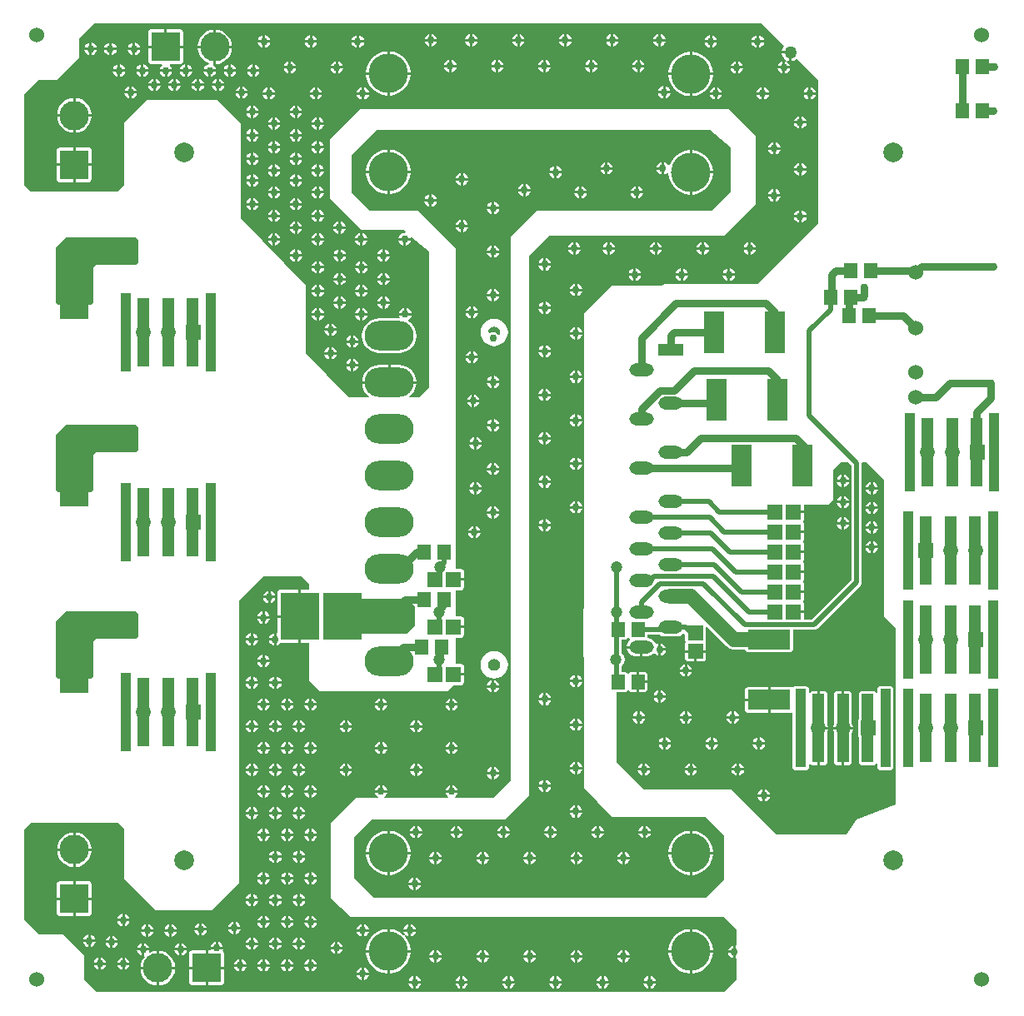
<source format=gbr>
G04 Layer_Physical_Order=2*
G04 Layer_Color=16711680*
%FSLAX25Y25*%
%MOIN*%
%TF.FileFunction,Copper,L2,Bot,Signal*%
%TF.Part,Single*%
G01*
G75*
%TA.AperFunction,SMDPad,CuDef*%
%ADD10R,0.05905X0.06299*%
%ADD11R,0.08071X0.17126*%
%ADD14R,0.06299X0.05905*%
%ADD16R,0.05512X0.05905*%
%ADD17R,0.15748X0.19095*%
%TA.AperFunction,Conductor*%
%ADD23C,0.02000*%
%ADD24C,0.03000*%
%ADD25C,0.06000*%
%TA.AperFunction,ViaPad*%
%ADD28C,0.07874*%
%TA.AperFunction,WasherPad*%
%ADD29C,0.06000*%
%TA.AperFunction,ComponentPad*%
%ADD30R,0.11811X0.11811*%
%ADD31C,0.11811*%
%ADD32R,0.11811X0.11811*%
%ADD33C,0.15748*%
%ADD34C,0.04724*%
%ADD35C,0.05905*%
%ADD36R,0.05905X0.05905*%
%ADD37R,0.09842X0.05118*%
%ADD38O,0.09842X0.05118*%
%ADD39O,0.19685X0.11811*%
%ADD40C,0.06000*%
%TA.AperFunction,ViaPad*%
%ADD41C,0.03000*%
%ADD42C,0.02362*%
%ADD43C,0.05000*%
%TA.AperFunction,SMDPad,CuDef*%
%ADD44R,0.17126X0.08071*%
%ADD45R,0.04882X0.27559*%
%ADD46R,0.04331X0.31496*%
%TA.AperFunction,ConnectorPad*%
%ADD47R,0.04882X0.27559*%
%ADD48R,0.04331X0.31496*%
G36*
X7600Y110157D02*
X8600Y109158D01*
Y100157D01*
X7600Y99157D01*
X-8400Y99158D01*
X-9400Y98158D01*
X-9400Y84157D01*
X-10400Y83157D01*
X-23400Y83157D01*
X-24400Y84157D01*
X-24400Y106158D01*
X-20400Y110158D01*
X7600Y110157D01*
D02*
G37*
G36*
Y185079D02*
X8600Y184079D01*
Y175079D01*
X7600Y174079D01*
X-8400Y174079D01*
X-9400Y173079D01*
X-9400Y159079D01*
X-10400Y158079D01*
X-23400Y158079D01*
X-24400Y159079D01*
X-24400Y181079D01*
X-20400Y185079D01*
X7600Y185079D01*
D02*
G37*
G36*
X307100Y162896D02*
X307100Y108000D01*
X311600Y103500D01*
X311600Y32813D01*
X296100Y27000D01*
X292100Y21000D01*
X264100D01*
X246100Y39000D01*
X211100Y39000D01*
X200100Y50000D01*
Y77965D01*
X203419D01*
X204184Y78282D01*
X204329Y78632D01*
X204871D01*
X205016Y78282D01*
X205781Y77965D01*
X208037D01*
Y82000D01*
Y86035D01*
X205781D01*
X205016Y85718D01*
X204871Y85368D01*
X204329D01*
X204184Y85718D01*
X203419Y86035D01*
X202005D01*
Y88439D01*
X202178Y88554D01*
X202921Y89666D01*
X203182Y90978D01*
X202921Y92290D01*
X202178Y93402D01*
X202005Y93517D01*
Y98965D01*
X203419D01*
X204184Y99282D01*
X204329Y99632D01*
X204871D01*
X205016Y99282D01*
X205210Y99202D01*
X205259Y98704D01*
X204972Y98512D01*
X204185Y97335D01*
X204009Y96447D01*
X209900D01*
Y95947D01*
X210400D01*
Y92318D01*
X212262D01*
X213651Y92594D01*
X214791Y93356D01*
X214944Y93416D01*
X215352D01*
X215498Y93198D01*
X216325Y92645D01*
X216800Y92550D01*
Y95000D01*
Y97449D01*
X216325Y97355D01*
X216035Y97161D01*
X215615Y97335D01*
X214828Y98512D01*
X213651Y99299D01*
X212686Y99491D01*
X212375Y100047D01*
Y100961D01*
X217211D01*
X217948Y100468D01*
X219337Y100192D01*
X224061D01*
X225450Y100468D01*
X226627Y101255D01*
X227169Y101203D01*
X227368Y101021D01*
Y98787D01*
X227685Y98022D01*
X227685Y97978D01*
X227368Y97213D01*
Y94760D01*
X235832D01*
Y97213D01*
X235515Y97978D01*
X235515Y98022D01*
X235832Y98787D01*
Y103847D01*
X236294Y104038D01*
X244110Y96223D01*
X244110Y96223D01*
X245433Y95338D01*
X246994Y95028D01*
X251472D01*
X251772Y94305D01*
X252537Y93989D01*
X269663D01*
X270428Y94305D01*
X270745Y95071D01*
Y102811D01*
X278950D01*
X279731Y102966D01*
X280392Y103409D01*
X297542Y120558D01*
X297984Y121220D01*
X298139Y122000D01*
X298139Y122000D01*
Y169500D01*
X298117Y169614D01*
X298434Y170000D01*
X299996D01*
X307100Y162896D01*
D02*
G37*
G36*
X7600Y260000D02*
X8600Y259000D01*
Y250000D01*
X7600Y249000D01*
X-8400Y249000D01*
X-9400Y248000D01*
X-9400Y234000D01*
X-10400Y233000D01*
X-23400Y233000D01*
X-24400Y234000D01*
X-24400Y256000D01*
X-20400Y260000D01*
X7600Y260000D01*
D02*
G37*
G36*
X294061Y168655D02*
Y122845D01*
X278106Y106890D01*
X274875D01*
Y109500D01*
X270840D01*
Y110500D01*
X274875D01*
Y113150D01*
X274558Y113915D01*
X274558Y114085D01*
X274875Y114850D01*
Y117500D01*
X270840D01*
Y118500D01*
X274875D01*
Y121150D01*
X274558Y121915D01*
X274558Y122085D01*
X274875Y122850D01*
Y125500D01*
X270840D01*
Y126500D01*
X274875D01*
Y129150D01*
X274558Y129915D01*
X274558Y130085D01*
X274875Y130850D01*
Y133500D01*
X270840D01*
Y134500D01*
X274875D01*
Y137150D01*
X274558Y137915D01*
X274558Y138085D01*
X274875Y138850D01*
Y141500D01*
X270840D01*
Y142500D01*
X274875D01*
Y145150D01*
X274558Y145915D01*
X274558Y146085D01*
X274875Y146850D01*
Y149500D01*
X270840D01*
Y150500D01*
X274875D01*
Y153000D01*
X284600D01*
X286600Y155000D01*
X286600Y167000D01*
X289600Y170000D01*
X292716D01*
X294061Y168655D01*
D02*
G37*
G36*
X267061Y336539D02*
X266287Y335381D01*
X266115Y334516D01*
X269584D01*
Y334016D01*
X270084D01*
Y330547D01*
X270950Y330719D01*
X272108Y331492D01*
X280600Y323000D01*
X280600Y265500D01*
X256546Y241446D01*
X219630D01*
X219431Y241364D01*
X219216Y241364D01*
X218347Y241004D01*
X218195Y240852D01*
X217996Y240769D01*
X217726Y240500D01*
X198100Y240500D01*
X187100Y229500D01*
Y111757D01*
X187096Y111753D01*
X186736Y110884D01*
Y110669D01*
X186654Y110470D01*
Y110000D01*
Y93500D01*
Y93030D01*
X186736Y92831D01*
Y92616D01*
X187096Y91747D01*
X187100Y91743D01*
Y39751D01*
X198100Y28000D01*
X235600Y28000D01*
X243100Y20500D01*
X243100Y3000D01*
X236150Y-4500D01*
X103100Y-4500D01*
X95100Y3500D01*
X95100Y19816D01*
X102284Y27000D01*
X155200Y27000D01*
X164900Y36700D01*
Y82300D01*
Y252300D01*
X173100Y260500D01*
X243100Y260500D01*
X255600Y273000D01*
X255600Y300500D01*
X244900Y311200D01*
X216300Y311200D01*
X97422Y311200D01*
X85400Y299178D01*
Y275601D01*
X98165Y263000D01*
X114700Y263000D01*
X115690Y262161D01*
X115465Y261696D01*
X115200Y261749D01*
X114225Y261555D01*
X113398Y261002D01*
X112845Y260175D01*
X112750Y259700D01*
X117649D01*
X117615Y259874D01*
X118071Y260143D01*
X124900Y254356D01*
X124900Y199800D01*
X120999Y195899D01*
X117273D01*
X117103Y196399D01*
X117920Y197025D01*
X119026Y198468D01*
X119722Y200148D01*
X119894Y201450D01*
X109057D01*
X98221D01*
X98393Y200148D01*
X99089Y198468D01*
X100195Y197025D01*
X101012Y196399D01*
X100842Y195899D01*
X92743D01*
X75665Y213500D01*
Y240500D01*
X49600Y267500D01*
Y305500D01*
X40100Y315000D01*
X12147Y315000D01*
X3100Y305953D01*
Y280953D01*
X600Y278453D01*
X-34400Y278453D01*
X-36900Y280953D01*
Y317453D01*
X-31355Y322998D01*
X-23855Y322998D01*
X-14900Y331953D01*
X-14900Y339453D01*
X-8853Y345500D01*
X258100D01*
X267061Y336539D01*
D02*
G37*
G36*
X116281Y115200D02*
X119481Y112000D01*
X119481Y104800D01*
X115881Y101200D01*
X87881Y101200D01*
Y115200D01*
X116281Y115200D01*
D02*
G37*
G36*
X245600Y295860D02*
Y278000D01*
X238100Y270500D01*
X168100Y270500D01*
X157700Y260100D01*
X157700Y87600D01*
Y70582D01*
X157654Y70470D01*
Y70000D01*
Y53500D01*
Y53030D01*
X157700Y52918D01*
Y42600D01*
X150600Y35500D01*
X135359D01*
X135207Y36000D01*
X135802Y36398D01*
X136355Y37225D01*
X136450Y37700D01*
X131551D01*
X131645Y37225D01*
X132198Y36398D01*
X132793Y36000D01*
X132641Y35500D01*
X107159D01*
X107007Y36000D01*
X107602Y36398D01*
X108155Y37225D01*
X108249Y37700D01*
X103350D01*
X103445Y37225D01*
X103998Y36398D01*
X104593Y36000D01*
X104441Y35500D01*
X95600D01*
X85600Y25500D01*
Y-4727D01*
X93600Y-12000D01*
X243100Y-12000D01*
X248100Y-17000D01*
Y-23140D01*
X247600Y-23550D01*
Y-26000D01*
Y-28449D01*
D01*
X248100Y-28860D01*
Y-37000D01*
X243100Y-42000D01*
X65600D01*
X-7947Y-42000D01*
X-12900Y-37047D01*
X-12900Y-27547D01*
X-21400Y-19047D01*
X-30900Y-19047D01*
X-36900Y-13047D01*
X-36900Y23000D01*
X-34400Y25500D01*
X600D01*
X3100Y23000D01*
Y3000D01*
X15600Y-9500D01*
X38100Y-9500D01*
X48900Y1300D01*
X48900Y114641D01*
X58659Y124400D01*
X74140Y124400D01*
X77100Y121440D01*
Y118830D01*
X73700D01*
Y108200D01*
Y97570D01*
X77100D01*
Y82600D01*
X81400Y78300D01*
X132400D01*
X134868Y80768D01*
X137793D01*
X138558Y81085D01*
X138875Y81850D01*
Y84500D01*
X134840D01*
Y85500D01*
X138875D01*
Y88150D01*
X138558Y88915D01*
X137793Y89232D01*
X135747D01*
Y99768D01*
X137793D01*
X138558Y100085D01*
X138875Y100850D01*
Y103500D01*
X134840D01*
Y104500D01*
X138875D01*
Y107150D01*
X138558Y107915D01*
X137793Y108232D01*
X135747D01*
Y118768D01*
X137793D01*
X138558Y119085D01*
X138875Y119850D01*
Y122500D01*
X134840D01*
Y123500D01*
X138875D01*
Y126150D01*
X138558Y126915D01*
X137793Y127232D01*
X135747D01*
X135747Y255353D01*
X120600Y270500D01*
X101400Y270500D01*
X93900Y278000D01*
X93900Y293000D01*
X103900Y303000D01*
X237259Y303000D01*
X245600Y295860D01*
D02*
G37*
%LPC*%
G36*
X221749Y56900D02*
X219800D01*
Y54950D01*
X220275Y55045D01*
X221102Y55598D01*
X221655Y56425D01*
X221749Y56900D01*
D02*
G37*
G36*
X237600D02*
X235650D01*
X235745Y56425D01*
X236298Y55598D01*
X237125Y55045D01*
X237600Y54950D01*
Y56900D01*
D02*
G37*
G36*
X240549D02*
X238600D01*
Y54950D01*
X239075Y55045D01*
X239902Y55598D01*
X240455Y56425D01*
X240549Y56900D01*
D02*
G37*
G36*
X218800D02*
X216850D01*
X216945Y56425D01*
X217498Y55598D01*
X218325Y55045D01*
X218800Y54950D01*
Y56900D01*
D02*
G37*
G36*
X248000Y49450D02*
X247525Y49355D01*
X246698Y48802D01*
X246145Y47976D01*
X246051Y47500D01*
X248000D01*
Y49450D01*
D02*
G37*
G36*
X230200D02*
Y47500D01*
X232150D01*
X232055Y47976D01*
X231502Y48802D01*
X230676Y49355D01*
X230200Y49450D01*
D02*
G37*
G36*
X256400Y56900D02*
X254450D01*
X254545Y56425D01*
X255098Y55598D01*
X255925Y55045D01*
X256400Y54950D01*
Y56900D01*
D02*
G37*
G36*
X229200Y49450D02*
X228725Y49355D01*
X227898Y48802D01*
X227345Y47976D01*
X227251Y47500D01*
X229200D01*
Y49450D01*
D02*
G37*
G36*
X259349Y56900D02*
X257400D01*
Y54950D01*
X257875Y55045D01*
X258702Y55598D01*
X259255Y56425D01*
X259349Y56900D01*
D02*
G37*
G36*
X284531Y63000D02*
X281258D01*
Y48638D01*
X283198D01*
X283964Y48955D01*
X284281Y49720D01*
Y61894D01*
X284323Y61958D01*
X284531Y63000D01*
D02*
G37*
G36*
X294531D02*
X291100D01*
Y48638D01*
X293041D01*
X293806Y48955D01*
X294123Y49720D01*
Y61658D01*
X294323Y61958D01*
X294531Y63000D01*
D02*
G37*
G36*
X290100D02*
X286669D01*
X286877Y61958D01*
X287077Y61658D01*
Y49720D01*
X287394Y48955D01*
X288159Y48638D01*
X290100D01*
Y63000D01*
D02*
G37*
G36*
X249000Y49450D02*
Y47500D01*
X250950D01*
X250855Y47976D01*
X250302Y48802D01*
X249476Y49355D01*
X249000Y49450D01*
D02*
G37*
G36*
X290100Y78362D02*
X288159D01*
X287394Y78045D01*
X287077Y77280D01*
Y65342D01*
X286877Y65042D01*
X286669Y64000D01*
X290100D01*
Y78362D01*
D02*
G37*
G36*
X283198D02*
X281258D01*
Y64000D01*
X284531D01*
X284323Y65042D01*
X284281Y65106D01*
Y77280D01*
X283964Y78045D01*
X283198Y78362D01*
D02*
G37*
G36*
X293041D02*
X291100D01*
Y64000D01*
X294531D01*
X294323Y65042D01*
X294123Y65342D01*
Y77280D01*
X293806Y78045D01*
X293041Y78362D01*
D02*
G37*
G36*
X218800Y59850D02*
X218325Y59755D01*
X217498Y59202D01*
X216945Y58376D01*
X216850Y57900D01*
X218800D01*
Y59850D01*
D02*
G37*
G36*
X237600D02*
X237125Y59755D01*
X236298Y59202D01*
X235745Y58376D01*
X235650Y57900D01*
X237600D01*
Y59850D01*
D02*
G37*
G36*
X219800D02*
Y57900D01*
X221749D01*
X221655Y58376D01*
X221102Y59202D01*
X220275Y59755D01*
X219800Y59850D01*
D02*
G37*
G36*
X238600D02*
Y57900D01*
X240549D01*
X240455Y58376D01*
X239902Y59202D01*
X239075Y59755D01*
X238600Y59850D01*
D02*
G37*
G36*
X257400D02*
Y57900D01*
X259349D01*
X259255Y58376D01*
X258702Y59202D01*
X257875Y59755D01*
X257400Y59850D01*
D02*
G37*
G36*
X256400D02*
X255925Y59755D01*
X255098Y59202D01*
X254545Y58376D01*
X254450Y57900D01*
X256400D01*
Y59850D01*
D02*
G37*
G36*
X258400Y39050D02*
X257925Y38955D01*
X257098Y38402D01*
X256545Y37576D01*
X256451Y37100D01*
X258400D01*
Y39050D01*
D02*
G37*
G36*
X259400D02*
Y37100D01*
X261350D01*
X261255Y37576D01*
X260702Y38402D01*
X259875Y38955D01*
X259400Y39050D01*
D02*
G37*
G36*
X258400Y36100D02*
X256451D01*
X256545Y35625D01*
X257098Y34798D01*
X257925Y34245D01*
X258400Y34150D01*
Y36100D01*
D02*
G37*
G36*
X261350D02*
X259400D01*
Y34150D01*
X259875Y34245D01*
X260702Y34798D01*
X261255Y35625D01*
X261350Y36100D01*
D02*
G37*
G36*
X250950Y46500D02*
X249000D01*
Y44550D01*
X249476Y44645D01*
X250302Y45198D01*
X250855Y46025D01*
X250950Y46500D01*
D02*
G37*
G36*
X211400Y49450D02*
Y47500D01*
X213350D01*
X213255Y47976D01*
X212702Y48802D01*
X211876Y49355D01*
X211400Y49450D01*
D02*
G37*
G36*
X210400D02*
X209925Y49355D01*
X209098Y48802D01*
X208545Y47976D01*
X208451Y47500D01*
X210400D01*
Y49450D01*
D02*
G37*
G36*
X229200Y46500D02*
X227251D01*
X227345Y46025D01*
X227898Y45198D01*
X228725Y44645D01*
X229200Y44550D01*
Y46500D01*
D02*
G37*
G36*
X213350D02*
X211400D01*
Y44550D01*
X211876Y44645D01*
X212702Y45198D01*
X213255Y46025D01*
X213350Y46500D01*
D02*
G37*
G36*
X248000D02*
X246051D01*
X246145Y46025D01*
X246698Y45198D01*
X247525Y44645D01*
X248000Y44550D01*
Y46500D01*
D02*
G37*
G36*
X232150D02*
X230200D01*
Y44550D01*
X230676Y44645D01*
X231502Y45198D01*
X232055Y46025D01*
X232150Y46500D01*
D02*
G37*
G36*
X210400D02*
X208451D01*
X208545Y46025D01*
X209098Y45198D01*
X209925Y44645D01*
X210400Y44550D01*
Y46500D01*
D02*
G37*
G36*
X302600Y138450D02*
Y136500D01*
X304550D01*
X304455Y136976D01*
X303902Y137802D01*
X303076Y138355D01*
X302600Y138450D01*
D02*
G37*
G36*
X301600Y143333D02*
X299651D01*
X299745Y142858D01*
X300298Y142031D01*
X301125Y141478D01*
X301600Y141384D01*
Y143333D01*
D02*
G37*
G36*
Y135500D02*
X299651D01*
X299745Y135025D01*
X300298Y134198D01*
X301125Y133645D01*
X301600Y133551D01*
Y135500D01*
D02*
G37*
G36*
Y138450D02*
X301125Y138355D01*
X300298Y137802D01*
X299745Y136976D01*
X299651Y136500D01*
X301600D01*
Y138450D01*
D02*
G37*
G36*
X304550Y135500D02*
X302600D01*
Y133551D01*
X303076Y133645D01*
X303902Y134198D01*
X304455Y135025D01*
X304550Y135500D01*
D02*
G37*
G36*
X235832Y93760D02*
X232100D01*
Y90225D01*
X234750D01*
X235515Y90542D01*
X235832Y91307D01*
Y93760D01*
D02*
G37*
G36*
X209400Y95446D02*
X204009D01*
X204185Y94558D01*
X204972Y93380D01*
X206149Y92594D01*
X207538Y92318D01*
X209400D01*
Y95446D01*
D02*
G37*
G36*
X228200Y89050D02*
Y87100D01*
X230150D01*
X230055Y87576D01*
X229502Y88402D01*
X228676Y88955D01*
X228200Y89050D01*
D02*
G37*
G36*
X231100Y93760D02*
X227368D01*
Y91307D01*
X227685Y90542D01*
X228450Y90225D01*
X231100D01*
Y93760D01*
D02*
G37*
G36*
X217800Y97449D02*
Y95500D01*
X219749D01*
X219655Y95976D01*
X219102Y96802D01*
X218275Y97355D01*
X217800Y97449D01*
D02*
G37*
G36*
X219749Y94500D02*
X217800D01*
Y92550D01*
X218275Y92645D01*
X219102Y93198D01*
X219655Y94025D01*
X219749Y94500D01*
D02*
G37*
G36*
X304550Y143333D02*
X302600D01*
Y141384D01*
X303076Y141478D01*
X303902Y142031D01*
X304455Y142858D01*
X304550Y143333D01*
D02*
G37*
G36*
X301600Y154116D02*
X301125Y154022D01*
X300298Y153469D01*
X299745Y152642D01*
X299651Y152167D01*
X301600D01*
Y154116D01*
D02*
G37*
G36*
X302600D02*
Y152167D01*
X304550D01*
X304455Y152642D01*
X303902Y153469D01*
X303076Y154022D01*
X302600Y154116D01*
D02*
G37*
G36*
X304550Y159000D02*
X302600D01*
Y157051D01*
X303076Y157145D01*
X303902Y157698D01*
X304455Y158525D01*
X304550Y159000D01*
D02*
G37*
G36*
X301600D02*
X299651D01*
X299745Y158525D01*
X300298Y157698D01*
X301125Y157145D01*
X301600Y157051D01*
Y159000D01*
D02*
G37*
G36*
X302600Y146283D02*
Y144333D01*
X304550D01*
X304455Y144809D01*
X303902Y145636D01*
X303076Y146188D01*
X302600Y146283D01*
D02*
G37*
G36*
X301600D02*
X301125Y146188D01*
X300298Y145636D01*
X299745Y144809D01*
X299651Y144333D01*
X301600D01*
Y146283D01*
D02*
G37*
G36*
X304550Y151167D02*
X302600D01*
Y149217D01*
X303076Y149312D01*
X303902Y149864D01*
X304455Y150691D01*
X304550Y151167D01*
D02*
G37*
G36*
X301600D02*
X299651D01*
X299745Y150691D01*
X300298Y149864D01*
X301125Y149312D01*
X301600Y149217D01*
Y151167D01*
D02*
G37*
G36*
X227200Y89050D02*
X226725Y88955D01*
X225898Y88402D01*
X225345Y87576D01*
X225251Y87100D01*
X227200D01*
Y89050D01*
D02*
G37*
G36*
X248950Y67300D02*
X247000D01*
Y65351D01*
X247476Y65445D01*
X248302Y65998D01*
X248855Y66825D01*
X248950Y67300D01*
D02*
G37*
G36*
X246000D02*
X244051D01*
X244145Y66825D01*
X244698Y65998D01*
X245525Y65445D01*
X246000Y65351D01*
Y67300D01*
D02*
G37*
G36*
X211350D02*
X209400D01*
Y65351D01*
X209875Y65445D01*
X210702Y65998D01*
X211255Y66825D01*
X211350Y67300D01*
D02*
G37*
G36*
X208400D02*
X206451D01*
X206545Y66825D01*
X207098Y65998D01*
X207925Y65445D01*
X208400Y65351D01*
Y67300D01*
D02*
G37*
G36*
X230150D02*
X228200D01*
Y65351D01*
X228676Y65445D01*
X229502Y65998D01*
X230055Y66825D01*
X230150Y67300D01*
D02*
G37*
G36*
X227200D02*
X225251D01*
X225345Y66825D01*
X225898Y65998D01*
X226725Y65445D01*
X227200Y65351D01*
Y67300D01*
D02*
G37*
G36*
X247000Y70249D02*
Y68300D01*
X248950D01*
X248855Y68775D01*
X248302Y69602D01*
X247476Y70155D01*
X247000Y70249D01*
D02*
G37*
G36*
X246000D02*
X245525Y70155D01*
X244698Y69602D01*
X244145Y68775D01*
X244051Y68300D01*
X246000D01*
Y70249D01*
D02*
G37*
G36*
X260600Y74394D02*
X251455D01*
Y70858D01*
X251772Y70093D01*
X252537Y69776D01*
X260600D01*
Y74394D01*
D02*
G37*
G36*
X209400Y70249D02*
Y68300D01*
X211350D01*
X211255Y68775D01*
X210702Y69602D01*
X209875Y70155D01*
X209400Y70249D01*
D02*
G37*
G36*
X208400D02*
X207925Y70155D01*
X207098Y69602D01*
X206545Y68775D01*
X206451Y68300D01*
X208400D01*
Y70249D01*
D02*
G37*
G36*
X228200D02*
Y68300D01*
X230150D01*
X230055Y68775D01*
X229502Y69602D01*
X228676Y70155D01*
X228200Y70249D01*
D02*
G37*
G36*
X227200D02*
X226725Y70155D01*
X225898Y69602D01*
X225345Y68775D01*
X225251Y68300D01*
X227200D01*
Y70249D01*
D02*
G37*
G36*
X275816Y80330D02*
X271486D01*
X270721Y80013D01*
X270103Y79829D01*
X269663Y80011D01*
X261600D01*
Y74894D01*
Y69776D01*
X269663D01*
X269988Y69910D01*
X270404Y69633D01*
Y47752D01*
X270721Y46987D01*
X271486Y46670D01*
X275816D01*
X276582Y46987D01*
X276899Y47752D01*
Y49223D01*
X277399Y49323D01*
X277551Y48955D01*
X278317Y48638D01*
X280258D01*
Y63500D01*
Y78362D01*
X278317D01*
X277551Y78045D01*
X277399Y77677D01*
X276899Y77777D01*
Y79248D01*
X276582Y80013D01*
X275816Y80330D01*
D02*
G37*
G36*
X230150Y86100D02*
X228200D01*
Y84150D01*
X228676Y84245D01*
X229502Y84798D01*
X230055Y85625D01*
X230150Y86100D01*
D02*
G37*
G36*
X227200D02*
X225251D01*
X225345Y85625D01*
X225898Y84798D01*
X226725Y84245D01*
X227200Y84150D01*
Y86100D01*
D02*
G37*
G36*
X211293Y86035D02*
X209037D01*
Y82500D01*
X212375D01*
Y84953D01*
X212058Y85718D01*
X211293Y86035D01*
D02*
G37*
G36*
X260600Y80011D02*
X252537D01*
X251772Y79694D01*
X251455Y78929D01*
Y75394D01*
X260600D01*
Y80011D01*
D02*
G37*
G36*
X219749Y75700D02*
X217800D01*
Y73751D01*
X218275Y73845D01*
X219102Y74398D01*
X219655Y75225D01*
X219749Y75700D01*
D02*
G37*
G36*
X216800D02*
X214850D01*
X214945Y75225D01*
X215498Y74398D01*
X216325Y73845D01*
X216800Y73751D01*
Y75700D01*
D02*
G37*
G36*
X212375Y81500D02*
X209037D01*
Y77965D01*
X211293D01*
X212058Y78282D01*
X212375Y79047D01*
Y81500D01*
D02*
G37*
G36*
X217800Y78649D02*
Y76700D01*
X219749D01*
X219655Y77175D01*
X219102Y78002D01*
X218275Y78555D01*
X217800Y78649D01*
D02*
G37*
G36*
X216800D02*
X216325Y78555D01*
X215498Y78002D01*
X214945Y77175D01*
X214850Y76700D01*
X216800D01*
Y78649D01*
D02*
G37*
G36*
X309714Y80330D02*
X305383D01*
X304618Y80013D01*
X304301Y79248D01*
Y77777D01*
X303801Y77677D01*
X303649Y78045D01*
X302884Y78362D01*
X298002D01*
X297236Y78045D01*
X296919Y77280D01*
Y67234D01*
X296882Y67218D01*
X296565Y66453D01*
Y60547D01*
X296882Y59782D01*
X296919Y59766D01*
Y49720D01*
X297236Y48955D01*
X298002Y48638D01*
X302884D01*
X303649Y48955D01*
X303801Y49323D01*
X304301Y49223D01*
Y47752D01*
X304618Y46987D01*
X305383Y46670D01*
X309714D01*
X310480Y46987D01*
X310797Y47752D01*
Y79248D01*
X310480Y80013D01*
X309714Y80330D01*
D02*
G37*
G36*
X302600Y161950D02*
Y160000D01*
X304550D01*
X304455Y160476D01*
X303902Y161302D01*
X303076Y161855D01*
X302600Y161950D01*
D02*
G37*
G36*
X301600D02*
X301125Y161855D01*
X300298Y161302D01*
X299745Y160476D01*
X299651Y160000D01*
X301600D01*
Y161950D01*
D02*
G37*
G36*
X293050Y153500D02*
X291100D01*
Y151550D01*
X291576Y151645D01*
X292402Y152198D01*
X292955Y153025D01*
X293050Y153500D01*
D02*
G37*
G36*
X290100D02*
X288151D01*
X288245Y153025D01*
X288798Y152198D01*
X289625Y151645D01*
X290100Y151550D01*
Y153500D01*
D02*
G37*
G36*
Y156449D02*
X289625Y156355D01*
X288798Y155802D01*
X288245Y154975D01*
X288151Y154500D01*
X290100D01*
Y156449D01*
D02*
G37*
G36*
X291100D02*
Y154500D01*
X293050D01*
X292955Y154975D01*
X292402Y155802D01*
X291576Y156355D01*
X291100Y156449D01*
D02*
G37*
G36*
X293050Y145000D02*
X291100D01*
Y143051D01*
X291576Y143145D01*
X292402Y143698D01*
X292955Y144525D01*
X293050Y145000D01*
D02*
G37*
G36*
X290100D02*
X288151D01*
X288245Y144525D01*
X288798Y143698D01*
X289625Y143145D01*
X290100Y143051D01*
Y145000D01*
D02*
G37*
G36*
X291100Y147950D02*
Y146000D01*
X293050D01*
X292955Y146476D01*
X292402Y147302D01*
X291576Y147855D01*
X291100Y147950D01*
D02*
G37*
G36*
X290100D02*
X289625Y147855D01*
X288798Y147302D01*
X288245Y146476D01*
X288151Y146000D01*
X290100D01*
Y147950D01*
D02*
G37*
G36*
X293050Y162000D02*
X291100D01*
Y160050D01*
X291576Y160145D01*
X292402Y160698D01*
X292955Y161525D01*
X293050Y162000D01*
D02*
G37*
G36*
X290100D02*
X288151D01*
X288245Y161525D01*
X288798Y160698D01*
X289625Y160145D01*
X290100Y160050D01*
Y162000D01*
D02*
G37*
G36*
Y164950D02*
X289625Y164855D01*
X288798Y164302D01*
X288245Y163476D01*
X288151Y163000D01*
X290100D01*
Y164950D01*
D02*
G37*
G36*
X291100D02*
Y163000D01*
X293050D01*
X292955Y163476D01*
X292402Y164302D01*
X291576Y164855D01*
X291100Y164950D01*
D02*
G37*
G36*
X184245Y49995D02*
Y48046D01*
X186195D01*
X186100Y48521D01*
X185547Y49348D01*
X184721Y49900D01*
X184245Y49995D01*
D02*
G37*
G36*
X183245D02*
X182770Y49900D01*
X181943Y49348D01*
X181390Y48521D01*
X181296Y48046D01*
X183245D01*
Y49995D01*
D02*
G37*
G36*
X186195Y64446D02*
X184245D01*
Y62496D01*
X184721Y62591D01*
X185547Y63143D01*
X186100Y63970D01*
X186195Y64446D01*
D02*
G37*
G36*
X183245D02*
X181296D01*
X181390Y63970D01*
X181943Y63143D01*
X182770Y62591D01*
X183245Y62496D01*
Y64446D01*
D02*
G37*
G36*
X173695Y39845D02*
X171745D01*
Y37896D01*
X172221Y37991D01*
X173047Y38543D01*
X173600Y39370D01*
X173695Y39845D01*
D02*
G37*
G36*
X170745D02*
X168796D01*
X168890Y39370D01*
X169443Y38543D01*
X170270Y37991D01*
X170745Y37896D01*
Y39845D01*
D02*
G37*
G36*
X171745Y42795D02*
Y40846D01*
X173695D01*
X173600Y41321D01*
X173047Y42148D01*
X172221Y42700D01*
X171745Y42795D01*
D02*
G37*
G36*
X170745D02*
X170270Y42700D01*
X169443Y42148D01*
X168890Y41321D01*
X168796Y40846D01*
X170745D01*
Y42795D01*
D02*
G37*
G36*
X186195Y29645D02*
X184245D01*
Y27696D01*
X184721Y27791D01*
X185547Y28343D01*
X186100Y29170D01*
X186195Y29645D01*
D02*
G37*
G36*
X183245D02*
X181296D01*
X181390Y29170D01*
X181943Y28343D01*
X182770Y27791D01*
X183245Y27696D01*
Y29645D01*
D02*
G37*
G36*
Y32595D02*
X182770Y32500D01*
X181943Y31948D01*
X181390Y31121D01*
X181296Y30645D01*
X183245D01*
Y32595D01*
D02*
G37*
G36*
X184245D02*
Y30645D01*
X186195D01*
X186100Y31121D01*
X185547Y31948D01*
X184721Y32500D01*
X184245Y32595D01*
D02*
G37*
G36*
X183245Y47045D02*
X181296D01*
X181390Y46570D01*
X181943Y45743D01*
X182770Y45191D01*
X183245Y45096D01*
Y47045D01*
D02*
G37*
G36*
X186195D02*
X184245D01*
Y45096D01*
X184721Y45191D01*
X185547Y45743D01*
X186100Y46570D01*
X186195Y47045D01*
D02*
G37*
G36*
X183245Y154395D02*
X182770Y154300D01*
X181943Y153748D01*
X181390Y152921D01*
X181296Y152445D01*
X183245D01*
Y154395D01*
D02*
G37*
G36*
X186195Y151445D02*
X184245D01*
Y149496D01*
X184721Y149591D01*
X185547Y150143D01*
X186100Y150970D01*
X186195Y151445D01*
D02*
G37*
G36*
X170745Y161645D02*
X168796D01*
X168890Y161170D01*
X169443Y160343D01*
X170270Y159791D01*
X170745Y159696D01*
Y161645D01*
D02*
G37*
G36*
X184245Y154395D02*
Y152445D01*
X186195D01*
X186100Y152921D01*
X185547Y153748D01*
X184721Y154300D01*
X184245Y154395D01*
D02*
G37*
G36*
X183245Y151445D02*
X181296D01*
X181390Y150970D01*
X181943Y150143D01*
X182770Y149591D01*
X183245Y149496D01*
Y151445D01*
D02*
G37*
G36*
X173695Y144246D02*
X171745D01*
Y142296D01*
X172221Y142391D01*
X173047Y142943D01*
X173600Y143770D01*
X173695Y144246D01*
D02*
G37*
G36*
X170745D02*
X168796D01*
X168890Y143770D01*
X169443Y142943D01*
X170270Y142391D01*
X170745Y142296D01*
Y144246D01*
D02*
G37*
G36*
X171745Y147195D02*
Y145246D01*
X173695D01*
X173600Y145721D01*
X173047Y146548D01*
X172221Y147100D01*
X171745Y147195D01*
D02*
G37*
G36*
X170745D02*
X170270Y147100D01*
X169443Y146548D01*
X168890Y145721D01*
X168796Y145246D01*
X170745D01*
Y147195D01*
D02*
G37*
G36*
X173695Y74646D02*
X171745D01*
Y72696D01*
X172221Y72791D01*
X173047Y73343D01*
X173600Y74170D01*
X173695Y74646D01*
D02*
G37*
G36*
X170745D02*
X168796D01*
X168890Y74170D01*
X169443Y73343D01*
X170270Y72791D01*
X170745Y72696D01*
Y74646D01*
D02*
G37*
G36*
X184245Y67395D02*
Y65446D01*
X186195D01*
X186100Y65921D01*
X185547Y66748D01*
X184721Y67300D01*
X184245Y67395D01*
D02*
G37*
G36*
X183245D02*
X182770Y67300D01*
X181943Y66748D01*
X181390Y65921D01*
X181296Y65446D01*
X183245D01*
Y67395D01*
D02*
G37*
G36*
X186195Y81845D02*
X184245D01*
Y79896D01*
X184721Y79991D01*
X185547Y80543D01*
X186100Y81370D01*
X186195Y81845D01*
D02*
G37*
G36*
X183245D02*
X181296D01*
X181390Y81370D01*
X181943Y80543D01*
X182770Y79991D01*
X183245Y79896D01*
Y81845D01*
D02*
G37*
G36*
X184245Y84795D02*
Y82845D01*
X186195D01*
X186100Y83321D01*
X185547Y84148D01*
X184721Y84701D01*
X184245Y84795D01*
D02*
G37*
G36*
X183245D02*
X182770Y84701D01*
X181943Y84148D01*
X181390Y83321D01*
X181296Y82845D01*
X183245D01*
Y84795D01*
D02*
G37*
G36*
X171745Y77595D02*
Y75646D01*
X173695D01*
X173600Y76121D01*
X173047Y76948D01*
X172221Y77500D01*
X171745Y77595D01*
D02*
G37*
G36*
X170745D02*
X170270Y77500D01*
X169443Y76948D01*
X168890Y76121D01*
X168796Y75646D01*
X170745D01*
Y77595D01*
D02*
G37*
G36*
X229200Y22455D02*
X227383Y22216D01*
X225225Y21321D01*
X223371Y19899D01*
X221949Y18045D01*
X221054Y15887D01*
X220815Y14070D01*
X229200D01*
Y22455D01*
D02*
G37*
G36*
X108200D02*
X106383Y22216D01*
X104225Y21321D01*
X102371Y19899D01*
X100949Y18045D01*
X100054Y15887D01*
X99815Y14070D01*
X108200D01*
Y22455D01*
D02*
G37*
G36*
X230200Y22455D02*
Y14070D01*
X238585D01*
X238346Y15887D01*
X237451Y18045D01*
X236029Y19899D01*
X234175Y21321D01*
X232017Y22216D01*
X230200Y22455D01*
D02*
G37*
G36*
X109200D02*
Y14070D01*
X117585D01*
X117346Y15887D01*
X116451Y18045D01*
X115029Y19899D01*
X113175Y21321D01*
X111017Y22216D01*
X109200Y22455D01*
D02*
G37*
G36*
X119249Y21470D02*
X117299D01*
X117394Y20995D01*
X117947Y20168D01*
X118773Y19615D01*
X119249Y19521D01*
Y21470D01*
D02*
G37*
G36*
X127100Y14020D02*
X126625Y13925D01*
X125798Y13373D01*
X125245Y12546D01*
X125151Y12070D01*
X127100D01*
Y14020D01*
D02*
G37*
G36*
X202300Y11070D02*
X200350D01*
X200445Y10595D01*
X200998Y9768D01*
X201825Y9215D01*
X202300Y9121D01*
Y11070D01*
D02*
G37*
G36*
X186450D02*
X184500D01*
Y9121D01*
X184976Y9215D01*
X185802Y9768D01*
X186355Y10595D01*
X186450Y11070D01*
D02*
G37*
G36*
X205250D02*
X203300D01*
Y9121D01*
X203776Y9215D01*
X204602Y9768D01*
X205155Y10595D01*
X205250Y11070D01*
D02*
G37*
G36*
X128100Y14020D02*
Y12070D01*
X130050D01*
X129955Y12546D01*
X129402Y13373D01*
X128576Y13925D01*
X128100Y14020D01*
D02*
G37*
G36*
X184500D02*
Y12070D01*
X186450D01*
X186355Y12546D01*
X185802Y13373D01*
X184976Y13925D01*
X184500Y14020D01*
D02*
G37*
G36*
X183500D02*
X183025Y13925D01*
X182198Y13373D01*
X181645Y12546D01*
X181551Y12070D01*
X183500D01*
Y14020D01*
D02*
G37*
G36*
X203300D02*
Y12070D01*
X205250D01*
X205155Y12546D01*
X204602Y13373D01*
X203776Y13925D01*
X203300Y14020D01*
D02*
G37*
G36*
X202300D02*
X201825Y13925D01*
X200998Y13373D01*
X200445Y12546D01*
X200350Y12070D01*
X202300D01*
Y14020D01*
D02*
G37*
G36*
X146900D02*
Y12070D01*
X148849D01*
X148755Y12546D01*
X148202Y13373D01*
X147376Y13925D01*
X146900Y14020D01*
D02*
G37*
G36*
X145900D02*
X145425Y13925D01*
X144598Y13373D01*
X144045Y12546D01*
X143950Y12070D01*
X145900D01*
Y14020D01*
D02*
G37*
G36*
X165700D02*
Y12070D01*
X167649D01*
X167555Y12546D01*
X167002Y13373D01*
X166175Y13925D01*
X165700Y14020D01*
D02*
G37*
G36*
X164700D02*
X164225Y13925D01*
X163398Y13373D01*
X162845Y12546D01*
X162750Y12070D01*
X164700D01*
Y14020D01*
D02*
G37*
G36*
X122198Y21470D02*
X120249D01*
Y19521D01*
X120724Y19615D01*
X121551Y20168D01*
X122104Y20995D01*
X122198Y21470D01*
D02*
G37*
G36*
X173100Y24420D02*
X172625Y24325D01*
X171798Y23773D01*
X171245Y22945D01*
X171151Y22470D01*
X173100D01*
Y24420D01*
D02*
G37*
G36*
X155300D02*
Y22470D01*
X157249D01*
X157155Y22945D01*
X156602Y23773D01*
X155775Y24325D01*
X155300Y24420D01*
D02*
G37*
G36*
X191900D02*
X191425Y24325D01*
X190598Y23773D01*
X190045Y22945D01*
X189951Y22470D01*
X191900D01*
Y24420D01*
D02*
G37*
G36*
X174100D02*
Y22470D01*
X176049D01*
X175955Y22945D01*
X175402Y23773D01*
X174575Y24325D01*
X174100Y24420D01*
D02*
G37*
G36*
X135500D02*
X135025Y24325D01*
X134198Y23773D01*
X133645Y22945D01*
X133551Y22470D01*
X135500D01*
Y24420D01*
D02*
G37*
G36*
X120249D02*
Y22470D01*
X122198D01*
X122104Y22945D01*
X121551Y23773D01*
X120724Y24325D01*
X120249Y24420D01*
D02*
G37*
G36*
X154300D02*
X153825Y24325D01*
X152998Y23773D01*
X152445Y22945D01*
X152350Y22470D01*
X154300D01*
Y24420D01*
D02*
G37*
G36*
X136500D02*
Y22470D01*
X138450D01*
X138355Y22945D01*
X137802Y23773D01*
X136976Y24325D01*
X136500Y24420D01*
D02*
G37*
G36*
X192900D02*
Y22470D01*
X194850D01*
X194755Y22945D01*
X194202Y23773D01*
X193376Y24325D01*
X192900Y24420D01*
D02*
G37*
G36*
X211700D02*
Y22470D01*
X213650D01*
X213555Y22945D01*
X213002Y23773D01*
X212175Y24325D01*
X211700Y24420D01*
D02*
G37*
G36*
X210700D02*
X210225Y24325D01*
X209398Y23773D01*
X208845Y22945D01*
X208751Y22470D01*
X210700D01*
Y24420D01*
D02*
G37*
G36*
X176049Y21470D02*
X174100D01*
Y19521D01*
X174575Y19615D01*
X175402Y20168D01*
X175955Y20995D01*
X176049Y21470D01*
D02*
G37*
G36*
X173100D02*
X171151D01*
X171245Y20995D01*
X171798Y20168D01*
X172625Y19615D01*
X173100Y19521D01*
Y21470D01*
D02*
G37*
G36*
X194850D02*
X192900D01*
Y19521D01*
X193376Y19615D01*
X194202Y20168D01*
X194755Y20995D01*
X194850Y21470D01*
D02*
G37*
G36*
X191900D02*
X189951D01*
X190045Y20995D01*
X190598Y20168D01*
X191425Y19615D01*
X191900Y19521D01*
Y21470D01*
D02*
G37*
G36*
X138450D02*
X136500D01*
Y19521D01*
X136976Y19615D01*
X137802Y20168D01*
X138355Y20995D01*
X138450Y21470D01*
D02*
G37*
G36*
X135500D02*
X133551D01*
X133645Y20995D01*
X134198Y20168D01*
X135025Y19615D01*
X135500Y19521D01*
Y21470D01*
D02*
G37*
G36*
X157249D02*
X155300D01*
Y19521D01*
X155775Y19615D01*
X156602Y20168D01*
X157155Y20995D01*
X157249Y21470D01*
D02*
G37*
G36*
X154300D02*
X152350D01*
X152445Y20995D01*
X152998Y20168D01*
X153825Y19615D01*
X154300Y19521D01*
Y21470D01*
D02*
G37*
G36*
X210700D02*
X208751D01*
X208845Y20995D01*
X209398Y20168D01*
X210225Y19615D01*
X210700Y19521D01*
Y21470D01*
D02*
G37*
G36*
X119249Y24420D02*
X118773Y24325D01*
X117947Y23773D01*
X117394Y22945D01*
X117299Y22470D01*
X119249D01*
Y24420D01*
D02*
G37*
G36*
X213650Y21470D02*
X211700D01*
Y19521D01*
X212175Y19615D01*
X213002Y20168D01*
X213555Y20995D01*
X213650Y21470D01*
D02*
G37*
G36*
X238585Y13070D02*
X230200D01*
Y4685D01*
X232017Y4924D01*
X234175Y5819D01*
X236029Y7241D01*
X237451Y9095D01*
X238346Y11253D01*
X238585Y13070D01*
D02*
G37*
G36*
X117585D02*
X109200D01*
Y4685D01*
X111017Y4924D01*
X113175Y5819D01*
X115029Y7241D01*
X116451Y9095D01*
X117346Y11253D01*
X117585Y13070D01*
D02*
G37*
G36*
X229200D02*
X220815D01*
X221054Y11253D01*
X221949Y9095D01*
X223371Y7241D01*
X225225Y5819D01*
X227383Y4924D01*
X229200Y4685D01*
Y13070D01*
D02*
G37*
G36*
X108200D02*
X99815D01*
X100054Y11253D01*
X100949Y9095D01*
X102371Y7241D01*
X104225Y5819D01*
X106383Y4924D01*
X108200Y4685D01*
Y13070D01*
D02*
G37*
G36*
X164700Y11070D02*
X162750D01*
X162845Y10595D01*
X163398Y9768D01*
X164225Y9215D01*
X164700Y9121D01*
Y11070D01*
D02*
G37*
G36*
X148849D02*
X146900D01*
Y9121D01*
X147376Y9215D01*
X148202Y9768D01*
X148755Y10595D01*
X148849Y11070D01*
D02*
G37*
G36*
X183500D02*
X181551D01*
X181645Y10595D01*
X182198Y9768D01*
X183025Y9215D01*
X183500Y9121D01*
Y11070D01*
D02*
G37*
G36*
X167649D02*
X165700D01*
Y9121D01*
X166175Y9215D01*
X167002Y9768D01*
X167555Y10595D01*
X167649Y11070D01*
D02*
G37*
G36*
X127100D02*
X125151D01*
X125245Y10595D01*
X125798Y9768D01*
X126625Y9215D01*
X127100Y9121D01*
Y11070D01*
D02*
G37*
G36*
X145900D02*
X143950D01*
X144045Y10595D01*
X144598Y9768D01*
X145425Y9215D01*
X145900Y9121D01*
Y11070D01*
D02*
G37*
G36*
X130050D02*
X128100D01*
Y9121D01*
X128576Y9215D01*
X129402Y9768D01*
X129955Y10595D01*
X130050Y11070D01*
D02*
G37*
G36*
X118700Y670D02*
X116751D01*
X116845Y195D01*
X117398Y-632D01*
X118225Y-1185D01*
X118700Y-1279D01*
Y670D01*
D02*
G37*
G36*
X121650D02*
X119700D01*
Y-1279D01*
X120176Y-1185D01*
X121002Y-632D01*
X121555Y195D01*
X121650Y670D01*
D02*
G37*
G36*
X119700Y3620D02*
Y1670D01*
X121650D01*
X121555Y2145D01*
X121002Y2973D01*
X120176Y3525D01*
X119700Y3620D01*
D02*
G37*
G36*
X118700D02*
X118225Y3525D01*
X117398Y2973D01*
X116845Y2145D01*
X116751Y1670D01*
X118700D01*
Y3620D01*
D02*
G37*
G36*
X173695Y161645D02*
X171745D01*
Y159696D01*
X172221Y159791D01*
X173047Y160343D01*
X173600Y161170D01*
X173695Y161645D01*
D02*
G37*
G36*
X71200Y312649D02*
X70725Y312555D01*
X69898Y312002D01*
X69345Y311175D01*
X69251Y310700D01*
X71200D01*
Y312649D01*
D02*
G37*
G36*
X54800D02*
Y310700D01*
X56749D01*
X56655Y311175D01*
X56102Y312002D01*
X55275Y312555D01*
X54800Y312649D01*
D02*
G37*
G36*
X60400Y317100D02*
X58451D01*
X58545Y316625D01*
X59098Y315798D01*
X59925Y315245D01*
X60400Y315150D01*
Y317100D01*
D02*
G37*
G36*
X72200Y312649D02*
Y310700D01*
X74150D01*
X74055Y311175D01*
X73502Y312002D01*
X72676Y312555D01*
X72200Y312649D01*
D02*
G37*
G36*
X-17400Y315694D02*
X-18703Y315523D01*
X-20382Y314827D01*
X-21825Y313720D01*
X-22932Y312278D01*
X-23628Y310598D01*
X-23799Y309295D01*
X-17400D01*
Y315694D01*
D02*
G37*
G36*
X74150Y309700D02*
X72200D01*
Y307751D01*
X72676Y307845D01*
X73502Y308398D01*
X74055Y309225D01*
X74150Y309700D01*
D02*
G37*
G36*
X53800Y312649D02*
X53325Y312555D01*
X52498Y312002D01*
X51945Y311175D01*
X51850Y310700D01*
X53800D01*
Y312649D01*
D02*
G37*
G36*
X-16400Y315695D02*
Y309295D01*
X-10001D01*
X-10172Y310598D01*
X-10868Y312278D01*
X-11975Y313720D01*
X-13417Y314827D01*
X-15097Y315523D01*
X-16400Y315695D01*
D02*
G37*
G36*
X63349Y317100D02*
X61400D01*
Y315150D01*
X61875Y315245D01*
X62702Y315798D01*
X63255Y316625D01*
X63349Y317100D01*
D02*
G37*
G36*
X242149D02*
X240200D01*
Y315150D01*
X240675Y315245D01*
X241502Y315798D01*
X242055Y316625D01*
X242149Y317100D01*
D02*
G37*
G36*
X239200D02*
X237250D01*
X237345Y316625D01*
X237898Y315798D01*
X238725Y315245D01*
X239200Y315150D01*
Y317100D01*
D02*
G37*
G36*
X260949D02*
X259000D01*
Y315150D01*
X259475Y315245D01*
X260302Y315798D01*
X260855Y316625D01*
X260949Y317100D01*
D02*
G37*
G36*
X258000D02*
X256050D01*
X256145Y316625D01*
X256698Y315798D01*
X257525Y315245D01*
X258000Y315150D01*
Y317100D01*
D02*
G37*
G36*
X82149D02*
X80200D01*
Y315150D01*
X80676Y315245D01*
X81502Y315798D01*
X82055Y316625D01*
X82149Y317100D01*
D02*
G37*
G36*
X79200D02*
X77250D01*
X77345Y316625D01*
X77898Y315798D01*
X78725Y315245D01*
X79200Y315150D01*
Y317100D01*
D02*
G37*
G36*
X100950D02*
X99000D01*
Y315150D01*
X99476Y315245D01*
X100302Y315798D01*
X100855Y316625D01*
X100950Y317100D01*
D02*
G37*
G36*
X98000D02*
X96051D01*
X96145Y316625D01*
X96698Y315798D01*
X97525Y315245D01*
X98000Y315150D01*
Y317100D01*
D02*
G37*
G36*
X82850Y305000D02*
X80900D01*
Y303050D01*
X81375Y303145D01*
X82202Y303698D01*
X82755Y304525D01*
X82850Y305000D01*
D02*
G37*
G36*
X79900D02*
X77951D01*
X78045Y304525D01*
X78598Y303698D01*
X79425Y303145D01*
X79900Y303050D01*
Y305000D01*
D02*
G37*
G36*
X275950Y305500D02*
X274000D01*
Y303551D01*
X274476Y303645D01*
X275302Y304198D01*
X275855Y305025D01*
X275950Y305500D01*
D02*
G37*
G36*
X273000D02*
X271051D01*
X271145Y305025D01*
X271698Y304198D01*
X272525Y303645D01*
X273000Y303551D01*
Y305500D01*
D02*
G37*
G36*
X-17400Y308295D02*
X-23799D01*
X-23628Y306993D01*
X-22932Y305313D01*
X-21825Y303870D01*
X-20382Y302763D01*
X-18703Y302067D01*
X-17400Y301896D01*
Y308295D01*
D02*
G37*
G36*
X-10001D02*
X-16400D01*
Y301896D01*
X-15097Y302067D01*
X-13417Y302763D01*
X-11975Y303870D01*
X-10868Y305313D01*
X-10172Y306993D01*
X-10001Y308295D01*
D02*
G37*
G36*
X65450Y305000D02*
X63500D01*
Y303050D01*
X63976Y303145D01*
X64802Y303698D01*
X65355Y304525D01*
X65450Y305000D01*
D02*
G37*
G36*
X62500D02*
X60550D01*
X60645Y304525D01*
X61198Y303698D01*
X62025Y303145D01*
X62500Y303050D01*
Y305000D01*
D02*
G37*
G36*
Y307949D02*
X62025Y307855D01*
X61198Y307302D01*
X60645Y306475D01*
X60550Y306000D01*
X62500D01*
Y307949D01*
D02*
G37*
G36*
X53800Y309700D02*
X51850D01*
X51945Y309225D01*
X52498Y308398D01*
X53325Y307845D01*
X53800Y307751D01*
Y309700D01*
D02*
G37*
G36*
X274000Y308450D02*
Y306500D01*
X275950D01*
X275855Y306976D01*
X275302Y307802D01*
X274476Y308355D01*
X274000Y308450D01*
D02*
G37*
G36*
X71200Y309700D02*
X69251D01*
X69345Y309225D01*
X69898Y308398D01*
X70725Y307845D01*
X71200Y307751D01*
Y309700D01*
D02*
G37*
G36*
X56749D02*
X54800D01*
Y307751D01*
X55275Y307845D01*
X56102Y308398D01*
X56655Y309225D01*
X56749Y309700D01*
D02*
G37*
G36*
X79900Y307949D02*
X79425Y307855D01*
X78598Y307302D01*
X78045Y306475D01*
X77951Y306000D01*
X79900D01*
Y307949D01*
D02*
G37*
G36*
X63500D02*
Y306000D01*
X65450D01*
X65355Y306475D01*
X64802Y307302D01*
X63976Y307855D01*
X63500Y307949D01*
D02*
G37*
G36*
X273000Y308450D02*
X272525Y308355D01*
X271698Y307802D01*
X271145Y306976D01*
X271051Y306500D01*
X273000D01*
Y308450D01*
D02*
G37*
G36*
X80900Y307949D02*
Y306000D01*
X82850D01*
X82755Y306475D01*
X82202Y307302D01*
X81375Y307855D01*
X80900Y307949D01*
D02*
G37*
G36*
X276800Y317100D02*
X274851D01*
X274945Y316625D01*
X275498Y315798D01*
X276325Y315245D01*
X276800Y315150D01*
Y317100D01*
D02*
G37*
G36*
X277800Y320050D02*
Y318100D01*
X279749D01*
X279655Y318576D01*
X279102Y319402D01*
X278275Y319955D01*
X277800Y320050D01*
D02*
G37*
G36*
X276800D02*
X276325Y319955D01*
X275498Y319402D01*
X274945Y318576D01*
X274851Y318100D01*
X276800D01*
Y320050D01*
D02*
G37*
G36*
X6100Y320449D02*
Y318500D01*
X8049D01*
X7955Y318975D01*
X7402Y319802D01*
X6576Y320355D01*
X6100Y320449D01*
D02*
G37*
G36*
X5100D02*
X4625Y320355D01*
X3798Y319802D01*
X3245Y318975D01*
X3150Y318500D01*
X5100D01*
Y320449D01*
D02*
G37*
G36*
X240200Y320050D02*
Y318100D01*
X242149D01*
X242055Y318576D01*
X241502Y319402D01*
X240675Y319955D01*
X240200Y320050D01*
D02*
G37*
G36*
X239200D02*
X238725Y319955D01*
X237898Y319402D01*
X237345Y318576D01*
X237250Y318100D01*
X239200D01*
Y320050D01*
D02*
G37*
G36*
X259000D02*
Y318100D01*
X260949D01*
X260855Y318576D01*
X260302Y319402D01*
X259475Y319955D01*
X259000Y320050D01*
D02*
G37*
G36*
X258000D02*
X257525Y319955D01*
X256698Y319402D01*
X256145Y318576D01*
X256050Y318100D01*
X258000D01*
Y320050D01*
D02*
G37*
G36*
X49500Y320449D02*
X49025Y320355D01*
X48198Y319802D01*
X47645Y318975D01*
X47550Y318500D01*
X49500D01*
Y320449D01*
D02*
G37*
G36*
X32000Y320500D02*
X30051D01*
X30145Y320025D01*
X30698Y319198D01*
X31525Y318645D01*
X32000Y318550D01*
Y320500D01*
D02*
G37*
G36*
X25550D02*
X23600D01*
Y318550D01*
X24076Y318645D01*
X24902Y319198D01*
X25455Y320025D01*
X25550Y320500D01*
D02*
G37*
G36*
X40100D02*
X38151D01*
X38245Y320025D01*
X38798Y319198D01*
X39625Y318645D01*
X40100Y318550D01*
Y320500D01*
D02*
G37*
G36*
X34949D02*
X33000D01*
Y318550D01*
X33476Y318645D01*
X34302Y319198D01*
X34855Y320025D01*
X34949Y320500D01*
D02*
G37*
G36*
X14600D02*
X12651D01*
X12745Y320025D01*
X13298Y319198D01*
X14125Y318645D01*
X14600Y318550D01*
Y320500D01*
D02*
G37*
G36*
X50500Y320449D02*
Y318500D01*
X52450D01*
X52355Y318975D01*
X51802Y319802D01*
X50976Y320355D01*
X50500Y320449D01*
D02*
G37*
G36*
X22600Y320500D02*
X20651D01*
X20745Y320025D01*
X21298Y319198D01*
X22125Y318645D01*
X22600Y318550D01*
Y320500D01*
D02*
G37*
G36*
X17549D02*
X15600D01*
Y318550D01*
X16075Y318645D01*
X16902Y319198D01*
X17455Y320025D01*
X17549Y320500D01*
D02*
G37*
G36*
X218600Y317600D02*
X216651D01*
X216745Y317125D01*
X217298Y316298D01*
X218125Y315745D01*
X218600Y315651D01*
Y317600D01*
D02*
G37*
G36*
X52450Y317500D02*
X50500D01*
Y315550D01*
X50976Y315645D01*
X51802Y316198D01*
X52355Y317025D01*
X52450Y317500D01*
D02*
G37*
G36*
X238585Y324870D02*
X230200D01*
Y316485D01*
X232017Y316724D01*
X234175Y317619D01*
X236029Y319041D01*
X237451Y320895D01*
X238346Y323054D01*
X238585Y324870D01*
D02*
G37*
G36*
X221550Y317600D02*
X219600D01*
Y315651D01*
X220075Y315745D01*
X220902Y316298D01*
X221455Y317125D01*
X221550Y317600D01*
D02*
G37*
G36*
X5100Y317500D02*
X3150D01*
X3245Y317025D01*
X3798Y316198D01*
X4625Y315645D01*
X5100Y315550D01*
Y317500D01*
D02*
G37*
G36*
X279749Y317100D02*
X277800D01*
Y315150D01*
X278275Y315245D01*
X279102Y315798D01*
X279655Y316625D01*
X279749Y317100D01*
D02*
G37*
G36*
X49500Y317500D02*
X47550D01*
X47645Y317025D01*
X48198Y316198D01*
X49025Y315645D01*
X49500Y315550D01*
Y317500D01*
D02*
G37*
G36*
X8049D02*
X6100D01*
Y315550D01*
X6576Y315645D01*
X7402Y316198D01*
X7955Y317025D01*
X8049Y317500D01*
D02*
G37*
G36*
X229200Y324870D02*
X220815D01*
X221054Y323054D01*
X221949Y320895D01*
X223371Y319041D01*
X225225Y317619D01*
X227383Y316724D01*
X229200Y316485D01*
Y324870D01*
D02*
G37*
G36*
X80200Y320050D02*
Y318100D01*
X82149D01*
X82055Y318576D01*
X81502Y319402D01*
X80676Y319955D01*
X80200Y320050D01*
D02*
G37*
G36*
X79200D02*
X78725Y319955D01*
X77898Y319402D01*
X77345Y318576D01*
X77250Y318100D01*
X79200D01*
Y320050D01*
D02*
G37*
G36*
X99000D02*
Y318100D01*
X100950D01*
X100855Y318576D01*
X100302Y319402D01*
X99476Y319955D01*
X99000Y320050D01*
D02*
G37*
G36*
X98000D02*
X97525Y319955D01*
X96698Y319402D01*
X96145Y318576D01*
X96051Y318100D01*
X98000D01*
Y320050D01*
D02*
G37*
G36*
X108200Y325070D02*
X99815D01*
X100054Y323253D01*
X100949Y321095D01*
X102371Y319241D01*
X104225Y317819D01*
X106383Y316925D01*
X108200Y316685D01*
Y325070D01*
D02*
G37*
G36*
X117585D02*
X109200D01*
Y316685D01*
X111017Y316925D01*
X113175Y317819D01*
X115029Y319241D01*
X116451Y321095D01*
X117346Y323253D01*
X117585Y325070D01*
D02*
G37*
G36*
X61400Y320050D02*
Y318100D01*
X63349D01*
X63255Y318576D01*
X62702Y319402D01*
X61875Y319955D01*
X61400Y320050D01*
D02*
G37*
G36*
X60400D02*
X59925Y319955D01*
X59098Y319402D01*
X58545Y318576D01*
X58451Y318100D01*
X60400D01*
Y320050D01*
D02*
G37*
G36*
X82850Y286200D02*
X80900D01*
Y284250D01*
X81375Y284345D01*
X82202Y284898D01*
X82755Y285725D01*
X82850Y286200D01*
D02*
G37*
G36*
X79900D02*
X77951D01*
X78045Y285725D01*
X78598Y284898D01*
X79425Y284345D01*
X79900Y284250D01*
Y286200D01*
D02*
G37*
G36*
X275950Y286700D02*
X274000D01*
Y284751D01*
X274476Y284845D01*
X275302Y285398D01*
X275855Y286225D01*
X275950Y286700D01*
D02*
G37*
G36*
X273000D02*
X271051D01*
X271145Y286225D01*
X271698Y285398D01*
X272525Y284845D01*
X273000Y284751D01*
Y286700D01*
D02*
G37*
G36*
X79900Y289149D02*
X79425Y289055D01*
X78598Y288502D01*
X78045Y287675D01*
X77951Y287200D01*
X79900D01*
Y289149D01*
D02*
G37*
G36*
X63500D02*
Y287200D01*
X65450D01*
X65355Y287675D01*
X64802Y288502D01*
X63976Y289055D01*
X63500Y289149D01*
D02*
G37*
G36*
X273000Y289650D02*
X272525Y289555D01*
X271698Y289002D01*
X271145Y288176D01*
X271051Y287700D01*
X273000D01*
Y289650D01*
D02*
G37*
G36*
X80900Y289149D02*
Y287200D01*
X82850D01*
X82755Y287675D01*
X82202Y288502D01*
X81375Y289055D01*
X80900Y289149D01*
D02*
G37*
G36*
X62500D02*
X62025Y289055D01*
X61198Y288502D01*
X60645Y287675D01*
X60550Y287200D01*
X62500D01*
Y289149D01*
D02*
G37*
G36*
X-17400Y288610D02*
X-23888D01*
Y283205D01*
X-23571Y282439D01*
X-22806Y282122D01*
X-17400D01*
Y288610D01*
D02*
G37*
G36*
X53800Y285150D02*
X53325Y285055D01*
X52498Y284502D01*
X51945Y283676D01*
X51850Y283200D01*
X53800D01*
Y285150D01*
D02*
G37*
G36*
X-9912Y288610D02*
X-16400D01*
Y282122D01*
X-10994D01*
X-10229Y282439D01*
X-9912Y283205D01*
Y288610D01*
D02*
G37*
G36*
X71200Y282200D02*
X69251D01*
X69345Y281725D01*
X69898Y280898D01*
X70725Y280345D01*
X71200Y280251D01*
Y282200D01*
D02*
G37*
G36*
X56749D02*
X54800D01*
Y280251D01*
X55275Y280345D01*
X56102Y280898D01*
X56655Y281725D01*
X56749Y282200D01*
D02*
G37*
G36*
X74150D02*
X72200D01*
Y280251D01*
X72676Y280345D01*
X73502Y280898D01*
X74055Y281725D01*
X74150Y282200D01*
D02*
G37*
G36*
X54800Y285150D02*
Y283200D01*
X56749D01*
X56655Y283676D01*
X56102Y284502D01*
X55275Y285055D01*
X54800Y285150D01*
D02*
G37*
G36*
X65450Y286200D02*
X63500D01*
Y284250D01*
X63976Y284345D01*
X64802Y284898D01*
X65355Y285725D01*
X65450Y286200D01*
D02*
G37*
G36*
X62500D02*
X60550D01*
X60645Y285725D01*
X61198Y284898D01*
X62025Y284345D01*
X62500Y284250D01*
Y286200D01*
D02*
G37*
G36*
X72200Y285150D02*
Y283200D01*
X74150D01*
X74055Y283676D01*
X73502Y284502D01*
X72676Y285055D01*
X72200Y285150D01*
D02*
G37*
G36*
X71200D02*
X70725Y285055D01*
X69898Y284502D01*
X69345Y283676D01*
X69251Y283200D01*
X71200D01*
Y285150D01*
D02*
G37*
G36*
X274000Y289650D02*
Y287700D01*
X275950D01*
X275855Y288176D01*
X275302Y289002D01*
X274476Y289555D01*
X274000Y289650D01*
D02*
G37*
G36*
X62500Y298550D02*
X62025Y298455D01*
X61198Y297902D01*
X60645Y297076D01*
X60550Y296600D01*
X62500D01*
Y298550D01*
D02*
G37*
G36*
X263600Y298049D02*
Y296100D01*
X265549D01*
X265455Y296575D01*
X264902Y297402D01*
X264075Y297955D01*
X263600Y298049D01*
D02*
G37*
G36*
X79900Y298550D02*
X79425Y298455D01*
X78598Y297902D01*
X78045Y297076D01*
X77951Y296600D01*
X79900D01*
Y298550D01*
D02*
G37*
G36*
X63500D02*
Y296600D01*
X65450D01*
X65355Y297076D01*
X64802Y297902D01*
X63976Y298455D01*
X63500Y298550D01*
D02*
G37*
G36*
X79900Y295600D02*
X77951D01*
X78045Y295125D01*
X78598Y294298D01*
X79425Y293745D01*
X79900Y293651D01*
Y295600D01*
D02*
G37*
G36*
X65450D02*
X63500D01*
Y293651D01*
X63976Y293745D01*
X64802Y294298D01*
X65355Y295125D01*
X65450Y295600D01*
D02*
G37*
G36*
X262600Y298049D02*
X262125Y297955D01*
X261298Y297402D01*
X260745Y296575D01*
X260650Y296100D01*
X262600D01*
Y298049D01*
D02*
G37*
G36*
X82850Y295600D02*
X80900D01*
Y293651D01*
X81375Y293745D01*
X82202Y294298D01*
X82755Y295125D01*
X82850Y295600D01*
D02*
G37*
G36*
X80900Y298550D02*
Y296600D01*
X82850D01*
X82755Y297076D01*
X82202Y297902D01*
X81375Y298455D01*
X80900Y298550D01*
D02*
G37*
G36*
X54800Y303250D02*
Y301300D01*
X56749D01*
X56655Y301776D01*
X56102Y302602D01*
X55275Y303155D01*
X54800Y303250D01*
D02*
G37*
G36*
X53800D02*
X53325Y303155D01*
X52498Y302602D01*
X51945Y301776D01*
X51850Y301300D01*
X53800D01*
Y303250D01*
D02*
G37*
G36*
X72200D02*
Y301300D01*
X74150D01*
X74055Y301776D01*
X73502Y302602D01*
X72676Y303155D01*
X72200Y303250D01*
D02*
G37*
G36*
X71200D02*
X70725Y303155D01*
X69898Y302602D01*
X69345Y301776D01*
X69251Y301300D01*
X71200D01*
Y303250D01*
D02*
G37*
G36*
X56749Y300300D02*
X54800D01*
Y298351D01*
X55275Y298445D01*
X56102Y298998D01*
X56655Y299825D01*
X56749Y300300D01*
D02*
G37*
G36*
X53800D02*
X51850D01*
X51945Y299825D01*
X52498Y298998D01*
X53325Y298445D01*
X53800Y298351D01*
Y300300D01*
D02*
G37*
G36*
X74150D02*
X72200D01*
Y298351D01*
X72676Y298445D01*
X73502Y298998D01*
X74055Y299825D01*
X74150Y300300D01*
D02*
G37*
G36*
X71200D02*
X69251D01*
X69345Y299825D01*
X69898Y298998D01*
X70725Y298445D01*
X71200Y298351D01*
Y300300D01*
D02*
G37*
G36*
X56749Y290900D02*
X54800D01*
Y288950D01*
X55275Y289045D01*
X56102Y289598D01*
X56655Y290425D01*
X56749Y290900D01*
D02*
G37*
G36*
X53800D02*
X51850D01*
X51945Y290425D01*
X52498Y289598D01*
X53325Y289045D01*
X53800Y288950D01*
Y290900D01*
D02*
G37*
G36*
X74150D02*
X72200D01*
Y288950D01*
X72676Y289045D01*
X73502Y289598D01*
X74055Y290425D01*
X74150Y290900D01*
D02*
G37*
G36*
X71200D02*
X69251D01*
X69345Y290425D01*
X69898Y289598D01*
X70725Y289045D01*
X71200Y288950D01*
Y290900D01*
D02*
G37*
G36*
X-17400Y296098D02*
X-22806D01*
X-23571Y295781D01*
X-23888Y295016D01*
Y289610D01*
X-17400D01*
Y296098D01*
D02*
G37*
G36*
X262600Y295100D02*
X260650D01*
X260745Y294625D01*
X261298Y293798D01*
X262125Y293245D01*
X262600Y293150D01*
Y295100D01*
D02*
G37*
G36*
X72200Y293849D02*
Y291900D01*
X74150D01*
X74055Y292375D01*
X73502Y293202D01*
X72676Y293755D01*
X72200Y293849D01*
D02*
G37*
G36*
X62500Y295600D02*
X60550D01*
X60645Y295125D01*
X61198Y294298D01*
X62025Y293745D01*
X62500Y293651D01*
Y295600D01*
D02*
G37*
G36*
X265549Y295100D02*
X263600D01*
Y293150D01*
X264075Y293245D01*
X264902Y293798D01*
X265455Y294625D01*
X265549Y295100D01*
D02*
G37*
G36*
X53800Y293849D02*
X53325Y293755D01*
X52498Y293202D01*
X51945Y292375D01*
X51850Y291900D01*
X53800D01*
Y293849D01*
D02*
G37*
G36*
X-10994Y296098D02*
X-16400D01*
Y289610D01*
X-9912D01*
Y295016D01*
X-10229Y295781D01*
X-10994Y296098D01*
D02*
G37*
G36*
X71200Y293849D02*
X70725Y293755D01*
X69898Y293202D01*
X69345Y292375D01*
X69251Y291900D01*
X71200D01*
Y293849D01*
D02*
G37*
G36*
X54800D02*
Y291900D01*
X56749D01*
X56655Y292375D01*
X56102Y293202D01*
X55275Y293755D01*
X54800Y293849D01*
D02*
G37*
G36*
X80150Y337900D02*
X78200D01*
Y335950D01*
X78676Y336045D01*
X79502Y336598D01*
X80055Y337425D01*
X80150Y337900D01*
D02*
G37*
G36*
X77200D02*
X75251D01*
X75345Y337425D01*
X75898Y336598D01*
X76725Y336045D01*
X77200Y335950D01*
Y337900D01*
D02*
G37*
G36*
X98949D02*
X97000D01*
Y335950D01*
X97475Y336045D01*
X98302Y336598D01*
X98855Y337425D01*
X98949Y337900D01*
D02*
G37*
G36*
X96000D02*
X94051D01*
X94145Y337425D01*
X94698Y336598D01*
X95525Y336045D01*
X96000Y335950D01*
Y337900D01*
D02*
G37*
G36*
X7400Y337849D02*
Y335900D01*
X9349D01*
X9255Y336375D01*
X8702Y337202D01*
X7875Y337755D01*
X7400Y337849D01*
D02*
G37*
G36*
X6400D02*
X5925Y337755D01*
X5098Y337202D01*
X4545Y336375D01*
X4451Y335900D01*
X6400D01*
Y337849D01*
D02*
G37*
G36*
X61349Y337900D02*
X59400D01*
Y335950D01*
X59876Y336045D01*
X60702Y336598D01*
X61255Y337425D01*
X61349Y337900D01*
D02*
G37*
G36*
X58400D02*
X56450D01*
X56545Y337425D01*
X57098Y336598D01*
X57925Y336045D01*
X58400Y335950D01*
Y337900D01*
D02*
G37*
G36*
X237200D02*
X235250D01*
X235345Y337425D01*
X235898Y336598D01*
X236725Y336045D01*
X237200Y335950D01*
Y337900D01*
D02*
G37*
G36*
X125149Y338400D02*
X123199D01*
X123294Y337925D01*
X123847Y337098D01*
X124673Y336545D01*
X125149Y336451D01*
Y338400D01*
D02*
G37*
G36*
X-9900Y337902D02*
Y335953D01*
X-7950D01*
X-8045Y336428D01*
X-8598Y337255D01*
X-9425Y337808D01*
X-9900Y337902D01*
D02*
G37*
G36*
X141400Y338400D02*
X139451D01*
X139545Y337925D01*
X140098Y337098D01*
X140925Y336545D01*
X141400Y336451D01*
Y338400D01*
D02*
G37*
G36*
X128098D02*
X126149D01*
Y336451D01*
X126624Y336545D01*
X127451Y337098D01*
X128004Y337925D01*
X128098Y338400D01*
D02*
G37*
G36*
X256000Y337900D02*
X254050D01*
X254145Y337425D01*
X254698Y336598D01*
X255525Y336045D01*
X256000Y335950D01*
Y337900D01*
D02*
G37*
G36*
X240149D02*
X238200D01*
Y335950D01*
X238675Y336045D01*
X239502Y336598D01*
X240055Y337425D01*
X240149Y337900D01*
D02*
G37*
G36*
X-10900Y337902D02*
X-11375Y337808D01*
X-12202Y337255D01*
X-12755Y336428D01*
X-12849Y335953D01*
X-10900D01*
Y337902D01*
D02*
G37*
G36*
X258949Y337900D02*
X257000D01*
Y335950D01*
X257475Y336045D01*
X258302Y336598D01*
X258855Y337425D01*
X258949Y337900D01*
D02*
G37*
G36*
X209200Y330949D02*
Y329000D01*
X211150D01*
X211055Y329475D01*
X210502Y330302D01*
X209676Y330855D01*
X209200Y330949D01*
D02*
G37*
G36*
X208200D02*
X207725Y330855D01*
X206898Y330302D01*
X206345Y329475D01*
X206251Y329000D01*
X208200D01*
Y330949D01*
D02*
G37*
G36*
X46142Y335700D02*
X39742D01*
Y329301D01*
X41045Y329472D01*
X42725Y330168D01*
X44168Y331275D01*
X45274Y332717D01*
X45970Y334397D01*
X46142Y335700D01*
D02*
G37*
G36*
X38743D02*
X32343D01*
X32515Y334397D01*
X33211Y332717D01*
X34317Y331275D01*
X35760Y330168D01*
X36895Y329698D01*
X36843Y329178D01*
X36225Y329055D01*
X35398Y328502D01*
X34845Y327676D01*
X34751Y327200D01*
X39650D01*
X39555Y327676D01*
X39002Y328502D01*
X38518Y328826D01*
X38699Y329307D01*
X38743Y329301D01*
Y335700D01*
D02*
G37*
G36*
X171600Y330949D02*
Y329000D01*
X173549D01*
X173455Y329475D01*
X172902Y330302D01*
X172075Y330855D01*
X171600Y330949D01*
D02*
G37*
G36*
X170600D02*
X170125Y330855D01*
X169298Y330302D01*
X168745Y329475D01*
X168650Y329000D01*
X170600D01*
Y330949D01*
D02*
G37*
G36*
X190400D02*
Y329000D01*
X192350D01*
X192255Y329475D01*
X191702Y330302D01*
X190875Y330855D01*
X190400Y330949D01*
D02*
G37*
G36*
X189400D02*
X188925Y330855D01*
X188098Y330302D01*
X187545Y329475D01*
X187451Y329000D01*
X189400D01*
Y330949D01*
D02*
G37*
G36*
X269084Y333516D02*
X266115D01*
X266287Y332650D01*
X267061Y331492D01*
X267808Y330993D01*
X268136Y330774D01*
X267876Y330355D01*
X267511Y330427D01*
X267400Y330450D01*
Y328500D01*
X269350D01*
X269255Y328976D01*
X268702Y329802D01*
X267958Y330300D01*
X268219Y330719D01*
X268583Y330646D01*
X269084Y330547D01*
Y333516D01*
D02*
G37*
G36*
X-7950Y334953D02*
X-9900D01*
Y333003D01*
X-9425Y333098D01*
X-8598Y333650D01*
X-8045Y334477D01*
X-7950Y334953D01*
D02*
G37*
G36*
X-10900D02*
X-12849D01*
X-12755Y334477D01*
X-12202Y333650D01*
X-11375Y333098D01*
X-10900Y333003D01*
Y334953D01*
D02*
G37*
G36*
X-2000Y337849D02*
Y335900D01*
X-51D01*
X-145Y336375D01*
X-698Y337202D01*
X-1524Y337755D01*
X-2000Y337849D01*
D02*
G37*
G36*
X-3000D02*
X-3475Y337755D01*
X-4302Y337202D01*
X-4855Y336375D01*
X-4950Y335900D01*
X-3000D01*
Y337849D01*
D02*
G37*
G36*
X-51Y334900D02*
X-2000D01*
Y332950D01*
X-1524Y333045D01*
X-698Y333598D01*
X-145Y334425D01*
X-51Y334900D01*
D02*
G37*
G36*
X-3000D02*
X-4950D01*
X-4855Y334425D01*
X-4302Y333598D01*
X-3475Y333045D01*
X-3000Y332950D01*
Y334900D01*
D02*
G37*
G36*
X9349D02*
X7400D01*
Y332950D01*
X7875Y333045D01*
X8702Y333598D01*
X9255Y334425D01*
X9349Y334900D01*
D02*
G37*
G36*
X6400D02*
X4451D01*
X4545Y334425D01*
X5098Y333598D01*
X5925Y333045D01*
X6400Y332950D01*
Y334900D01*
D02*
G37*
G36*
X144350Y338400D02*
X142400D01*
Y336451D01*
X142876Y336545D01*
X143702Y337098D01*
X144255Y337925D01*
X144350Y338400D01*
D02*
G37*
G36*
X125149Y341350D02*
X124673Y341255D01*
X123847Y340702D01*
X123294Y339876D01*
X123199Y339400D01*
X125149D01*
Y341350D01*
D02*
G37*
G36*
X257000Y340849D02*
Y338900D01*
X258949D01*
X258855Y339375D01*
X258302Y340202D01*
X257475Y340755D01*
X257000Y340849D01*
D02*
G37*
G36*
X141400Y341350D02*
X140925Y341255D01*
X140098Y340702D01*
X139545Y339876D01*
X139451Y339400D01*
X141400D01*
Y341350D01*
D02*
G37*
G36*
X126149D02*
Y339400D01*
X128098D01*
X128004Y339876D01*
X127451Y340702D01*
X126624Y341255D01*
X126149Y341350D01*
D02*
G37*
G36*
X237200Y340849D02*
X236725Y340755D01*
X235898Y340202D01*
X235345Y339375D01*
X235250Y338900D01*
X237200D01*
Y340849D01*
D02*
G37*
G36*
X97000D02*
Y338900D01*
X98949D01*
X98855Y339375D01*
X98302Y340202D01*
X97475Y340755D01*
X97000Y340849D01*
D02*
G37*
G36*
X256000D02*
X255525Y340755D01*
X254698Y340202D01*
X254145Y339375D01*
X254050Y338900D01*
X256000D01*
Y340849D01*
D02*
G37*
G36*
X238200D02*
Y338900D01*
X240149D01*
X240055Y339375D01*
X239502Y340202D01*
X238675Y340755D01*
X238200Y340849D01*
D02*
G37*
G36*
X142400Y341350D02*
Y339400D01*
X144350D01*
X144255Y339876D01*
X143702Y340702D01*
X142876Y341255D01*
X142400Y341350D01*
D02*
G37*
G36*
X198800D02*
Y339400D01*
X200749D01*
X200655Y339876D01*
X200102Y340702D01*
X199276Y341255D01*
X198800Y341350D01*
D02*
G37*
G36*
X197800D02*
X197325Y341255D01*
X196498Y340702D01*
X195945Y339876D01*
X195851Y339400D01*
X197800D01*
Y341350D01*
D02*
G37*
G36*
X217600D02*
Y339400D01*
X219549D01*
X219455Y339876D01*
X218902Y340702D01*
X218075Y341255D01*
X217600Y341350D01*
D02*
G37*
G36*
X216600D02*
X216125Y341255D01*
X215298Y340702D01*
X214745Y339876D01*
X214651Y339400D01*
X216600D01*
Y341350D01*
D02*
G37*
G36*
X161200D02*
Y339400D01*
X163149D01*
X163055Y339876D01*
X162502Y340702D01*
X161676Y341255D01*
X161200Y341350D01*
D02*
G37*
G36*
X160200D02*
X159725Y341255D01*
X158898Y340702D01*
X158345Y339876D01*
X158250Y339400D01*
X160200D01*
Y341350D01*
D02*
G37*
G36*
X180000D02*
Y339400D01*
X181949D01*
X181855Y339876D01*
X181302Y340702D01*
X180475Y341255D01*
X180000Y341350D01*
D02*
G37*
G36*
X179000D02*
X178525Y341255D01*
X177698Y340702D01*
X177145Y339876D01*
X177050Y339400D01*
X179000D01*
Y341350D01*
D02*
G37*
G36*
X200749Y338400D02*
X198800D01*
Y336451D01*
X199276Y336545D01*
X200102Y337098D01*
X200655Y337925D01*
X200749Y338400D01*
D02*
G37*
G36*
X197800D02*
X195851D01*
X195945Y337925D01*
X196498Y337098D01*
X197325Y336545D01*
X197800Y336451D01*
Y338400D01*
D02*
G37*
G36*
X219549D02*
X217600D01*
Y336451D01*
X218075Y336545D01*
X218902Y337098D01*
X219455Y337925D01*
X219549Y338400D01*
D02*
G37*
G36*
X216600D02*
X214651D01*
X214745Y337925D01*
X215298Y337098D01*
X216125Y336545D01*
X216600Y336451D01*
Y338400D01*
D02*
G37*
G36*
X163149D02*
X161200D01*
Y336451D01*
X161676Y336545D01*
X162502Y337098D01*
X163055Y337925D01*
X163149Y338400D01*
D02*
G37*
G36*
X160200D02*
X158250D01*
X158345Y337925D01*
X158898Y337098D01*
X159725Y336545D01*
X160200Y336451D01*
Y338400D01*
D02*
G37*
G36*
X181949D02*
X180000D01*
Y336451D01*
X180475Y336545D01*
X181302Y337098D01*
X181855Y337925D01*
X181949Y338400D01*
D02*
G37*
G36*
X179000D02*
X177050D01*
X177145Y337925D01*
X177698Y337098D01*
X178525Y336545D01*
X179000Y336451D01*
Y338400D01*
D02*
G37*
G36*
X19058Y343188D02*
X13652D01*
X12887Y342871D01*
X12570Y342106D01*
Y336700D01*
X19058D01*
Y343188D01*
D02*
G37*
G36*
X77200Y340849D02*
X76725Y340755D01*
X75898Y340202D01*
X75345Y339375D01*
X75251Y338900D01*
X77200D01*
Y340849D01*
D02*
G37*
G36*
X59400D02*
Y338900D01*
X61349D01*
X61255Y339375D01*
X60702Y340202D01*
X59876Y340755D01*
X59400Y340849D01*
D02*
G37*
G36*
X96000D02*
X95525Y340755D01*
X94698Y340202D01*
X94145Y339375D01*
X94051Y338900D01*
X96000D01*
Y340849D01*
D02*
G37*
G36*
X78200D02*
Y338900D01*
X80150D01*
X80055Y339375D01*
X79502Y340202D01*
X78676Y340755D01*
X78200Y340849D01*
D02*
G37*
G36*
X38743Y343099D02*
X37440Y342928D01*
X35760Y342232D01*
X34317Y341125D01*
X33211Y339683D01*
X32515Y338003D01*
X32343Y336700D01*
X38743D01*
Y343099D01*
D02*
G37*
G36*
X25463Y343188D02*
X20057D01*
Y336700D01*
X26545D01*
Y342106D01*
X26228Y342871D01*
X25463Y343188D01*
D02*
G37*
G36*
X58400Y340849D02*
X57925Y340755D01*
X57098Y340202D01*
X56545Y339375D01*
X56450Y338900D01*
X58400D01*
Y340849D01*
D02*
G37*
G36*
X39742Y343099D02*
Y336700D01*
X46142D01*
X45970Y338003D01*
X45274Y339683D01*
X44168Y341125D01*
X42725Y342232D01*
X41045Y342928D01*
X39742Y343099D01*
D02*
G37*
G36*
X47750Y326200D02*
X45800D01*
Y324251D01*
X46275Y324345D01*
X47102Y324898D01*
X47655Y325725D01*
X47750Y326200D01*
D02*
G37*
G36*
X44800D02*
X42851D01*
X42945Y325725D01*
X43498Y324898D01*
X44325Y324345D01*
X44800Y324251D01*
Y326200D01*
D02*
G37*
G36*
X57149D02*
X55200D01*
Y324251D01*
X55676Y324345D01*
X56502Y324898D01*
X57055Y325725D01*
X57149Y326200D01*
D02*
G37*
G36*
X54200D02*
X52250D01*
X52345Y325725D01*
X52898Y324898D01*
X53725Y324345D01*
X54200Y324251D01*
Y326200D01*
D02*
G37*
G36*
X30250D02*
X28300D01*
Y324251D01*
X28776Y324345D01*
X29602Y324898D01*
X30155Y325725D01*
X30250Y326200D01*
D02*
G37*
G36*
X27300D02*
X25350D01*
X25445Y325725D01*
X25998Y324898D01*
X26825Y324345D01*
X27300Y324251D01*
Y326200D01*
D02*
G37*
G36*
X39650D02*
X37700D01*
Y324251D01*
X38175Y324345D01*
X39002Y324898D01*
X39555Y325725D01*
X39650Y326200D01*
D02*
G37*
G36*
X36700D02*
X34751D01*
X34845Y325725D01*
X35398Y324898D01*
X36225Y324345D01*
X36700Y324251D01*
Y326200D01*
D02*
G37*
G36*
X68800Y327500D02*
X66851D01*
X66945Y327025D01*
X67498Y326198D01*
X68325Y325645D01*
X68800Y325551D01*
Y327500D01*
D02*
G37*
G36*
X266400D02*
X264451D01*
X264545Y327025D01*
X265098Y326198D01*
X265925Y325645D01*
X266400Y325551D01*
Y327500D01*
D02*
G37*
G36*
X250550D02*
X248600D01*
Y325551D01*
X249076Y325645D01*
X249902Y326198D01*
X250455Y327025D01*
X250550Y327500D01*
D02*
G37*
G36*
X229200Y334255D02*
X227383Y334016D01*
X225225Y333121D01*
X223371Y331699D01*
X221949Y329845D01*
X221054Y327687D01*
X220815Y325870D01*
X229200D01*
Y334255D01*
D02*
G37*
G36*
X269350Y327500D02*
X267400D01*
Y325551D01*
X267876Y325645D01*
X268702Y326198D01*
X269255Y327025D01*
X269350Y327500D01*
D02*
G37*
G36*
X87600D02*
X85650D01*
X85745Y327025D01*
X86298Y326198D01*
X87125Y325645D01*
X87600Y325551D01*
Y327500D01*
D02*
G37*
G36*
X71750D02*
X69800D01*
Y325551D01*
X70275Y325645D01*
X71102Y326198D01*
X71655Y327025D01*
X71750Y327500D01*
D02*
G37*
G36*
X247600D02*
X245651D01*
X245745Y327025D01*
X246298Y326198D01*
X247125Y325645D01*
X247600Y325551D01*
Y327500D01*
D02*
G37*
G36*
X90549D02*
X88600D01*
Y325551D01*
X89075Y325645D01*
X89902Y326198D01*
X90455Y327025D01*
X90549Y327500D01*
D02*
G37*
G36*
X22600Y323449D02*
X22125Y323355D01*
X21298Y322802D01*
X20745Y321975D01*
X20651Y321500D01*
X22600D01*
Y323449D01*
D02*
G37*
G36*
X15600D02*
Y321500D01*
X17549D01*
X17455Y321975D01*
X16902Y322802D01*
X16075Y323355D01*
X15600Y323449D01*
D02*
G37*
G36*
X32000D02*
X31525Y323355D01*
X30698Y322802D01*
X30145Y321975D01*
X30051Y321500D01*
X32000D01*
Y323449D01*
D02*
G37*
G36*
X23600D02*
Y321500D01*
X25550D01*
X25455Y321975D01*
X24902Y322802D01*
X24076Y323355D01*
X23600Y323449D01*
D02*
G37*
G36*
X218600Y320550D02*
X218125Y320455D01*
X217298Y319902D01*
X216745Y319075D01*
X216651Y318600D01*
X218600D01*
Y320550D01*
D02*
G37*
G36*
X43049Y320500D02*
X41100D01*
Y318550D01*
X41576Y318645D01*
X42402Y319198D01*
X42955Y320025D01*
X43049Y320500D01*
D02*
G37*
G36*
X14600Y323449D02*
X14125Y323355D01*
X13298Y322802D01*
X12745Y321975D01*
X12651Y321500D01*
X14600D01*
Y323449D01*
D02*
G37*
G36*
X219600Y320550D02*
Y318600D01*
X221550D01*
X221455Y319075D01*
X220902Y319902D01*
X220075Y320455D01*
X219600Y320550D01*
D02*
G37*
G36*
X33000Y323449D02*
Y321500D01*
X34949D01*
X34855Y321975D01*
X34302Y322802D01*
X33476Y323355D01*
X33000Y323449D01*
D02*
G37*
G36*
X12750Y326200D02*
X10800D01*
Y324251D01*
X11276Y324345D01*
X12102Y324898D01*
X12655Y325725D01*
X12750Y326200D01*
D02*
G37*
G36*
X9800D02*
X7851D01*
X7945Y325725D01*
X8498Y324898D01*
X9325Y324345D01*
X9800Y324251D01*
Y326200D01*
D02*
G37*
G36*
X22150D02*
X20200D01*
Y324251D01*
X20675Y324345D01*
X21502Y324898D01*
X22055Y325725D01*
X22150Y326200D01*
D02*
G37*
G36*
X19200D02*
X17251D01*
X17345Y325725D01*
X17898Y324898D01*
X18725Y324345D01*
X19200Y324251D01*
Y326200D01*
D02*
G37*
G36*
X41100Y323449D02*
Y321500D01*
X43049D01*
X42955Y321975D01*
X42402Y322802D01*
X41576Y323355D01*
X41100Y323449D01*
D02*
G37*
G36*
X40100D02*
X39625Y323355D01*
X38798Y322802D01*
X38245Y321975D01*
X38151Y321500D01*
X40100D01*
Y323449D01*
D02*
G37*
G36*
X3350Y326200D02*
X1400D01*
Y324251D01*
X1876Y324345D01*
X2702Y324898D01*
X3255Y325725D01*
X3350Y326200D01*
D02*
G37*
G36*
X400D02*
X-1550D01*
X-1455Y325725D01*
X-902Y324898D01*
X-75Y324345D01*
X400Y324251D01*
Y326200D01*
D02*
G37*
G36*
X230200Y334255D02*
Y325870D01*
X238585D01*
X238346Y327687D01*
X237451Y329845D01*
X236029Y331699D01*
X234175Y333121D01*
X232017Y334016D01*
X230200Y334255D01*
D02*
G37*
G36*
X55200Y329150D02*
Y327200D01*
X57149D01*
X57055Y327676D01*
X56502Y328502D01*
X55676Y329055D01*
X55200Y329150D01*
D02*
G37*
G36*
X54200D02*
X53725Y329055D01*
X52898Y328502D01*
X52345Y327676D01*
X52250Y327200D01*
X54200D01*
Y329150D01*
D02*
G37*
G36*
X69800Y330450D02*
Y328500D01*
X71750D01*
X71655Y328976D01*
X71102Y329802D01*
X70275Y330355D01*
X69800Y330450D01*
D02*
G37*
G36*
X68800D02*
X68325Y330355D01*
X67498Y329802D01*
X66945Y328976D01*
X66851Y328500D01*
X68800D01*
Y330450D01*
D02*
G37*
G36*
X28300Y329150D02*
Y327200D01*
X30250D01*
X30155Y327676D01*
X29602Y328502D01*
X28776Y329055D01*
X28300Y329150D01*
D02*
G37*
G36*
X27300D02*
X26825Y329055D01*
X25998Y328502D01*
X25445Y327676D01*
X25350Y327200D01*
X27300D01*
Y329150D01*
D02*
G37*
G36*
X45800D02*
Y327200D01*
X47750D01*
X47655Y327676D01*
X47102Y328502D01*
X46275Y329055D01*
X45800Y329150D01*
D02*
G37*
G36*
X44800D02*
X44325Y329055D01*
X43498Y328502D01*
X42945Y327676D01*
X42851Y327200D01*
X44800D01*
Y329150D01*
D02*
G37*
G36*
X87600Y330450D02*
X87125Y330355D01*
X86298Y329802D01*
X85745Y328976D01*
X85650Y328500D01*
X87600D01*
Y330450D01*
D02*
G37*
G36*
X134000Y330949D02*
Y329000D01*
X135950D01*
X135855Y329475D01*
X135302Y330302D01*
X134476Y330855D01*
X134000Y330949D01*
D02*
G37*
G36*
X133000D02*
X132525Y330855D01*
X131698Y330302D01*
X131145Y329475D01*
X131051Y329000D01*
X133000D01*
Y330949D01*
D02*
G37*
G36*
X152800D02*
Y329000D01*
X154750D01*
X154655Y329475D01*
X154102Y330302D01*
X153276Y330855D01*
X152800Y330949D01*
D02*
G37*
G36*
X151800D02*
X151325Y330855D01*
X150498Y330302D01*
X149945Y329475D01*
X149850Y329000D01*
X151800D01*
Y330949D01*
D02*
G37*
G36*
X247600Y330450D02*
X247125Y330355D01*
X246298Y329802D01*
X245745Y328976D01*
X245651Y328500D01*
X247600D01*
Y330450D01*
D02*
G37*
G36*
X88600D02*
Y328500D01*
X90549D01*
X90455Y328976D01*
X89902Y329802D01*
X89075Y330355D01*
X88600Y330450D01*
D02*
G37*
G36*
X266400D02*
X265925Y330355D01*
X265098Y329802D01*
X264545Y328976D01*
X264451Y328500D01*
X266400D01*
Y330450D01*
D02*
G37*
G36*
X248600D02*
Y328500D01*
X250550D01*
X250455Y328976D01*
X249902Y329802D01*
X249076Y330355D01*
X248600Y330450D01*
D02*
G37*
G36*
X173549Y328000D02*
X171600D01*
Y326050D01*
X172075Y326145D01*
X172902Y326698D01*
X173455Y327525D01*
X173549Y328000D01*
D02*
G37*
G36*
X170600D02*
X168650D01*
X168745Y327525D01*
X169298Y326698D01*
X170125Y326145D01*
X170600Y326050D01*
Y328000D01*
D02*
G37*
G36*
X192350D02*
X190400D01*
Y326050D01*
X190875Y326145D01*
X191702Y326698D01*
X192255Y327525D01*
X192350Y328000D01*
D02*
G37*
G36*
X189400D02*
X187451D01*
X187545Y327525D01*
X188098Y326698D01*
X188925Y326145D01*
X189400Y326050D01*
Y328000D01*
D02*
G37*
G36*
X135950D02*
X134000D01*
Y326050D01*
X134476Y326145D01*
X135302Y326698D01*
X135855Y327525D01*
X135950Y328000D01*
D02*
G37*
G36*
X133000D02*
X131051D01*
X131145Y327525D01*
X131698Y326698D01*
X132525Y326145D01*
X133000Y326050D01*
Y328000D01*
D02*
G37*
G36*
X154750D02*
X152800D01*
Y326050D01*
X153276Y326145D01*
X154102Y326698D01*
X154655Y327525D01*
X154750Y328000D01*
D02*
G37*
G36*
X151800D02*
X149850D01*
X149945Y327525D01*
X150498Y326698D01*
X151325Y326145D01*
X151800Y326050D01*
Y328000D01*
D02*
G37*
G36*
X208200D02*
X206251D01*
X206345Y327525D01*
X206898Y326698D01*
X207725Y326145D01*
X208200Y326050D01*
Y328000D01*
D02*
G37*
G36*
X9800Y329150D02*
X9325Y329055D01*
X8498Y328502D01*
X7945Y327676D01*
X7851Y327200D01*
X9800D01*
Y329150D01*
D02*
G37*
G36*
X1400D02*
Y327200D01*
X3350D01*
X3255Y327676D01*
X2702Y328502D01*
X1876Y329055D01*
X1400Y329150D01*
D02*
G37*
G36*
X26545Y335700D02*
X12570D01*
Y330294D01*
X12887Y329529D01*
X13652Y329212D01*
X18060D01*
X18211Y328712D01*
X17898Y328502D01*
X17345Y327676D01*
X17251Y327200D01*
X22150D01*
X22055Y327676D01*
X21502Y328502D01*
X21189Y328712D01*
X21340Y329212D01*
X25463D01*
X26228Y329529D01*
X26545Y330294D01*
Y335700D01*
D02*
G37*
G36*
X10800Y329150D02*
Y327200D01*
X12750D01*
X12655Y327676D01*
X12102Y328502D01*
X11276Y329055D01*
X10800Y329150D01*
D02*
G37*
G36*
X108200Y334455D02*
X106383Y334216D01*
X104225Y333321D01*
X102371Y331899D01*
X100949Y330045D01*
X100054Y327887D01*
X99815Y326070D01*
X108200D01*
Y334455D01*
D02*
G37*
G36*
X211150Y328000D02*
X209200D01*
Y326050D01*
X209676Y326145D01*
X210502Y326698D01*
X211055Y327525D01*
X211150Y328000D01*
D02*
G37*
G36*
X400Y329150D02*
X-75Y329055D01*
X-902Y328502D01*
X-1455Y327676D01*
X-1550Y327200D01*
X400D01*
Y329150D01*
D02*
G37*
G36*
X109200Y334455D02*
Y326070D01*
X117585D01*
X117346Y327887D01*
X116451Y330045D01*
X115029Y331899D01*
X113175Y333321D01*
X111017Y334216D01*
X109200Y334455D01*
D02*
G37*
G36*
X81000Y231649D02*
Y229700D01*
X82950D01*
X82855Y230175D01*
X82302Y231002D01*
X81476Y231555D01*
X81000Y231649D01*
D02*
G37*
G36*
X80000D02*
X79525Y231555D01*
X78698Y231002D01*
X78145Y230175D01*
X78051Y229700D01*
X80000D01*
Y231649D01*
D02*
G37*
G36*
X98400D02*
Y229700D01*
X100349D01*
X100255Y230175D01*
X99702Y231002D01*
X98875Y231555D01*
X98400Y231649D01*
D02*
G37*
G36*
X97400D02*
X96925Y231555D01*
X96098Y231002D01*
X95545Y230175D01*
X95451Y229700D01*
X97400D01*
Y231649D01*
D02*
G37*
G36*
X173695Y231245D02*
X171745D01*
Y229296D01*
X172221Y229391D01*
X173047Y229943D01*
X173600Y230770D01*
X173695Y231245D01*
D02*
G37*
G36*
X170745D02*
X168796D01*
X168890Y230770D01*
X169443Y229943D01*
X170270Y229391D01*
X170745Y229296D01*
Y231245D01*
D02*
G37*
G36*
X115000Y231649D02*
X114525Y231555D01*
X113698Y231002D01*
X113145Y230175D01*
X113050Y229700D01*
X115000D01*
Y231649D01*
D02*
G37*
G36*
X106300Y233400D02*
X104350D01*
X104445Y232925D01*
X104998Y232098D01*
X105825Y231545D01*
X106300Y231451D01*
Y233400D01*
D02*
G37*
G36*
X91650D02*
X89700D01*
Y231451D01*
X90175Y231545D01*
X91002Y232098D01*
X91555Y232925D01*
X91650Y233400D01*
D02*
G37*
G36*
X170745Y234195D02*
X170270Y234101D01*
X169443Y233548D01*
X168890Y232721D01*
X168796Y232245D01*
X170745D01*
Y234195D01*
D02*
G37*
G36*
X109249Y233400D02*
X107300D01*
Y231451D01*
X107775Y231545D01*
X108602Y232098D01*
X109155Y232925D01*
X109249Y233400D01*
D02*
G37*
G36*
X116000Y231649D02*
Y229700D01*
X117949D01*
X117855Y230175D01*
X117302Y231002D01*
X116475Y231555D01*
X116000Y231649D01*
D02*
G37*
G36*
X88700Y233400D02*
X86751D01*
X86845Y232925D01*
X87398Y232098D01*
X88225Y231545D01*
X88700Y231451D01*
Y233400D01*
D02*
G37*
G36*
X186195Y221045D02*
X184245D01*
Y219096D01*
X184721Y219191D01*
X185547Y219743D01*
X186100Y220570D01*
X186195Y221045D01*
D02*
G37*
G36*
X183245D02*
X181296D01*
X181390Y220570D01*
X181943Y219743D01*
X182770Y219191D01*
X183245Y219096D01*
Y221045D01*
D02*
G37*
G36*
X88050Y222500D02*
X86100D01*
Y220550D01*
X86576Y220645D01*
X87402Y221198D01*
X87955Y222025D01*
X88050Y222500D01*
D02*
G37*
G36*
X85100D02*
X83151D01*
X83245Y222025D01*
X83798Y221198D01*
X84625Y220645D01*
X85100Y220550D01*
Y222500D01*
D02*
G37*
G36*
X96750Y217800D02*
X94800D01*
Y215850D01*
X95275Y215945D01*
X96102Y216498D01*
X96655Y217325D01*
X96750Y217800D01*
D02*
G37*
G36*
X94800Y220749D02*
Y218800D01*
X96750D01*
X96655Y219275D01*
X96102Y220102D01*
X95275Y220655D01*
X94800Y220749D01*
D02*
G37*
G36*
X93800D02*
X93325Y220655D01*
X92498Y220102D01*
X91945Y219275D01*
X91851Y218800D01*
X93800D01*
Y220749D01*
D02*
G37*
G36*
X183245Y223995D02*
X182770Y223901D01*
X181943Y223348D01*
X181390Y222521D01*
X181296Y222045D01*
X183245D01*
Y223995D01*
D02*
G37*
G36*
X97400Y228700D02*
X95451D01*
X95545Y228225D01*
X96098Y227398D01*
X96925Y226845D01*
X97400Y226750D01*
Y228700D01*
D02*
G37*
G36*
X82950D02*
X81000D01*
Y226750D01*
X81476Y226845D01*
X82302Y227398D01*
X82855Y228225D01*
X82950Y228700D01*
D02*
G37*
G36*
X117949D02*
X113050D01*
X113145Y228225D01*
X113326Y227953D01*
X113062Y227529D01*
X112995Y227538D01*
X105121D01*
X103318Y227300D01*
X101638Y226604D01*
X100195Y225498D01*
X99089Y224055D01*
X98393Y222375D01*
X98155Y220572D01*
X98393Y218770D01*
X99089Y217090D01*
X100195Y215647D01*
X101638Y214541D01*
X103318Y213845D01*
X105121Y213607D01*
X112995D01*
X114797Y213845D01*
X116477Y214541D01*
X117920Y215647D01*
X119026Y217090D01*
X119722Y218770D01*
X119960Y220572D01*
X119722Y222375D01*
X119026Y224055D01*
X117920Y225498D01*
X116715Y226422D01*
X116730Y227015D01*
X117302Y227398D01*
X117855Y228225D01*
X117949Y228700D01*
D02*
G37*
G36*
X100349D02*
X98400D01*
Y226750D01*
X98875Y226845D01*
X99702Y227398D01*
X100255Y228225D01*
X100349Y228700D01*
D02*
G37*
G36*
X85100Y225449D02*
X84625Y225355D01*
X83798Y224802D01*
X83245Y223975D01*
X83151Y223500D01*
X85100D01*
Y225449D01*
D02*
G37*
G36*
X184245Y223995D02*
Y222045D01*
X186195D01*
X186100Y222521D01*
X185547Y223348D01*
X184721Y223901D01*
X184245Y223995D01*
D02*
G37*
G36*
X80000Y228700D02*
X78051D01*
X78145Y228225D01*
X78698Y227398D01*
X79525Y226845D01*
X80000Y226750D01*
Y228700D01*
D02*
G37*
G36*
X86100Y225449D02*
Y223500D01*
X88050D01*
X87955Y223975D01*
X87402Y224802D01*
X86576Y225355D01*
X86100Y225449D01*
D02*
G37*
G36*
X91650Y242800D02*
X89700D01*
Y240850D01*
X90175Y240945D01*
X91002Y241498D01*
X91555Y242325D01*
X91650Y242800D01*
D02*
G37*
G36*
X88700D02*
X86751D01*
X86845Y242325D01*
X87398Y241498D01*
X88225Y240945D01*
X88700Y240850D01*
Y242800D01*
D02*
G37*
G36*
X109249D02*
X107300D01*
Y240850D01*
X107775Y240945D01*
X108602Y241498D01*
X109155Y242325D01*
X109249Y242800D01*
D02*
G37*
G36*
X106300D02*
X104350D01*
X104445Y242325D01*
X104998Y241498D01*
X105825Y240945D01*
X106300Y240850D01*
Y242800D01*
D02*
G37*
G36*
X98400Y241050D02*
Y239100D01*
X100349D01*
X100255Y239576D01*
X99702Y240402D01*
X98875Y240955D01*
X98400Y241050D01*
D02*
G37*
G36*
X97400D02*
X96925Y240955D01*
X96098Y240402D01*
X95545Y239576D01*
X95451Y239100D01*
X97400D01*
Y241050D01*
D02*
G37*
G36*
X184245Y241395D02*
Y239445D01*
X186195D01*
X186100Y239921D01*
X185547Y240748D01*
X184721Y241301D01*
X184245Y241395D01*
D02*
G37*
G36*
X183245D02*
X182770Y241301D01*
X181943Y240748D01*
X181390Y239921D01*
X181296Y239445D01*
X183245D01*
Y241395D01*
D02*
G37*
G36*
X206800Y244600D02*
X204851D01*
X204945Y244125D01*
X205498Y243298D01*
X206325Y242745D01*
X206800Y242651D01*
Y244600D01*
D02*
G37*
G36*
X88700Y245749D02*
X88225Y245655D01*
X87398Y245102D01*
X86845Y244275D01*
X86751Y243800D01*
X88700D01*
Y245749D01*
D02*
G37*
G36*
X247350Y244600D02*
X245400D01*
Y242651D01*
X245876Y242745D01*
X246702Y243298D01*
X247255Y244125D01*
X247350Y244600D01*
D02*
G37*
G36*
X106300Y245749D02*
X105825Y245655D01*
X104998Y245102D01*
X104445Y244275D01*
X104350Y243800D01*
X106300D01*
Y245749D01*
D02*
G37*
G36*
X89700D02*
Y243800D01*
X91650D01*
X91555Y244275D01*
X91002Y245102D01*
X90175Y245655D01*
X89700Y245749D01*
D02*
G37*
G36*
X225600Y244600D02*
X223651D01*
X223745Y244125D01*
X224298Y243298D01*
X225125Y242745D01*
X225600Y242651D01*
Y244600D01*
D02*
G37*
G36*
X209750D02*
X207800D01*
Y242651D01*
X208276Y242745D01*
X209102Y243298D01*
X209655Y244125D01*
X209750Y244600D01*
D02*
G37*
G36*
X244400D02*
X242450D01*
X242545Y244125D01*
X243098Y243298D01*
X243925Y242745D01*
X244400Y242651D01*
Y244600D01*
D02*
G37*
G36*
X228550D02*
X226600D01*
Y242651D01*
X227076Y242745D01*
X227902Y243298D01*
X228455Y244125D01*
X228550Y244600D01*
D02*
G37*
G36*
X107300Y236350D02*
Y234400D01*
X109249D01*
X109155Y234875D01*
X108602Y235702D01*
X107775Y236255D01*
X107300Y236350D01*
D02*
G37*
G36*
X80000Y238100D02*
X78051D01*
X78145Y237625D01*
X78698Y236798D01*
X79525Y236245D01*
X80000Y236151D01*
Y238100D01*
D02*
G37*
G36*
X88700Y236350D02*
X88225Y236255D01*
X87398Y235702D01*
X86845Y234875D01*
X86751Y234400D01*
X88700D01*
Y236350D01*
D02*
G37*
G36*
X171745Y234195D02*
Y232245D01*
X173695D01*
X173600Y232721D01*
X173047Y233548D01*
X172221Y234101D01*
X171745Y234195D01*
D02*
G37*
G36*
X106300Y236350D02*
X105825Y236255D01*
X104998Y235702D01*
X104445Y234875D01*
X104350Y234400D01*
X106300D01*
Y236350D01*
D02*
G37*
G36*
X89700D02*
Y234400D01*
X91650D01*
X91555Y234875D01*
X91002Y235702D01*
X90175Y236255D01*
X89700Y236350D01*
D02*
G37*
G36*
X82950Y238100D02*
X81000D01*
Y236151D01*
X81476Y236245D01*
X82302Y236798D01*
X82855Y237625D01*
X82950Y238100D01*
D02*
G37*
G36*
X81000Y241050D02*
Y239100D01*
X82950D01*
X82855Y239576D01*
X82302Y240402D01*
X81476Y240955D01*
X81000Y241050D01*
D02*
G37*
G36*
X80000D02*
X79525Y240955D01*
X78698Y240402D01*
X78145Y239576D01*
X78051Y239100D01*
X80000D01*
Y241050D01*
D02*
G37*
G36*
X100349Y238100D02*
X98400D01*
Y236151D01*
X98875Y236245D01*
X99702Y236798D01*
X100255Y237625D01*
X100349Y238100D01*
D02*
G37*
G36*
X97400D02*
X95451D01*
X95545Y237625D01*
X96098Y236798D01*
X96925Y236245D01*
X97400Y236151D01*
Y238100D01*
D02*
G37*
G36*
X186195Y238445D02*
X184245D01*
Y236496D01*
X184721Y236591D01*
X185547Y237143D01*
X186100Y237970D01*
X186195Y238445D01*
D02*
G37*
G36*
X183245D02*
X181296D01*
X181390Y237970D01*
X181943Y237143D01*
X182770Y236591D01*
X183245Y236496D01*
Y238445D01*
D02*
G37*
G36*
X93800Y217800D02*
X91851D01*
X91945Y217325D01*
X92498Y216498D01*
X93325Y215945D01*
X93800Y215850D01*
Y217800D01*
D02*
G37*
G36*
X173695Y179045D02*
X171745D01*
Y177096D01*
X172221Y177191D01*
X173047Y177743D01*
X173600Y178570D01*
X173695Y179045D01*
D02*
G37*
G36*
X170745Y181995D02*
X170270Y181901D01*
X169443Y181348D01*
X168890Y180521D01*
X168796Y180045D01*
X170745D01*
Y181995D01*
D02*
G37*
G36*
X184245Y171795D02*
Y169845D01*
X186195D01*
X186100Y170321D01*
X185547Y171148D01*
X184721Y171701D01*
X184245Y171795D01*
D02*
G37*
G36*
X170745Y179045D02*
X168796D01*
X168890Y178570D01*
X169443Y177743D01*
X170270Y177191D01*
X170745Y177096D01*
Y179045D01*
D02*
G37*
G36*
X171745Y181995D02*
Y180045D01*
X173695D01*
X173600Y180521D01*
X173047Y181348D01*
X172221Y181901D01*
X171745Y181995D01*
D02*
G37*
G36*
X184245Y189195D02*
Y187246D01*
X186195D01*
X186100Y187721D01*
X185547Y188548D01*
X184721Y189101D01*
X184245Y189195D01*
D02*
G37*
G36*
X183245D02*
X182770Y189101D01*
X181943Y188548D01*
X181390Y187721D01*
X181296Y187246D01*
X183245D01*
Y189195D01*
D02*
G37*
G36*
X186195Y186246D02*
X184245D01*
Y184296D01*
X184721Y184391D01*
X185547Y184943D01*
X186100Y185770D01*
X186195Y186246D01*
D02*
G37*
G36*
X183245D02*
X181296D01*
X181390Y185770D01*
X181943Y184943D01*
X182770Y184391D01*
X183245Y184296D01*
Y186246D01*
D02*
G37*
G36*
X171745Y164595D02*
Y162645D01*
X173695D01*
X173600Y163121D01*
X173047Y163948D01*
X172221Y164500D01*
X171745Y164595D01*
D02*
G37*
G36*
X170745D02*
X170270Y164500D01*
X169443Y163948D01*
X168890Y163121D01*
X168796Y162645D01*
X170745D01*
Y164595D01*
D02*
G37*
G36*
X186195Y168845D02*
X184245D01*
Y166896D01*
X184721Y166991D01*
X185547Y167543D01*
X186100Y168370D01*
X186195Y168845D01*
D02*
G37*
G36*
X183245Y171795D02*
X182770Y171701D01*
X181943Y171148D01*
X181390Y170321D01*
X181296Y169845D01*
X183245D01*
Y171795D01*
D02*
G37*
G36*
Y168845D02*
X181296D01*
X181390Y168370D01*
X181943Y167543D01*
X182770Y166991D01*
X183245Y166896D01*
Y168845D01*
D02*
G37*
G36*
X94800Y211350D02*
Y209400D01*
X96750D01*
X96655Y209875D01*
X96102Y210702D01*
X95275Y211255D01*
X94800Y211350D01*
D02*
G37*
G36*
X85100Y213100D02*
X83151D01*
X83245Y212625D01*
X83798Y211798D01*
X84625Y211245D01*
X85100Y211151D01*
Y213100D01*
D02*
G37*
G36*
X93800Y208400D02*
X91851D01*
X91945Y207925D01*
X92498Y207098D01*
X93325Y206545D01*
X93800Y206451D01*
Y208400D01*
D02*
G37*
G36*
X184245Y206595D02*
Y204645D01*
X186195D01*
X186100Y205121D01*
X185547Y205948D01*
X184721Y206501D01*
X184245Y206595D01*
D02*
G37*
G36*
X93800Y211350D02*
X93325Y211255D01*
X92498Y210702D01*
X91945Y209875D01*
X91851Y209400D01*
X93800D01*
Y211350D01*
D02*
G37*
G36*
X96750Y208400D02*
X94800D01*
Y206451D01*
X95275Y206545D01*
X96102Y207098D01*
X96655Y207925D01*
X96750Y208400D01*
D02*
G37*
G36*
X88050Y213100D02*
X86100D01*
Y211151D01*
X86576Y211245D01*
X87402Y211798D01*
X87955Y212625D01*
X88050Y213100D01*
D02*
G37*
G36*
X86100Y216050D02*
Y214100D01*
X88050D01*
X87955Y214576D01*
X87402Y215402D01*
X86576Y215955D01*
X86100Y216050D01*
D02*
G37*
G36*
X85100D02*
X84625Y215955D01*
X83798Y215402D01*
X83245Y214576D01*
X83151Y214100D01*
X85100D01*
Y216050D01*
D02*
G37*
G36*
X171745Y216795D02*
Y214845D01*
X173695D01*
X173600Y215321D01*
X173047Y216148D01*
X172221Y216701D01*
X171745Y216795D01*
D02*
G37*
G36*
X170745D02*
X170270Y216701D01*
X169443Y216148D01*
X168890Y215321D01*
X168796Y214845D01*
X170745D01*
Y216795D01*
D02*
G37*
G36*
X173695Y213845D02*
X171745D01*
Y211896D01*
X172221Y211991D01*
X173047Y212543D01*
X173600Y213370D01*
X173695Y213845D01*
D02*
G37*
G36*
X170745D02*
X168796D01*
X168890Y213370D01*
X169443Y212543D01*
X170270Y211991D01*
X170745Y211896D01*
Y213845D01*
D02*
G37*
G36*
X171745Y199395D02*
Y197445D01*
X173695D01*
X173600Y197921D01*
X173047Y198748D01*
X172221Y199301D01*
X171745Y199395D01*
D02*
G37*
G36*
X170745D02*
X170270Y199301D01*
X169443Y198748D01*
X168890Y197921D01*
X168796Y197445D01*
X170745D01*
Y199395D01*
D02*
G37*
G36*
X173695Y196446D02*
X171745D01*
Y194496D01*
X172221Y194591D01*
X173047Y195143D01*
X173600Y195970D01*
X173695Y196446D01*
D02*
G37*
G36*
X170745D02*
X168796D01*
X168890Y195970D01*
X169443Y195143D01*
X170270Y194591D01*
X170745Y194496D01*
Y196446D01*
D02*
G37*
G36*
X112995Y208915D02*
X109557D01*
Y202450D01*
X119894D01*
X119722Y203753D01*
X119026Y205433D01*
X117920Y206875D01*
X116477Y207982D01*
X114797Y208678D01*
X112995Y208915D01*
D02*
G37*
G36*
X183245Y206595D02*
X182770Y206501D01*
X181943Y205948D01*
X181390Y205121D01*
X181296Y204645D01*
X183245D01*
Y206595D01*
D02*
G37*
G36*
Y203645D02*
X181296D01*
X181390Y203170D01*
X181943Y202343D01*
X182770Y201791D01*
X183245Y201696D01*
Y203645D01*
D02*
G37*
G36*
X108557Y208915D02*
X105121D01*
X103318Y208678D01*
X101638Y207982D01*
X100195Y206875D01*
X99089Y205433D01*
X98393Y203753D01*
X98221Y202450D01*
X108557D01*
Y208915D01*
D02*
G37*
G36*
X186195Y203645D02*
X184245D01*
Y201696D01*
X184721Y201791D01*
X185547Y202343D01*
X186100Y203170D01*
X186195Y203645D01*
D02*
G37*
G36*
X63500Y271049D02*
Y269100D01*
X65450D01*
X65355Y269576D01*
X64802Y270402D01*
X63976Y270955D01*
X63500Y271049D01*
D02*
G37*
G36*
X62500D02*
X62025Y270955D01*
X61198Y270402D01*
X60645Y269576D01*
X60550Y269100D01*
X62500D01*
Y271049D01*
D02*
G37*
G36*
X80900D02*
Y269100D01*
X82850D01*
X82755Y269576D01*
X82202Y270402D01*
X81375Y270955D01*
X80900Y271049D01*
D02*
G37*
G36*
X79900D02*
X79425Y270955D01*
X78598Y270402D01*
X78045Y269576D01*
X77951Y269100D01*
X79900D01*
Y271049D01*
D02*
G37*
G36*
X82850Y268100D02*
X80900D01*
Y266150D01*
X81375Y266245D01*
X82202Y266798D01*
X82755Y267625D01*
X82850Y268100D01*
D02*
G37*
G36*
X79900D02*
X77951D01*
X78045Y267625D01*
X78598Y266798D01*
X79425Y266245D01*
X79900Y266150D01*
Y268100D01*
D02*
G37*
G36*
X274000Y270849D02*
Y268900D01*
X275950D01*
X275855Y269375D01*
X275302Y270202D01*
X274476Y270755D01*
X274000Y270849D01*
D02*
G37*
G36*
X273000D02*
X272525Y270755D01*
X271698Y270202D01*
X271145Y269375D01*
X271051Y268900D01*
X273000D01*
Y270849D01*
D02*
G37*
G36*
X74150Y272800D02*
X72200D01*
Y270850D01*
X72676Y270945D01*
X73502Y271498D01*
X74055Y272325D01*
X74150Y272800D01*
D02*
G37*
G36*
X53800D02*
X51850D01*
X51945Y272325D01*
X52498Y271498D01*
X53325Y270945D01*
X53800Y270850D01*
Y272800D01*
D02*
G37*
G36*
X71200D02*
X69251D01*
X69345Y272325D01*
X69898Y271498D01*
X70725Y270945D01*
X71200Y270850D01*
Y272800D01*
D02*
G37*
G36*
X56749D02*
X54800D01*
Y270850D01*
X55275Y270945D01*
X56102Y271498D01*
X56655Y272325D01*
X56749Y272800D01*
D02*
G37*
G36*
X91549Y263400D02*
X89600D01*
Y261451D01*
X90075Y261545D01*
X90902Y262098D01*
X91455Y262925D01*
X91549Y263400D01*
D02*
G37*
G36*
X71200Y266350D02*
X70725Y266255D01*
X69898Y265702D01*
X69345Y264876D01*
X69251Y264400D01*
X71200D01*
Y266350D01*
D02*
G37*
G36*
Y263400D02*
X69251D01*
X69345Y262925D01*
X69898Y262098D01*
X70725Y261545D01*
X71200Y261451D01*
Y263400D01*
D02*
G37*
G36*
X98300Y261649D02*
Y259700D01*
X100250D01*
X100155Y260175D01*
X99602Y261002D01*
X98776Y261555D01*
X98300Y261649D01*
D02*
G37*
G36*
X88600Y263400D02*
X86651D01*
X86745Y262925D01*
X87298Y262098D01*
X88125Y261545D01*
X88600Y261451D01*
Y263400D01*
D02*
G37*
G36*
X74150D02*
X72200D01*
Y261451D01*
X72676Y261545D01*
X73502Y262098D01*
X74055Y262925D01*
X74150Y263400D01*
D02*
G37*
G36*
X72200Y266350D02*
Y264400D01*
X74150D01*
X74055Y264876D01*
X73502Y265702D01*
X72676Y266255D01*
X72200Y266350D01*
D02*
G37*
G36*
X275950Y267900D02*
X274000D01*
Y265950D01*
X274476Y266045D01*
X275302Y266598D01*
X275855Y267425D01*
X275950Y267900D01*
D02*
G37*
G36*
X273000D02*
X271051D01*
X271145Y267425D01*
X271698Y266598D01*
X272525Y266045D01*
X273000Y265950D01*
Y267900D01*
D02*
G37*
G36*
X65450Y268100D02*
X63500D01*
Y266150D01*
X63976Y266245D01*
X64802Y266798D01*
X65355Y267625D01*
X65450Y268100D01*
D02*
G37*
G36*
X62500D02*
X60550D01*
X60645Y267625D01*
X61198Y266798D01*
X62025Y266245D01*
X62500Y266150D01*
Y268100D01*
D02*
G37*
G36*
X89600Y266350D02*
Y264400D01*
X91549D01*
X91455Y264876D01*
X90902Y265702D01*
X90075Y266255D01*
X89600Y266350D01*
D02*
G37*
G36*
X88600D02*
X88125Y266255D01*
X87298Y265702D01*
X86745Y264876D01*
X86651Y264400D01*
X88600D01*
Y266350D01*
D02*
G37*
G36*
X63500Y280450D02*
Y278500D01*
X65450D01*
X65355Y278976D01*
X64802Y279802D01*
X63976Y280355D01*
X63500Y280450D01*
D02*
G37*
G36*
X62500D02*
X62025Y280355D01*
X61198Y279802D01*
X60645Y278976D01*
X60550Y278500D01*
X62500D01*
Y280450D01*
D02*
G37*
G36*
X263600Y279250D02*
Y277300D01*
X265549D01*
X265455Y277776D01*
X264902Y278602D01*
X264075Y279155D01*
X263600Y279250D01*
D02*
G37*
G36*
X262600D02*
X262125Y279155D01*
X261298Y278602D01*
X260745Y277776D01*
X260650Y277300D01*
X262600D01*
Y279250D01*
D02*
G37*
G36*
X79900Y280450D02*
X79425Y280355D01*
X78598Y279802D01*
X78045Y278976D01*
X77951Y278500D01*
X79900D01*
Y280450D01*
D02*
G37*
G36*
X53800Y282200D02*
X51850D01*
X51945Y281725D01*
X52498Y280898D01*
X53325Y280345D01*
X53800Y280251D01*
Y282200D01*
D02*
G37*
G36*
X80900Y280450D02*
Y278500D01*
X82850D01*
X82755Y278976D01*
X82202Y279802D01*
X81375Y280355D01*
X80900Y280450D01*
D02*
G37*
G36*
X265549Y276300D02*
X263600D01*
Y274351D01*
X264075Y274445D01*
X264902Y274998D01*
X265455Y275825D01*
X265549Y276300D01*
D02*
G37*
G36*
X262600D02*
X260650D01*
X260745Y275825D01*
X261298Y274998D01*
X262125Y274445D01*
X262600Y274351D01*
Y276300D01*
D02*
G37*
G36*
X54800Y275749D02*
Y273800D01*
X56749D01*
X56655Y274275D01*
X56102Y275102D01*
X55275Y275655D01*
X54800Y275749D01*
D02*
G37*
G36*
X53800D02*
X53325Y275655D01*
X52498Y275102D01*
X51945Y274275D01*
X51850Y273800D01*
X53800D01*
Y275749D01*
D02*
G37*
G36*
X72200D02*
Y273800D01*
X74150D01*
X74055Y274275D01*
X73502Y275102D01*
X72676Y275655D01*
X72200Y275749D01*
D02*
G37*
G36*
X71200D02*
X70725Y275655D01*
X69898Y275102D01*
X69345Y274275D01*
X69251Y273800D01*
X71200D01*
Y275749D01*
D02*
G37*
G36*
X62500Y277500D02*
X60550D01*
X60645Y277025D01*
X61198Y276198D01*
X62025Y275645D01*
X62500Y275551D01*
Y277500D01*
D02*
G37*
G36*
X79900D02*
X77951D01*
X78045Y277025D01*
X78598Y276198D01*
X79425Y275645D01*
X79900Y275551D01*
Y277500D01*
D02*
G37*
G36*
X65450D02*
X63500D01*
Y275551D01*
X63976Y275645D01*
X64802Y276198D01*
X65355Y277025D01*
X65450Y277500D01*
D02*
G37*
G36*
X82850D02*
X80900D01*
Y275551D01*
X81375Y275645D01*
X82202Y276198D01*
X82755Y277025D01*
X82850Y277500D01*
D02*
G37*
G36*
X97300Y261649D02*
X96825Y261555D01*
X95998Y261002D01*
X95445Y260175D01*
X95350Y259700D01*
X97300D01*
Y261649D01*
D02*
G37*
G36*
X91650Y252200D02*
X89700D01*
Y250251D01*
X90175Y250345D01*
X91002Y250898D01*
X91555Y251725D01*
X91650Y252200D01*
D02*
G37*
G36*
X88700D02*
X86751D01*
X86845Y251725D01*
X87398Y250898D01*
X88225Y250345D01*
X88700Y250251D01*
Y252200D01*
D02*
G37*
G36*
X109249D02*
X107300D01*
Y250251D01*
X107775Y250345D01*
X108602Y250898D01*
X109155Y251725D01*
X109249Y252200D01*
D02*
G37*
G36*
X106300D02*
X104350D01*
X104445Y251725D01*
X104998Y250898D01*
X105825Y250345D01*
X106300Y250251D01*
Y252200D01*
D02*
G37*
G36*
X171745Y251595D02*
Y249645D01*
X173695D01*
X173600Y250121D01*
X173047Y250948D01*
X172221Y251501D01*
X171745Y251595D01*
D02*
G37*
G36*
X170745D02*
X170270Y251501D01*
X169443Y250948D01*
X168890Y250121D01*
X168796Y249645D01*
X170745D01*
Y251595D01*
D02*
G37*
G36*
X74250Y252200D02*
X72300D01*
Y250251D01*
X72776Y250345D01*
X73602Y250898D01*
X74155Y251725D01*
X74250Y252200D01*
D02*
G37*
G36*
X71300D02*
X69350D01*
X69445Y251725D01*
X69998Y250898D01*
X70825Y250345D01*
X71300Y250251D01*
Y252200D01*
D02*
G37*
G36*
X215200Y255000D02*
X213250D01*
X213345Y254525D01*
X213898Y253698D01*
X214725Y253145D01*
X215200Y253050D01*
Y255000D01*
D02*
G37*
G36*
X199349D02*
X197400D01*
Y253050D01*
X197875Y253145D01*
X198702Y253698D01*
X199255Y254525D01*
X199349Y255000D01*
D02*
G37*
G36*
X234000D02*
X232050D01*
X232145Y254525D01*
X232698Y253698D01*
X233525Y253145D01*
X234000Y253050D01*
Y255000D01*
D02*
G37*
G36*
X218149D02*
X216200D01*
Y253050D01*
X216675Y253145D01*
X217502Y253698D01*
X218055Y254525D01*
X218149Y255000D01*
D02*
G37*
G36*
X182600D02*
X180650D01*
X180745Y254525D01*
X181298Y253698D01*
X182125Y253145D01*
X182600Y253050D01*
Y255000D01*
D02*
G37*
G36*
X196400D02*
X194450D01*
X194545Y254525D01*
X195098Y253698D01*
X195925Y253145D01*
X196400Y253050D01*
Y255000D01*
D02*
G37*
G36*
X185549D02*
X183600D01*
Y253050D01*
X184075Y253145D01*
X184902Y253698D01*
X185455Y254525D01*
X185549Y255000D01*
D02*
G37*
G36*
X206800Y247550D02*
X206325Y247455D01*
X205498Y246902D01*
X204945Y246076D01*
X204851Y245600D01*
X206800D01*
Y247550D01*
D02*
G37*
G36*
X100349Y247500D02*
X98400D01*
Y245550D01*
X98875Y245645D01*
X99702Y246198D01*
X100255Y247025D01*
X100349Y247500D01*
D02*
G37*
G36*
X225600Y247550D02*
X225125Y247455D01*
X224298Y246902D01*
X223745Y246076D01*
X223651Y245600D01*
X225600D01*
Y247550D01*
D02*
G37*
G36*
X207800D02*
Y245600D01*
X209750D01*
X209655Y246076D01*
X209102Y246902D01*
X208276Y247455D01*
X207800Y247550D01*
D02*
G37*
G36*
X80000Y247500D02*
X78051D01*
X78145Y247025D01*
X78698Y246198D01*
X79525Y245645D01*
X80000Y245550D01*
Y247500D01*
D02*
G37*
G36*
X107300Y245749D02*
Y243800D01*
X109249D01*
X109155Y244275D01*
X108602Y245102D01*
X107775Y245655D01*
X107300Y245749D01*
D02*
G37*
G36*
X97400Y247500D02*
X95451D01*
X95545Y247025D01*
X96098Y246198D01*
X96925Y245645D01*
X97400Y245550D01*
Y247500D01*
D02*
G37*
G36*
X82950D02*
X81000D01*
Y245550D01*
X81476Y245645D01*
X82302Y246198D01*
X82855Y247025D01*
X82950Y247500D01*
D02*
G37*
G36*
X226600Y247550D02*
Y245600D01*
X228550D01*
X228455Y246076D01*
X227902Y246902D01*
X227076Y247455D01*
X226600Y247550D01*
D02*
G37*
G36*
X81000Y250449D02*
Y248500D01*
X82950D01*
X82855Y248975D01*
X82302Y249802D01*
X81476Y250355D01*
X81000Y250449D01*
D02*
G37*
G36*
X80000D02*
X79525Y250355D01*
X78698Y249802D01*
X78145Y248975D01*
X78051Y248500D01*
X80000D01*
Y250449D01*
D02*
G37*
G36*
X98400D02*
Y248500D01*
X100349D01*
X100255Y248975D01*
X99702Y249802D01*
X98875Y250355D01*
X98400Y250449D01*
D02*
G37*
G36*
X97400D02*
X96925Y250355D01*
X96098Y249802D01*
X95545Y248975D01*
X95451Y248500D01*
X97400D01*
Y250449D01*
D02*
G37*
G36*
X245400Y247550D02*
Y245600D01*
X247350D01*
X247255Y246076D01*
X246702Y246902D01*
X245876Y247455D01*
X245400Y247550D01*
D02*
G37*
G36*
X244400D02*
X243925Y247455D01*
X243098Y246902D01*
X242545Y246076D01*
X242450Y245600D01*
X244400D01*
Y247550D01*
D02*
G37*
G36*
X173695Y248645D02*
X171745D01*
Y246696D01*
X172221Y246791D01*
X173047Y247343D01*
X173600Y248170D01*
X173695Y248645D01*
D02*
G37*
G36*
X170745D02*
X168796D01*
X168890Y248170D01*
X169443Y247343D01*
X170270Y246791D01*
X170745Y246696D01*
Y248645D01*
D02*
G37*
G36*
X236949Y255000D02*
X235000D01*
Y253050D01*
X235475Y253145D01*
X236302Y253698D01*
X236855Y254525D01*
X236949Y255000D01*
D02*
G37*
G36*
X65450Y258700D02*
X63500D01*
Y256750D01*
X63976Y256845D01*
X64802Y257398D01*
X65355Y258225D01*
X65450Y258700D01*
D02*
G37*
G36*
X62500D02*
X60550D01*
X60645Y258225D01*
X61198Y257398D01*
X62025Y256845D01*
X62500Y256750D01*
Y258700D01*
D02*
G37*
G36*
X82850D02*
X80900D01*
Y256750D01*
X81375Y256845D01*
X82202Y257398D01*
X82755Y258225D01*
X82850Y258700D01*
D02*
G37*
G36*
X79900D02*
X77951D01*
X78045Y258225D01*
X78598Y257398D01*
X79425Y256845D01*
X79900Y256750D01*
Y258700D01*
D02*
G37*
G36*
X235000Y257949D02*
Y256000D01*
X236949D01*
X236855Y256475D01*
X236302Y257302D01*
X235475Y257855D01*
X235000Y257949D01*
D02*
G37*
G36*
X234000D02*
X233525Y257855D01*
X232698Y257302D01*
X232145Y256475D01*
X232050Y256000D01*
X234000D01*
Y257949D01*
D02*
G37*
G36*
X253800D02*
Y256000D01*
X255750D01*
X255655Y256475D01*
X255102Y257302D01*
X254275Y257855D01*
X253800Y257949D01*
D02*
G37*
G36*
X252800D02*
X252325Y257855D01*
X251498Y257302D01*
X250945Y256475D01*
X250851Y256000D01*
X252800D01*
Y257949D01*
D02*
G37*
G36*
X63500Y261649D02*
Y259700D01*
X65450D01*
X65355Y260175D01*
X64802Y261002D01*
X63976Y261555D01*
X63500Y261649D01*
D02*
G37*
G36*
X62500D02*
X62025Y261555D01*
X61198Y261002D01*
X60645Y260175D01*
X60550Y259700D01*
X62500D01*
Y261649D01*
D02*
G37*
G36*
X80900D02*
Y259700D01*
X82850D01*
X82755Y260175D01*
X82202Y261002D01*
X81375Y261555D01*
X80900Y261649D01*
D02*
G37*
G36*
X79900D02*
X79425Y261555D01*
X78598Y261002D01*
X78045Y260175D01*
X77951Y259700D01*
X79900D01*
Y261649D01*
D02*
G37*
G36*
X100250Y258700D02*
X98300D01*
Y256750D01*
X98776Y256845D01*
X99602Y257398D01*
X100155Y258225D01*
X100250Y258700D01*
D02*
G37*
G36*
X97300D02*
X95350D01*
X95445Y258225D01*
X95998Y257398D01*
X96825Y256845D01*
X97300Y256750D01*
Y258700D01*
D02*
G37*
G36*
X117649D02*
X115700D01*
Y256750D01*
X116175Y256845D01*
X117002Y257398D01*
X117555Y258225D01*
X117649Y258700D01*
D02*
G37*
G36*
X114700D02*
X112750D01*
X112845Y258225D01*
X113398Y257398D01*
X114225Y256845D01*
X114700Y256750D01*
Y258700D01*
D02*
G37*
G36*
X89700Y255150D02*
Y253200D01*
X91650D01*
X91555Y253676D01*
X91002Y254502D01*
X90175Y255055D01*
X89700Y255150D01*
D02*
G37*
G36*
X88700D02*
X88225Y255055D01*
X87398Y254502D01*
X86845Y253676D01*
X86751Y253200D01*
X88700D01*
Y255150D01*
D02*
G37*
G36*
X107300D02*
Y253200D01*
X109249D01*
X109155Y253676D01*
X108602Y254502D01*
X107775Y255055D01*
X107300Y255150D01*
D02*
G37*
G36*
X106300D02*
X105825Y255055D01*
X104998Y254502D01*
X104445Y253676D01*
X104350Y253200D01*
X106300D01*
Y255150D01*
D02*
G37*
G36*
X255750Y255000D02*
X253800D01*
Y253050D01*
X254275Y253145D01*
X255102Y253698D01*
X255655Y254525D01*
X255750Y255000D01*
D02*
G37*
G36*
X252800D02*
X250851D01*
X250945Y254525D01*
X251498Y253698D01*
X252325Y253145D01*
X252800Y253050D01*
Y255000D01*
D02*
G37*
G36*
X72300Y255150D02*
Y253200D01*
X74250D01*
X74155Y253676D01*
X73602Y254502D01*
X72776Y255055D01*
X72300Y255150D01*
D02*
G37*
G36*
X71300D02*
X70825Y255055D01*
X69998Y254502D01*
X69445Y253676D01*
X69350Y253200D01*
X71300D01*
Y255150D01*
D02*
G37*
G36*
X197400Y257949D02*
Y256000D01*
X199349D01*
X199255Y256475D01*
X198702Y257302D01*
X197875Y257855D01*
X197400Y257949D01*
D02*
G37*
G36*
X196400D02*
X195925Y257855D01*
X195098Y257302D01*
X194545Y256475D01*
X194450Y256000D01*
X196400D01*
Y257949D01*
D02*
G37*
G36*
X216200D02*
Y256000D01*
X218149D01*
X218055Y256475D01*
X217502Y257302D01*
X216675Y257855D01*
X216200Y257949D01*
D02*
G37*
G36*
X215200D02*
X214725Y257855D01*
X213898Y257302D01*
X213345Y256475D01*
X213250Y256000D01*
X215200D01*
Y257949D01*
D02*
G37*
G36*
X183600D02*
Y256000D01*
X185549D01*
X185455Y256475D01*
X184902Y257302D01*
X184075Y257855D01*
X183600Y257949D01*
D02*
G37*
G36*
X182600D02*
X182125Y257855D01*
X181298Y257302D01*
X180745Y256475D01*
X180650Y256000D01*
X182600D01*
Y257949D01*
D02*
G37*
G36*
X136450Y55100D02*
X134500D01*
Y53150D01*
X134976Y53245D01*
X135802Y53798D01*
X136355Y54625D01*
X136450Y55100D01*
D02*
G37*
G36*
X68700Y58049D02*
Y56100D01*
X70649D01*
X70555Y56576D01*
X70002Y57402D01*
X69175Y57955D01*
X68700Y58049D01*
D02*
G37*
G36*
X77100D02*
X76625Y57955D01*
X75798Y57402D01*
X75245Y56576D01*
X75151Y56100D01*
X77100D01*
Y58049D01*
D02*
G37*
G36*
X67700D02*
X67225Y57955D01*
X66398Y57402D01*
X65845Y56576D01*
X65750Y56100D01*
X67700D01*
Y58049D01*
D02*
G37*
G36*
X58300D02*
X57825Y57955D01*
X56998Y57402D01*
X56445Y56576D01*
X56350Y56100D01*
X58300D01*
Y58049D01*
D02*
G37*
G36*
X59300D02*
Y56100D01*
X61250D01*
X61155Y56576D01*
X60602Y57402D01*
X59776Y57955D01*
X59300Y58049D01*
D02*
G37*
G36*
X67700Y55100D02*
X65750D01*
X65845Y54625D01*
X66398Y53798D01*
X67225Y53245D01*
X67700Y53150D01*
Y55100D01*
D02*
G37*
G36*
X70649D02*
X68700D01*
Y53150D01*
X69175Y53245D01*
X70002Y53798D01*
X70555Y54625D01*
X70649Y55100D01*
D02*
G37*
G36*
X61250D02*
X59300D01*
Y53150D01*
X59776Y53245D01*
X60602Y53798D01*
X61155Y54625D01*
X61250Y55100D01*
D02*
G37*
G36*
X58300D02*
X56350D01*
X56445Y54625D01*
X56998Y53798D01*
X57825Y53245D01*
X58300Y53150D01*
Y55100D01*
D02*
G37*
G36*
X77100D02*
X75151D01*
X75245Y54625D01*
X75798Y53798D01*
X76625Y53245D01*
X77100Y53150D01*
Y55100D01*
D02*
G37*
G36*
X108249D02*
X106300D01*
Y53150D01*
X106775Y53245D01*
X107602Y53798D01*
X108155Y54625D01*
X108249Y55100D01*
D02*
G37*
G36*
X133500D02*
X131551D01*
X131645Y54625D01*
X132198Y53798D01*
X133025Y53245D01*
X133500Y53150D01*
Y55100D01*
D02*
G37*
G36*
X105300D02*
X103350D01*
X103445Y54625D01*
X103998Y53798D01*
X104825Y53245D01*
X105300Y53150D01*
Y55100D01*
D02*
G37*
G36*
X80050D02*
X78100D01*
Y53150D01*
X78575Y53245D01*
X79402Y53798D01*
X79955Y54625D01*
X80050Y55100D01*
D02*
G37*
G36*
X119400Y63800D02*
X117450D01*
X117545Y63325D01*
X118098Y62498D01*
X118925Y61945D01*
X119400Y61851D01*
Y63800D01*
D02*
G37*
G36*
X94150D02*
X92200D01*
Y61851D01*
X92676Y61945D01*
X93502Y62498D01*
X94055Y63325D01*
X94150Y63800D01*
D02*
G37*
G36*
X122350D02*
X120400D01*
Y61851D01*
X120876Y61945D01*
X121702Y62498D01*
X122255Y63325D01*
X122350Y63800D01*
D02*
G37*
G36*
X53600Y66750D02*
X53125Y66655D01*
X52298Y66102D01*
X51745Y65276D01*
X51651Y64800D01*
X53600D01*
Y66750D01*
D02*
G37*
G36*
X91200D02*
X90725Y66655D01*
X89898Y66102D01*
X89345Y65276D01*
X89250Y64800D01*
X91200D01*
Y66750D01*
D02*
G37*
G36*
X73400D02*
Y64800D01*
X75349D01*
X75255Y65276D01*
X74702Y66102D01*
X73875Y66655D01*
X73400Y66750D01*
D02*
G37*
G36*
X119400D02*
X118925Y66655D01*
X118098Y66102D01*
X117545Y65276D01*
X117450Y64800D01*
X119400D01*
Y66750D01*
D02*
G37*
G36*
X92200D02*
Y64800D01*
X94150D01*
X94055Y65276D01*
X93502Y66102D01*
X92676Y66655D01*
X92200Y66750D01*
D02*
G37*
G36*
X63000D02*
X62525Y66655D01*
X61698Y66102D01*
X61145Y65276D01*
X61050Y64800D01*
X63000D01*
Y66750D01*
D02*
G37*
G36*
X54600D02*
Y64800D01*
X56550D01*
X56455Y65276D01*
X55902Y66102D01*
X55076Y66655D01*
X54600Y66750D01*
D02*
G37*
G36*
X72400D02*
X71925Y66655D01*
X71098Y66102D01*
X70545Y65276D01*
X70451Y64800D01*
X72400D01*
Y66750D01*
D02*
G37*
G36*
X64000D02*
Y64800D01*
X65949D01*
X65855Y65276D01*
X65302Y66102D01*
X64476Y66655D01*
X64000Y66750D01*
D02*
G37*
G36*
X91200Y63800D02*
X89250D01*
X89345Y63325D01*
X89898Y62498D01*
X90725Y61945D01*
X91200Y61851D01*
Y63800D01*
D02*
G37*
G36*
X134500Y58049D02*
Y56100D01*
X136450D01*
X136355Y56576D01*
X135802Y57402D01*
X134976Y57955D01*
X134500Y58049D01*
D02*
G37*
G36*
X105300D02*
X104825Y57955D01*
X103998Y57402D01*
X103445Y56576D01*
X103350Y56100D01*
X105300D01*
Y58049D01*
D02*
G37*
G36*
X78100D02*
Y56100D01*
X80050D01*
X79955Y56576D01*
X79402Y57402D01*
X78575Y57955D01*
X78100Y58049D01*
D02*
G37*
G36*
X133500D02*
X133025Y57955D01*
X132198Y57402D01*
X131645Y56576D01*
X131551Y56100D01*
X133500D01*
Y58049D01*
D02*
G37*
G36*
X106300D02*
Y56100D01*
X108249D01*
X108155Y56576D01*
X107602Y57402D01*
X106775Y57955D01*
X106300Y58049D01*
D02*
G37*
G36*
X65949Y63800D02*
X64000D01*
Y61851D01*
X64476Y61945D01*
X65302Y62498D01*
X65855Y63325D01*
X65949Y63800D01*
D02*
G37*
G36*
X63000D02*
X61050D01*
X61145Y63325D01*
X61698Y62498D01*
X62525Y61945D01*
X63000Y61851D01*
Y63800D01*
D02*
G37*
G36*
X75349D02*
X73400D01*
Y61851D01*
X73875Y61945D01*
X74702Y62498D01*
X75255Y63325D01*
X75349Y63800D01*
D02*
G37*
G36*
X72400D02*
X70451D01*
X70545Y63325D01*
X71098Y62498D01*
X71925Y61945D01*
X72400Y61851D01*
Y63800D01*
D02*
G37*
G36*
X56550D02*
X54600D01*
Y61851D01*
X55076Y61945D01*
X55902Y62498D01*
X56455Y63325D01*
X56550Y63800D01*
D02*
G37*
G36*
X53600D02*
X51651D01*
X51745Y63325D01*
X52298Y62498D01*
X53125Y61945D01*
X53600Y61851D01*
Y63800D01*
D02*
G37*
G36*
X58300Y40650D02*
X57825Y40555D01*
X56998Y40002D01*
X56445Y39176D01*
X56350Y38700D01*
X58300D01*
Y40650D01*
D02*
G37*
G36*
X67700D02*
X67225Y40555D01*
X66398Y40002D01*
X65845Y39176D01*
X65750Y38700D01*
X67700D01*
Y40650D01*
D02*
G37*
G36*
X59300D02*
Y38700D01*
X61250D01*
X61155Y39176D01*
X60602Y40002D01*
X59776Y40555D01*
X59300Y40650D01*
D02*
G37*
G36*
X80050Y37700D02*
X78100D01*
Y35750D01*
X78575Y35845D01*
X79402Y36398D01*
X79955Y37225D01*
X80050Y37700D01*
D02*
G37*
G36*
X68700Y40650D02*
Y38700D01*
X70649D01*
X70555Y39176D01*
X70002Y40002D01*
X69175Y40555D01*
X68700Y40650D01*
D02*
G37*
G36*
X134500D02*
Y38700D01*
X136450D01*
X136355Y39176D01*
X135802Y40002D01*
X134976Y40555D01*
X134500Y40650D01*
D02*
G37*
G36*
X133500D02*
X133025Y40555D01*
X132198Y40002D01*
X131645Y39176D01*
X131551Y38700D01*
X133500D01*
Y40650D01*
D02*
G37*
G36*
X78100D02*
Y38700D01*
X80050D01*
X79955Y39176D01*
X79402Y40002D01*
X78575Y40555D01*
X78100Y40650D01*
D02*
G37*
G36*
X77100D02*
X76625Y40555D01*
X75798Y40002D01*
X75245Y39176D01*
X75151Y38700D01*
X77100D01*
Y40650D01*
D02*
G37*
G36*
X106300D02*
Y38700D01*
X108249D01*
X108155Y39176D01*
X107602Y40002D01*
X106775Y40555D01*
X106300Y40650D01*
D02*
G37*
G36*
X105300D02*
X104825Y40555D01*
X103998Y40002D01*
X103445Y39176D01*
X103350Y38700D01*
X105300D01*
Y40650D01*
D02*
G37*
G36*
X64000Y31949D02*
Y30000D01*
X65949D01*
X65855Y30476D01*
X65302Y31302D01*
X64476Y31855D01*
X64000Y31949D01*
D02*
G37*
G36*
X63000D02*
X62525Y31855D01*
X61698Y31302D01*
X61145Y30476D01*
X61050Y30000D01*
X63000D01*
Y31949D01*
D02*
G37*
G36*
X73400D02*
Y30000D01*
X75349D01*
X75255Y30476D01*
X74702Y31302D01*
X73875Y31855D01*
X73400Y31949D01*
D02*
G37*
G36*
X72400D02*
X71925Y31855D01*
X71098Y31302D01*
X70545Y30476D01*
X70451Y30000D01*
X72400D01*
Y31949D01*
D02*
G37*
G36*
X54600D02*
Y30000D01*
X56550D01*
X56455Y30476D01*
X55902Y31302D01*
X55076Y31855D01*
X54600Y31949D01*
D02*
G37*
G36*
X53600D02*
X53125Y31855D01*
X52298Y31302D01*
X51745Y30476D01*
X51651Y30000D01*
X53600D01*
Y31949D01*
D02*
G37*
G36*
X67700Y37700D02*
X65750D01*
X65845Y37225D01*
X66398Y36398D01*
X67225Y35845D01*
X67700Y35750D01*
Y37700D01*
D02*
G37*
G36*
X61250D02*
X59300D01*
Y35750D01*
X59776Y35845D01*
X60602Y36398D01*
X61155Y37225D01*
X61250Y37700D01*
D02*
G37*
G36*
X77100D02*
X75151D01*
X75245Y37225D01*
X75798Y36398D01*
X76625Y35845D01*
X77100Y35750D01*
Y37700D01*
D02*
G37*
G36*
X70649D02*
X68700D01*
Y35750D01*
X69175Y35845D01*
X70002Y36398D01*
X70555Y37225D01*
X70649Y37700D01*
D02*
G37*
G36*
X58300D02*
X56350D01*
X56445Y37225D01*
X56998Y36398D01*
X57825Y35845D01*
X58300Y35750D01*
Y37700D01*
D02*
G37*
G36*
X53600Y49349D02*
X53125Y49255D01*
X52298Y48702D01*
X51745Y47875D01*
X51651Y47400D01*
X53600D01*
Y49349D01*
D02*
G37*
G36*
X151100Y47949D02*
Y46000D01*
X153050D01*
X152955Y46475D01*
X152402Y47302D01*
X151576Y47855D01*
X151100Y47949D01*
D02*
G37*
G36*
X63000Y49349D02*
X62525Y49255D01*
X61698Y48702D01*
X61145Y47875D01*
X61050Y47400D01*
X63000D01*
Y49349D01*
D02*
G37*
G36*
X54600D02*
Y47400D01*
X56550D01*
X56455Y47875D01*
X55902Y48702D01*
X55076Y49255D01*
X54600Y49349D01*
D02*
G37*
G36*
X150100Y47949D02*
X149625Y47855D01*
X148798Y47302D01*
X148245Y46475D01*
X148151Y46000D01*
X150100D01*
Y47949D01*
D02*
G37*
G36*
X64000Y49349D02*
Y47400D01*
X65949D01*
X65855Y47875D01*
X65302Y48702D01*
X64476Y49255D01*
X64000Y49349D01*
D02*
G37*
G36*
X120400D02*
Y47400D01*
X122350D01*
X122255Y47875D01*
X121702Y48702D01*
X120876Y49255D01*
X120400Y49349D01*
D02*
G37*
G36*
X119400D02*
X118925Y49255D01*
X118098Y48702D01*
X117545Y47875D01*
X117450Y47400D01*
X119400D01*
Y49349D01*
D02*
G37*
G36*
X73400D02*
Y47400D01*
X75349D01*
X75255Y47875D01*
X74702Y48702D01*
X73875Y49255D01*
X73400Y49349D01*
D02*
G37*
G36*
X72400D02*
X71925Y49255D01*
X71098Y48702D01*
X70545Y47875D01*
X70451Y47400D01*
X72400D01*
Y49349D01*
D02*
G37*
G36*
X92200D02*
Y47400D01*
X94150D01*
X94055Y47875D01*
X93502Y48702D01*
X92676Y49255D01*
X92200Y49349D01*
D02*
G37*
G36*
X91200D02*
X90725Y49255D01*
X89898Y48702D01*
X89345Y47875D01*
X89250Y47400D01*
X91200D01*
Y49349D01*
D02*
G37*
G36*
X65949Y46400D02*
X64000D01*
Y44451D01*
X64476Y44545D01*
X65302Y45098D01*
X65855Y45925D01*
X65949Y46400D01*
D02*
G37*
G36*
X63000D02*
X61050D01*
X61145Y45925D01*
X61698Y45098D01*
X62525Y44545D01*
X63000Y44451D01*
Y46400D01*
D02*
G37*
G36*
X75349D02*
X73400D01*
Y44451D01*
X73875Y44545D01*
X74702Y45098D01*
X75255Y45925D01*
X75349Y46400D01*
D02*
G37*
G36*
X72400D02*
X70451D01*
X70545Y45925D01*
X71098Y45098D01*
X71925Y44545D01*
X72400Y44451D01*
Y46400D01*
D02*
G37*
G36*
X153050Y45000D02*
X151100D01*
Y43051D01*
X151576Y43145D01*
X152402Y43698D01*
X152955Y44525D01*
X153050Y45000D01*
D02*
G37*
G36*
X150100D02*
X148151D01*
X148245Y44525D01*
X148798Y43698D01*
X149625Y43145D01*
X150100Y43051D01*
Y45000D01*
D02*
G37*
G36*
X56550Y46400D02*
X54600D01*
Y44451D01*
X55076Y44545D01*
X55902Y45098D01*
X56455Y45925D01*
X56550Y46400D01*
D02*
G37*
G36*
X53600D02*
X51651D01*
X51745Y45925D01*
X52298Y45098D01*
X53125Y44545D01*
X53600Y44451D01*
Y46400D01*
D02*
G37*
G36*
X91200D02*
X89250D01*
X89345Y45925D01*
X89898Y45098D01*
X90725Y44545D01*
X91200Y44451D01*
Y46400D01*
D02*
G37*
G36*
X119400D02*
X117450D01*
X117545Y45925D01*
X118098Y45098D01*
X118925Y44545D01*
X119400Y44451D01*
Y46400D01*
D02*
G37*
G36*
X94150D02*
X92200D01*
Y44451D01*
X92676Y44545D01*
X93502Y45098D01*
X94055Y45925D01*
X94150Y46400D01*
D02*
G37*
G36*
X122350D02*
X120400D01*
Y44451D01*
X120876Y44545D01*
X121702Y45098D01*
X122255Y45925D01*
X122350Y46400D01*
D02*
G37*
G36*
X120400Y66750D02*
Y64800D01*
X122350D01*
X122255Y65276D01*
X121702Y66102D01*
X120876Y66655D01*
X120400Y66750D01*
D02*
G37*
G36*
X60550Y115500D02*
X58601D01*
X58696Y115025D01*
X59248Y114198D01*
X60075Y113645D01*
X60550Y113550D01*
Y115500D01*
D02*
G37*
G36*
X72700Y118830D02*
X65326D01*
X64561Y118513D01*
X64244Y117747D01*
Y108700D01*
X72700D01*
Y118830D01*
D02*
G37*
G36*
X60550Y118449D02*
X60075Y118355D01*
X59248Y117802D01*
X58696Y116975D01*
X58601Y116500D01*
X60550D01*
Y118449D01*
D02*
G37*
G36*
X63500Y115500D02*
X61550D01*
Y113550D01*
X62026Y113645D01*
X62853Y114198D01*
X63405Y115025D01*
X63500Y115500D01*
D02*
G37*
G36*
X61250Y107300D02*
X59300D01*
Y105350D01*
X59776Y105445D01*
X60602Y105998D01*
X61155Y106825D01*
X61250Y107300D01*
D02*
G37*
G36*
X58300D02*
X56350D01*
X56445Y106825D01*
X56998Y105998D01*
X57825Y105445D01*
X58300Y105350D01*
Y107300D01*
D02*
G37*
G36*
X59300Y110249D02*
Y108300D01*
X61250D01*
X61155Y108775D01*
X60602Y109602D01*
X59776Y110155D01*
X59300Y110249D01*
D02*
G37*
G36*
X58300D02*
X57825Y110155D01*
X56998Y109602D01*
X56445Y108775D01*
X56350Y108300D01*
X58300D01*
Y110249D01*
D02*
G37*
G36*
X142600Y141500D02*
X140650D01*
X140745Y141025D01*
X141298Y140198D01*
X142125Y139645D01*
X142600Y139550D01*
Y141500D01*
D02*
G37*
G36*
X145549D02*
X143600D01*
Y139550D01*
X144076Y139645D01*
X144902Y140198D01*
X145455Y141025D01*
X145549Y141500D01*
D02*
G37*
G36*
X61550Y118449D02*
Y116500D01*
X63500D01*
X63405Y116975D01*
X62853Y117802D01*
X62026Y118355D01*
X61550Y118449D01*
D02*
G37*
G36*
X63000Y101549D02*
X62525Y101455D01*
X61698Y100902D01*
X61145Y100075D01*
X61050Y99600D01*
X63000D01*
Y101549D01*
D02*
G37*
G36*
X58300Y92849D02*
X57825Y92755D01*
X56998Y92202D01*
X56445Y91375D01*
X56350Y90900D01*
X58300D01*
Y92849D01*
D02*
G37*
G36*
X59300D02*
Y90900D01*
X61250D01*
X61155Y91375D01*
X60602Y92202D01*
X59776Y92755D01*
X59300Y92849D01*
D02*
G37*
G36*
X58300Y89900D02*
X56350D01*
X56445Y89425D01*
X56998Y88598D01*
X57825Y88045D01*
X58300Y87950D01*
Y89900D01*
D02*
G37*
G36*
X61250D02*
X59300D01*
Y87950D01*
X59776Y88045D01*
X60602Y88598D01*
X61155Y89425D01*
X61250Y89900D01*
D02*
G37*
G36*
X72700Y107700D02*
X64244D01*
Y101895D01*
X64000Y101695D01*
Y99100D01*
Y96650D01*
X64476Y96745D01*
X65302Y97298D01*
X65485Y97570D01*
X72700D01*
Y107700D01*
D02*
G37*
G36*
X63000Y98600D02*
X61050D01*
X61145Y98125D01*
X61698Y97298D01*
X62525Y96745D01*
X63000Y96650D01*
Y98600D01*
D02*
G37*
G36*
X54600Y101549D02*
Y99600D01*
X56550D01*
X56455Y100075D01*
X55902Y100902D01*
X55076Y101455D01*
X54600Y101549D01*
D02*
G37*
G36*
X53600D02*
X53125Y101455D01*
X52298Y100902D01*
X51745Y100075D01*
X51651Y99600D01*
X53600D01*
Y101549D01*
D02*
G37*
G36*
X56550Y98600D02*
X54600D01*
Y96650D01*
X55076Y96745D01*
X55902Y97298D01*
X56455Y98125D01*
X56550Y98600D01*
D02*
G37*
G36*
X53600D02*
X51651D01*
X51745Y98125D01*
X52298Y97298D01*
X53125Y96745D01*
X53600Y96650D01*
Y98600D01*
D02*
G37*
G36*
X150100Y152349D02*
X149625Y152255D01*
X148798Y151702D01*
X148245Y150875D01*
X148151Y150400D01*
X150100D01*
Y152349D01*
D02*
G37*
G36*
X151100D02*
Y150400D01*
X153050D01*
X152955Y150875D01*
X152402Y151702D01*
X151576Y152255D01*
X151100Y152349D01*
D02*
G37*
G36*
X143100Y159000D02*
X141150D01*
X141245Y158525D01*
X141798Y157698D01*
X142625Y157145D01*
X143100Y157051D01*
Y159000D01*
D02*
G37*
G36*
X146049D02*
X144100D01*
Y157051D01*
X144576Y157145D01*
X145402Y157698D01*
X145955Y158525D01*
X146049Y159000D01*
D02*
G37*
G36*
X143600Y144449D02*
Y142500D01*
X145549D01*
X145455Y142975D01*
X144902Y143802D01*
X144076Y144355D01*
X143600Y144449D01*
D02*
G37*
G36*
X142600D02*
X142125Y144355D01*
X141298Y143802D01*
X140745Y142975D01*
X140650Y142500D01*
X142600D01*
Y144449D01*
D02*
G37*
G36*
X153050Y149400D02*
X151100D01*
Y147450D01*
X151576Y147545D01*
X152402Y148098D01*
X152955Y148925D01*
X153050Y149400D01*
D02*
G37*
G36*
X150100D02*
X148151D01*
X148245Y148925D01*
X148798Y148098D01*
X149625Y147545D01*
X150100Y147450D01*
Y149400D01*
D02*
G37*
G36*
X108249Y72500D02*
X106300D01*
Y70551D01*
X106775Y70645D01*
X107602Y71198D01*
X108155Y72025D01*
X108249Y72500D01*
D02*
G37*
G36*
X105300D02*
X103350D01*
X103445Y72025D01*
X103998Y71198D01*
X104825Y70645D01*
X105300Y70551D01*
Y72500D01*
D02*
G37*
G36*
X136450D02*
X134500D01*
Y70551D01*
X134976Y70645D01*
X135802Y71198D01*
X136355Y72025D01*
X136450Y72500D01*
D02*
G37*
G36*
X133500D02*
X131551D01*
X131645Y72025D01*
X132198Y71198D01*
X133025Y70645D01*
X133500Y70551D01*
Y72500D01*
D02*
G37*
G36*
X70649D02*
X68700D01*
Y70551D01*
X69175Y70645D01*
X70002Y71198D01*
X70555Y72025D01*
X70649Y72500D01*
D02*
G37*
G36*
X67700D02*
X65750D01*
X65845Y72025D01*
X66398Y71198D01*
X67225Y70645D01*
X67700Y70551D01*
Y72500D01*
D02*
G37*
G36*
X80050D02*
X78100D01*
Y70551D01*
X78575Y70645D01*
X79402Y71198D01*
X79955Y72025D01*
X80050Y72500D01*
D02*
G37*
G36*
X77100D02*
X75151D01*
X75245Y72025D01*
X75798Y71198D01*
X76625Y70645D01*
X77100Y70551D01*
Y72500D01*
D02*
G37*
G36*
X68700Y75450D02*
Y73500D01*
X70649D01*
X70555Y73975D01*
X70002Y74802D01*
X69175Y75355D01*
X68700Y75450D01*
D02*
G37*
G36*
X67700D02*
X67225Y75355D01*
X66398Y74802D01*
X65845Y73975D01*
X65750Y73500D01*
X67700D01*
Y75450D01*
D02*
G37*
G36*
X78100D02*
Y73500D01*
X80050D01*
X79955Y73975D01*
X79402Y74802D01*
X78575Y75355D01*
X78100Y75450D01*
D02*
G37*
G36*
X77100D02*
X76625Y75355D01*
X75798Y74802D01*
X75245Y73975D01*
X75151Y73500D01*
X77100D01*
Y75450D01*
D02*
G37*
G36*
X59300D02*
Y73500D01*
X61250D01*
X61155Y73975D01*
X60602Y74802D01*
X59776Y75355D01*
X59300Y75450D01*
D02*
G37*
G36*
X58300D02*
X57825Y75355D01*
X56998Y74802D01*
X56445Y73975D01*
X56350Y73500D01*
X58300D01*
Y75450D01*
D02*
G37*
G36*
X61250Y72500D02*
X59300D01*
Y70551D01*
X59776Y70645D01*
X60602Y71198D01*
X61155Y72025D01*
X61250Y72500D01*
D02*
G37*
G36*
X58300D02*
X56350D01*
X56445Y72025D01*
X56998Y71198D01*
X57825Y70645D01*
X58300Y70551D01*
Y72500D01*
D02*
G37*
G36*
X105300Y75450D02*
X104825Y75355D01*
X103998Y74802D01*
X103445Y73975D01*
X103350Y73500D01*
X105300D01*
Y75450D01*
D02*
G37*
G36*
X151100Y82749D02*
Y80800D01*
X153050D01*
X152955Y81275D01*
X152402Y82102D01*
X151576Y82655D01*
X151100Y82749D01*
D02*
G37*
G36*
X150100D02*
X149625Y82655D01*
X148798Y82102D01*
X148245Y81275D01*
X148151Y80800D01*
X150100D01*
Y82749D01*
D02*
G37*
G36*
X54600Y84149D02*
Y82200D01*
X56550D01*
X56455Y82675D01*
X55902Y83502D01*
X55076Y84055D01*
X54600Y84149D01*
D02*
G37*
G36*
X53600D02*
X53125Y84055D01*
X52298Y83502D01*
X51745Y82675D01*
X51651Y82200D01*
X53600D01*
Y84149D01*
D02*
G37*
G36*
X65949Y81200D02*
X64000D01*
Y79251D01*
X64476Y79345D01*
X65302Y79898D01*
X65855Y80725D01*
X65949Y81200D01*
D02*
G37*
G36*
X151030Y94344D02*
X149611Y94157D01*
X148288Y93609D01*
X147152Y92738D01*
X146281Y91602D01*
X145733Y90279D01*
X145546Y88860D01*
X145733Y87441D01*
X146281Y86118D01*
X147152Y84982D01*
X148288Y84111D01*
X149611Y83563D01*
X151030Y83376D01*
X152449Y83563D01*
X153772Y84111D01*
X154908Y84982D01*
X155779Y86118D01*
X156327Y87441D01*
X156514Y88860D01*
X156327Y90279D01*
X155779Y91602D01*
X154908Y92738D01*
X153772Y93609D01*
X152449Y94157D01*
X151030Y94344D01*
D02*
G37*
G36*
X64000Y84149D02*
Y82200D01*
X65949D01*
X65855Y82675D01*
X65302Y83502D01*
X64476Y84055D01*
X64000Y84149D01*
D02*
G37*
G36*
X63000D02*
X62525Y84055D01*
X61698Y83502D01*
X61145Y82675D01*
X61050Y82200D01*
X63000D01*
Y84149D01*
D02*
G37*
G36*
Y81200D02*
X61050D01*
X61145Y80725D01*
X61698Y79898D01*
X62525Y79345D01*
X63000Y79251D01*
Y81200D01*
D02*
G37*
G36*
X133500Y75450D02*
X133025Y75355D01*
X132198Y74802D01*
X131645Y73975D01*
X131551Y73500D01*
X133500D01*
Y75450D01*
D02*
G37*
G36*
X106300D02*
Y73500D01*
X108249D01*
X108155Y73975D01*
X107602Y74802D01*
X106775Y75355D01*
X106300Y75450D01*
D02*
G37*
G36*
X134500D02*
Y73500D01*
X136450D01*
X136355Y73975D01*
X135802Y74802D01*
X134976Y75355D01*
X134500Y75450D01*
D02*
G37*
G36*
X153050Y79800D02*
X151100D01*
Y77851D01*
X151576Y77945D01*
X152402Y78498D01*
X152955Y79325D01*
X153050Y79800D01*
D02*
G37*
G36*
X56550Y81200D02*
X54600D01*
Y79251D01*
X55076Y79345D01*
X55902Y79898D01*
X56455Y80725D01*
X56550Y81200D01*
D02*
G37*
G36*
X53600D02*
X51651D01*
X51745Y80725D01*
X52298Y79898D01*
X53125Y79345D01*
X53600Y79251D01*
Y81200D01*
D02*
G37*
G36*
X150100Y79800D02*
X148151D01*
X148245Y79325D01*
X148798Y78498D01*
X149625Y77945D01*
X150100Y77851D01*
Y79800D01*
D02*
G37*
G36*
X108200Y-16915D02*
X106383Y-17154D01*
X104225Y-18049D01*
X102371Y-19471D01*
X100949Y-21325D01*
X100054Y-23483D01*
X99815Y-25300D01*
X108200D01*
Y-16915D01*
D02*
G37*
G36*
X246600Y-23550D02*
X246125Y-23645D01*
X245298Y-24198D01*
X244745Y-25025D01*
X244651Y-25500D01*
X246600D01*
Y-23550D01*
D02*
G37*
G36*
X230200Y-16915D02*
Y-25300D01*
X238585D01*
X238346Y-23483D01*
X237451Y-21325D01*
X236029Y-19471D01*
X234175Y-18049D01*
X232017Y-17154D01*
X230200Y-16915D01*
D02*
G37*
G36*
X229200Y-16915D02*
X227383Y-17154D01*
X225225Y-18049D01*
X223371Y-19471D01*
X221949Y-21325D01*
X221054Y-23483D01*
X220815Y-25300D01*
X229200D01*
Y-16915D01*
D02*
G37*
G36*
X203300Y-25350D02*
Y-27300D01*
X205250D01*
X205155Y-26825D01*
X204602Y-25998D01*
X203776Y-25445D01*
X203300Y-25350D01*
D02*
G37*
G36*
X202300D02*
X201825Y-25445D01*
X200998Y-25998D01*
X200445Y-26825D01*
X200350Y-27300D01*
X202300D01*
Y-25350D01*
D02*
G37*
G36*
X90450Y-24900D02*
X88500D01*
Y-26849D01*
X88976Y-26755D01*
X89802Y-26202D01*
X90355Y-25375D01*
X90450Y-24900D01*
D02*
G37*
G36*
X87500D02*
X85550D01*
X85645Y-25375D01*
X86198Y-26202D01*
X87025Y-26755D01*
X87500Y-26849D01*
Y-24900D01*
D02*
G37*
G36*
X53600Y-23200D02*
X51651D01*
X51745Y-23675D01*
X52298Y-24502D01*
X53125Y-25055D01*
X53600Y-25150D01*
Y-23200D01*
D02*
G37*
G36*
X10100Y-22550D02*
X9625Y-22645D01*
X8798Y-23198D01*
X8245Y-24024D01*
X8151Y-24500D01*
X10100D01*
Y-22550D01*
D02*
G37*
G36*
X75349Y-23200D02*
X73400D01*
Y-25150D01*
X73875Y-25055D01*
X74702Y-24502D01*
X75255Y-23675D01*
X75349Y-23200D01*
D02*
G37*
G36*
X25100Y-22550D02*
X24625Y-22645D01*
X23798Y-23198D01*
X23245Y-24024D01*
X23151Y-24500D01*
X25100D01*
Y-22550D01*
D02*
G37*
G36*
X11100D02*
Y-24500D01*
X13049D01*
X12955Y-24024D01*
X12402Y-23198D01*
X11575Y-22645D01*
X11100Y-22550D01*
D02*
G37*
G36*
X63000Y-23200D02*
X61050D01*
X61145Y-23675D01*
X61698Y-24502D01*
X62525Y-25055D01*
X63000Y-25150D01*
Y-23200D01*
D02*
G37*
G36*
X56550D02*
X54600D01*
Y-25150D01*
X55076Y-25055D01*
X55902Y-24502D01*
X56455Y-23675D01*
X56550Y-23200D01*
D02*
G37*
G36*
X72400D02*
X70451D01*
X70545Y-23675D01*
X71098Y-24502D01*
X71925Y-25055D01*
X72400Y-25150D01*
Y-23200D01*
D02*
G37*
G36*
X65949D02*
X64000D01*
Y-25150D01*
X64476Y-25055D01*
X65302Y-24502D01*
X65855Y-23675D01*
X65949Y-23200D01*
D02*
G37*
G36*
X246600Y-26500D02*
X244651D01*
X244745Y-26975D01*
X245298Y-27802D01*
X246125Y-28355D01*
X246600Y-28449D01*
Y-26500D01*
D02*
G37*
G36*
X3200Y-28251D02*
Y-30200D01*
X5150D01*
X5055Y-29724D01*
X4502Y-28898D01*
X3675Y-28345D01*
X3200Y-28251D01*
D02*
G37*
G36*
X25100Y-25500D02*
X23151D01*
X23245Y-25975D01*
X23798Y-26802D01*
X24625Y-27355D01*
X25100Y-27450D01*
Y-25500D01*
D02*
G37*
G36*
X10100D02*
X8151D01*
X8245Y-25975D01*
X8798Y-26802D01*
X9625Y-27355D01*
X10100Y-27450D01*
Y-25500D01*
D02*
G37*
G36*
X-7200Y-28251D02*
X-7675Y-28345D01*
X-8502Y-28898D01*
X-9055Y-29724D01*
X-9149Y-30200D01*
X-7200D01*
Y-28251D01*
D02*
G37*
G36*
X205250Y-28300D02*
X203300D01*
Y-30250D01*
X203776Y-30155D01*
X204602Y-29602D01*
X205155Y-28775D01*
X205250Y-28300D01*
D02*
G37*
G36*
X2200Y-28251D02*
X1725Y-28345D01*
X898Y-28898D01*
X345Y-29724D01*
X250Y-30200D01*
X2200D01*
Y-28251D01*
D02*
G37*
G36*
X-6200D02*
Y-30200D01*
X-4250D01*
X-4345Y-29724D01*
X-4898Y-28898D01*
X-5725Y-28345D01*
X-6200Y-28251D01*
D02*
G37*
G36*
X28049Y-25500D02*
X26100D01*
Y-27450D01*
X26575Y-27355D01*
X27402Y-26802D01*
X27955Y-25975D01*
X28049Y-25500D01*
D02*
G37*
G36*
X165700Y-25350D02*
Y-27300D01*
X167649D01*
X167555Y-26825D01*
X167002Y-25998D01*
X166175Y-25445D01*
X165700Y-25350D01*
D02*
G37*
G36*
X164700D02*
X164225Y-25445D01*
X163398Y-25998D01*
X162845Y-26825D01*
X162750Y-27300D01*
X164700D01*
Y-25350D01*
D02*
G37*
G36*
X184500D02*
Y-27300D01*
X186450D01*
X186355Y-26825D01*
X185802Y-25998D01*
X184976Y-25445D01*
X184500Y-25350D01*
D02*
G37*
G36*
X183500D02*
X183025Y-25445D01*
X182198Y-25998D01*
X181645Y-26825D01*
X181551Y-27300D01*
X183500D01*
Y-25350D01*
D02*
G37*
G36*
X128100D02*
Y-27300D01*
X130050D01*
X129955Y-26825D01*
X129402Y-25998D01*
X128576Y-25445D01*
X128100Y-25350D01*
D02*
G37*
G36*
X127100D02*
X126625Y-25445D01*
X125798Y-25998D01*
X125245Y-26825D01*
X125151Y-27300D01*
X127100D01*
Y-25350D01*
D02*
G37*
G36*
X146900D02*
Y-27300D01*
X148849D01*
X148755Y-26825D01*
X148202Y-25998D01*
X147376Y-25445D01*
X146900Y-25350D01*
D02*
G37*
G36*
X145900D02*
X145425Y-25445D01*
X144598Y-25998D01*
X144045Y-26825D01*
X143950Y-27300D01*
X145900D01*
Y-25350D01*
D02*
G37*
G36*
X26100Y-22550D02*
Y-24500D01*
X28049D01*
X27955Y-24024D01*
X27402Y-23198D01*
X26575Y-22645D01*
X26100Y-22550D01*
D02*
G37*
G36*
X97900Y-17900D02*
X95951D01*
X96045Y-18375D01*
X96598Y-19202D01*
X97425Y-19755D01*
X97900Y-19850D01*
Y-17900D01*
D02*
G37*
G36*
X24049Y-18000D02*
X22100D01*
Y-19950D01*
X22576Y-19855D01*
X23402Y-19302D01*
X23955Y-18475D01*
X24049Y-18000D01*
D02*
G37*
G36*
X109200Y-16915D02*
Y-25300D01*
X117585D01*
X117346Y-23483D01*
X116451Y-21325D01*
X115248Y-19757D01*
X115165Y-19648D01*
X115512Y-19279D01*
X115648Y-19369D01*
X116225Y-19755D01*
X116700Y-19850D01*
Y-17900D01*
X114751D01*
X114845Y-18375D01*
X115203Y-18911D01*
X115289Y-19041D01*
X114920Y-19387D01*
X114806Y-19300D01*
X113175Y-18049D01*
X111017Y-17154D01*
X109200Y-16915D01*
D02*
G37*
G36*
X100849Y-17900D02*
X98900D01*
Y-19850D01*
X99375Y-19755D01*
X100202Y-19202D01*
X100755Y-18375D01*
X100849Y-17900D01*
D02*
G37*
G36*
X11700Y-18000D02*
X9751D01*
X9845Y-18475D01*
X10398Y-19302D01*
X11225Y-19855D01*
X11700Y-19950D01*
Y-18000D01*
D02*
G37*
G36*
X-10400Y-19098D02*
Y-21047D01*
X-8450D01*
X-8545Y-20572D01*
X-9098Y-19745D01*
X-9924Y-19192D01*
X-10400Y-19098D01*
D02*
G37*
G36*
X21100Y-18000D02*
X19150D01*
X19245Y-18475D01*
X19798Y-19302D01*
X20625Y-19855D01*
X21100Y-19950D01*
Y-18000D01*
D02*
G37*
G36*
X14649D02*
X12700D01*
Y-19950D01*
X13175Y-19855D01*
X14002Y-19302D01*
X14555Y-18475D01*
X14649Y-18000D01*
D02*
G37*
G36*
X119650Y-17900D02*
X117700D01*
Y-19850D01*
X118175Y-19755D01*
X119002Y-19202D01*
X119555Y-18375D01*
X119650Y-17900D01*
D02*
G37*
G36*
X12700Y-15051D02*
Y-17000D01*
X14649D01*
X14555Y-16524D01*
X14002Y-15698D01*
X13175Y-15145D01*
X12700Y-15051D01*
D02*
G37*
G36*
X11700D02*
X11225Y-15145D01*
X10398Y-15698D01*
X9845Y-16524D01*
X9751Y-17000D01*
X11700D01*
Y-15051D01*
D02*
G37*
G36*
X22100D02*
Y-17000D01*
X24049D01*
X23955Y-16524D01*
X23402Y-15698D01*
X22576Y-15145D01*
X22100Y-15051D01*
D02*
G37*
G36*
X21100D02*
X20625Y-15145D01*
X19798Y-15698D01*
X19245Y-16524D01*
X19150Y-17000D01*
X21100D01*
Y-15051D01*
D02*
G37*
G36*
X36050Y-17500D02*
X34100D01*
Y-19450D01*
X34576Y-19355D01*
X35402Y-18802D01*
X35955Y-17975D01*
X36050Y-17500D01*
D02*
G37*
G36*
X33100D02*
X31150D01*
X31245Y-17975D01*
X31798Y-18802D01*
X32625Y-19355D01*
X33100Y-19450D01*
Y-17500D01*
D02*
G37*
G36*
X49549Y-17000D02*
X47600D01*
Y-18949D01*
X48076Y-18855D01*
X48902Y-18302D01*
X49455Y-17475D01*
X49549Y-17000D01*
D02*
G37*
G36*
X46600D02*
X44651D01*
X44745Y-17475D01*
X45298Y-18302D01*
X46125Y-18855D01*
X46600Y-18949D01*
Y-17000D01*
D02*
G37*
G36*
X-8450Y-22047D02*
X-10400D01*
Y-23997D01*
X-9924Y-23902D01*
X-9098Y-23350D01*
X-8545Y-22523D01*
X-8450Y-22047D01*
D02*
G37*
G36*
X-11400D02*
X-13350D01*
X-13255Y-22523D01*
X-12702Y-23350D01*
X-11875Y-23902D01*
X-11400Y-23997D01*
Y-22047D01*
D02*
G37*
G36*
X88500Y-21950D02*
Y-23900D01*
X90450D01*
X90355Y-23425D01*
X89802Y-22598D01*
X88976Y-22045D01*
X88500Y-21950D01*
D02*
G37*
G36*
X87500D02*
X87025Y-22045D01*
X86198Y-22598D01*
X85645Y-23425D01*
X85550Y-23900D01*
X87500D01*
Y-21950D01*
D02*
G37*
G36*
X450Y-22500D02*
X-1500D01*
Y-24450D01*
X-1025Y-24355D01*
X-198Y-23802D01*
X355Y-22975D01*
X450Y-22500D01*
D02*
G37*
G36*
X-2500D02*
X-4450D01*
X-4355Y-22975D01*
X-3802Y-23802D01*
X-2975Y-24355D01*
X-2500Y-24450D01*
Y-22500D01*
D02*
G37*
G36*
X40600Y-22050D02*
Y-24000D01*
X42549D01*
X42455Y-23525D01*
X41902Y-22698D01*
X41076Y-22145D01*
X40600Y-22050D01*
D02*
G37*
G36*
X39600D02*
X39125Y-22145D01*
X38298Y-22698D01*
X37745Y-23525D01*
X37650Y-24000D01*
X39600D01*
Y-22050D01*
D02*
G37*
G36*
X53600Y-20251D02*
X53125Y-20345D01*
X52298Y-20898D01*
X51745Y-21724D01*
X51651Y-22200D01*
X53600D01*
Y-20251D01*
D02*
G37*
G36*
X-2500Y-19550D02*
X-2975Y-19645D01*
X-3802Y-20198D01*
X-4355Y-21024D01*
X-4450Y-21500D01*
X-2500D01*
Y-19550D01*
D02*
G37*
G36*
X73400Y-20251D02*
Y-22200D01*
X75349D01*
X75255Y-21724D01*
X74702Y-20898D01*
X73875Y-20345D01*
X73400Y-20251D01*
D02*
G37*
G36*
X-11400Y-19098D02*
X-11875Y-19192D01*
X-12702Y-19745D01*
X-13255Y-20572D01*
X-13350Y-21047D01*
X-11400D01*
Y-19098D01*
D02*
G37*
G36*
X-1500Y-19550D02*
Y-21500D01*
X450D01*
X355Y-21024D01*
X-198Y-20198D01*
X-1025Y-19645D01*
X-1500Y-19550D01*
D02*
G37*
G36*
X63000Y-20251D02*
X62525Y-20345D01*
X61698Y-20898D01*
X61145Y-21724D01*
X61050Y-22200D01*
X63000D01*
Y-20251D01*
D02*
G37*
G36*
X54600D02*
Y-22200D01*
X56550D01*
X56455Y-21724D01*
X55902Y-20898D01*
X55076Y-20345D01*
X54600Y-20251D01*
D02*
G37*
G36*
X72400D02*
X71925Y-20345D01*
X71098Y-20898D01*
X70545Y-21724D01*
X70451Y-22200D01*
X72400D01*
Y-20251D01*
D02*
G37*
G36*
X64000D02*
Y-22200D01*
X65949D01*
X65855Y-21724D01*
X65302Y-20898D01*
X64476Y-20345D01*
X64000Y-20251D01*
D02*
G37*
G36*
X175100Y-35750D02*
X174625Y-35845D01*
X173798Y-36398D01*
X173245Y-37225D01*
X173151Y-37700D01*
X175100D01*
Y-35750D01*
D02*
G37*
G36*
X157300D02*
Y-37700D01*
X159249D01*
X159155Y-37225D01*
X158602Y-36398D01*
X157775Y-35845D01*
X157300Y-35750D01*
D02*
G37*
G36*
X193900D02*
X193425Y-35845D01*
X192598Y-36398D01*
X192045Y-37225D01*
X191951Y-37700D01*
X193900D01*
Y-35750D01*
D02*
G37*
G36*
X176100D02*
Y-37700D01*
X178050D01*
X177955Y-37225D01*
X177402Y-36398D01*
X176576Y-35845D01*
X176100Y-35750D01*
D02*
G37*
G36*
X137500D02*
X137025Y-35845D01*
X136198Y-36398D01*
X135645Y-37225D01*
X135550Y-37700D01*
X137500D01*
Y-35750D01*
D02*
G37*
G36*
X119700D02*
Y-37700D01*
X121650D01*
X121555Y-37225D01*
X121002Y-36398D01*
X120176Y-35845D01*
X119700Y-35750D01*
D02*
G37*
G36*
X156300D02*
X155825Y-35845D01*
X154998Y-36398D01*
X154445Y-37225D01*
X154350Y-37700D01*
X156300D01*
Y-35750D01*
D02*
G37*
G36*
X138500D02*
Y-37700D01*
X140450D01*
X140355Y-37225D01*
X139802Y-36398D01*
X138976Y-35845D01*
X138500Y-35750D01*
D02*
G37*
G36*
X194900D02*
Y-37700D01*
X196850D01*
X196755Y-37225D01*
X196202Y-36398D01*
X195376Y-35845D01*
X194900Y-35750D01*
D02*
G37*
G36*
X238585Y-26300D02*
X230200D01*
Y-34685D01*
X232017Y-34446D01*
X234175Y-33551D01*
X236029Y-32129D01*
X237451Y-30275D01*
X238346Y-28117D01*
X238585Y-26300D01*
D02*
G37*
G36*
X117585D02*
X109200D01*
Y-34685D01*
X111017Y-34446D01*
X113175Y-33551D01*
X115029Y-32129D01*
X116451Y-30275D01*
X117346Y-28117D01*
X117585Y-26300D01*
D02*
G37*
G36*
X229200D02*
X220815D01*
X221054Y-28117D01*
X221949Y-30275D01*
X223371Y-32129D01*
X225225Y-33551D01*
X227383Y-34446D01*
X229200Y-34685D01*
Y-26300D01*
D02*
G37*
G36*
X108200D02*
X99815D01*
X100054Y-28117D01*
X100949Y-30275D01*
X102371Y-32129D01*
X104225Y-33551D01*
X106383Y-34446D01*
X108200Y-34685D01*
Y-26300D01*
D02*
G37*
G36*
X213700Y-35750D02*
Y-37700D01*
X215650D01*
X215555Y-37225D01*
X215002Y-36398D01*
X214176Y-35845D01*
X213700Y-35750D01*
D02*
G37*
G36*
X212700D02*
X212225Y-35845D01*
X211398Y-36398D01*
X210845Y-37225D01*
X210751Y-37700D01*
X212700D01*
Y-35750D01*
D02*
G37*
G36*
X100849Y-35300D02*
X98900D01*
Y-37249D01*
X99375Y-37155D01*
X100202Y-36602D01*
X100755Y-35775D01*
X100849Y-35300D01*
D02*
G37*
G36*
X97900D02*
X95951D01*
X96045Y-35775D01*
X96598Y-36602D01*
X97425Y-37155D01*
X97900Y-37249D01*
Y-35300D01*
D02*
G37*
G36*
X159249Y-38700D02*
X157300D01*
Y-40650D01*
X157775Y-40555D01*
X158602Y-40002D01*
X159155Y-39175D01*
X159249Y-38700D01*
D02*
G37*
G36*
X156300D02*
X154350D01*
X154445Y-39175D01*
X154998Y-40002D01*
X155825Y-40555D01*
X156300Y-40650D01*
Y-38700D01*
D02*
G37*
G36*
X178050D02*
X176100D01*
Y-40650D01*
X176576Y-40555D01*
X177402Y-40002D01*
X177955Y-39175D01*
X178050Y-38700D01*
D02*
G37*
G36*
X175100D02*
X173151D01*
X173245Y-39175D01*
X173798Y-40002D01*
X174625Y-40555D01*
X175100Y-40650D01*
Y-38700D01*
D02*
G37*
G36*
X121650D02*
X119700D01*
Y-40650D01*
X120176Y-40555D01*
X121002Y-40002D01*
X121555Y-39175D01*
X121650Y-38700D01*
D02*
G37*
G36*
X118700D02*
X116751D01*
X116845Y-39175D01*
X117398Y-40002D01*
X118225Y-40555D01*
X118700Y-40650D01*
Y-38700D01*
D02*
G37*
G36*
X140450D02*
X138500D01*
Y-40650D01*
X138976Y-40555D01*
X139802Y-40002D01*
X140355Y-39175D01*
X140450Y-38700D01*
D02*
G37*
G36*
X137500D02*
X135550D01*
X135645Y-39175D01*
X136198Y-40002D01*
X137025Y-40555D01*
X137500Y-40650D01*
Y-38700D01*
D02*
G37*
G36*
X193900D02*
X191951D01*
X192045Y-39175D01*
X192598Y-40002D01*
X193425Y-40555D01*
X193900Y-40650D01*
Y-38700D01*
D02*
G37*
G36*
X23357Y-33000D02*
X16958D01*
Y-39399D01*
X18260Y-39228D01*
X19940Y-38532D01*
X21383Y-37425D01*
X22489Y-35982D01*
X23185Y-34303D01*
X23357Y-33000D01*
D02*
G37*
G36*
X43130D02*
X36643D01*
Y-39488D01*
X42048D01*
X42813Y-39171D01*
X43130Y-38405D01*
Y-33000D01*
D02*
G37*
G36*
X118700Y-35750D02*
X118225Y-35845D01*
X117398Y-36398D01*
X116845Y-37225D01*
X116751Y-37700D01*
X118700D01*
Y-35750D01*
D02*
G37*
G36*
X15958Y-33000D02*
X9558D01*
X9730Y-34303D01*
X10425Y-35982D01*
X11532Y-37425D01*
X12975Y-38532D01*
X14655Y-39228D01*
X15958Y-39399D01*
Y-33000D01*
D02*
G37*
G36*
X212700Y-38700D02*
X210751D01*
X210845Y-39175D01*
X211398Y-40002D01*
X212225Y-40555D01*
X212700Y-40650D01*
Y-38700D01*
D02*
G37*
G36*
X196850D02*
X194900D01*
Y-40650D01*
X195376Y-40555D01*
X196202Y-40002D01*
X196755Y-39175D01*
X196850Y-38700D01*
D02*
G37*
G36*
X35642Y-33000D02*
X29155D01*
Y-38405D01*
X29472Y-39171D01*
X30237Y-39488D01*
X35642D01*
Y-33000D01*
D02*
G37*
G36*
X215650Y-38700D02*
X213700D01*
Y-40650D01*
X214176Y-40555D01*
X215002Y-40002D01*
X215555Y-39175D01*
X215650Y-38700D01*
D02*
G37*
G36*
X97900Y-32351D02*
X97425Y-32445D01*
X96598Y-32998D01*
X96045Y-33825D01*
X95951Y-34300D01*
X97900D01*
Y-32351D01*
D02*
G37*
G36*
X68700Y-28951D02*
Y-30900D01*
X70649D01*
X70555Y-30424D01*
X70002Y-29598D01*
X69175Y-29045D01*
X68700Y-28951D01*
D02*
G37*
G36*
X67700D02*
X67225Y-29045D01*
X66398Y-29598D01*
X65845Y-30424D01*
X65750Y-30900D01*
X67700D01*
Y-28951D01*
D02*
G37*
G36*
X78100D02*
Y-30900D01*
X80050D01*
X79955Y-30424D01*
X79402Y-29598D01*
X78575Y-29045D01*
X78100Y-28951D01*
D02*
G37*
G36*
X77100D02*
X76625Y-29045D01*
X75798Y-29598D01*
X75245Y-30424D01*
X75151Y-30900D01*
X77100D01*
Y-28951D01*
D02*
G37*
G36*
X49900D02*
Y-30900D01*
X51850D01*
X51755Y-30424D01*
X51202Y-29598D01*
X50375Y-29045D01*
X49900Y-28951D01*
D02*
G37*
G36*
X48900D02*
X48425Y-29045D01*
X47598Y-29598D01*
X47045Y-30424D01*
X46951Y-30900D01*
X48900D01*
Y-28951D01*
D02*
G37*
G36*
X59300D02*
Y-30900D01*
X61250D01*
X61155Y-30424D01*
X60602Y-29598D01*
X59776Y-29045D01*
X59300Y-28951D01*
D02*
G37*
G36*
X58300D02*
X57825Y-29045D01*
X56998Y-29598D01*
X56445Y-30424D01*
X56350Y-30900D01*
X58300D01*
Y-28951D01*
D02*
G37*
G36*
X127100Y-28300D02*
X125151D01*
X125245Y-28775D01*
X125798Y-29602D01*
X126625Y-30155D01*
X127100Y-30250D01*
Y-28300D01*
D02*
G37*
G36*
X183500D02*
X181551D01*
X181645Y-28775D01*
X182198Y-29602D01*
X183025Y-30155D01*
X183500Y-30250D01*
Y-28300D01*
D02*
G37*
G36*
X167649D02*
X165700D01*
Y-30250D01*
X166175Y-30155D01*
X167002Y-29602D01*
X167555Y-28775D01*
X167649Y-28300D01*
D02*
G37*
G36*
X202300D02*
X200350D01*
X200445Y-28775D01*
X200998Y-29602D01*
X201825Y-30155D01*
X202300Y-30250D01*
Y-28300D01*
D02*
G37*
G36*
X186450D02*
X184500D01*
Y-30250D01*
X184976Y-30155D01*
X185802Y-29602D01*
X186355Y-28775D01*
X186450Y-28300D01*
D02*
G37*
G36*
X145900D02*
X143950D01*
X144045Y-28775D01*
X144598Y-29602D01*
X145425Y-30155D01*
X145900Y-30250D01*
Y-28300D01*
D02*
G37*
G36*
X130050D02*
X128100D01*
Y-30250D01*
X128576Y-30155D01*
X129402Y-29602D01*
X129955Y-28775D01*
X130050Y-28300D01*
D02*
G37*
G36*
X164700D02*
X162750D01*
X162845Y-28775D01*
X163398Y-29602D01*
X164225Y-30155D01*
X164700Y-30250D01*
Y-28300D01*
D02*
G37*
G36*
X148849D02*
X146900D01*
Y-30250D01*
X147376Y-30155D01*
X148202Y-29602D01*
X148755Y-28775D01*
X148849Y-28300D01*
D02*
G37*
G36*
X67700Y-31900D02*
X65750D01*
X65845Y-32375D01*
X66398Y-33202D01*
X67225Y-33755D01*
X67700Y-33849D01*
Y-31900D01*
D02*
G37*
G36*
X61250D02*
X59300D01*
Y-33849D01*
X59776Y-33755D01*
X60602Y-33202D01*
X61155Y-32375D01*
X61250Y-31900D01*
D02*
G37*
G36*
X77100D02*
X75151D01*
X75245Y-32375D01*
X75798Y-33202D01*
X76625Y-33755D01*
X77100Y-33849D01*
Y-31900D01*
D02*
G37*
G36*
X70649D02*
X68700D01*
Y-33849D01*
X69175Y-33755D01*
X70002Y-33202D01*
X70555Y-32375D01*
X70649Y-31900D01*
D02*
G37*
G36*
X48900D02*
X46951D01*
X47045Y-32375D01*
X47598Y-33202D01*
X48425Y-33755D01*
X48900Y-33849D01*
Y-31900D01*
D02*
G37*
G36*
X98900Y-32351D02*
Y-34300D01*
X100849D01*
X100755Y-33825D01*
X100202Y-32998D01*
X99375Y-32445D01*
X98900Y-32351D01*
D02*
G37*
G36*
X58300Y-31900D02*
X56350D01*
X56445Y-32375D01*
X56998Y-33202D01*
X57825Y-33755D01*
X58300Y-33849D01*
Y-31900D01*
D02*
G37*
G36*
X51850D02*
X49900D01*
Y-33849D01*
X50375Y-33755D01*
X51202Y-33202D01*
X51755Y-32375D01*
X51850Y-31900D01*
D02*
G37*
G36*
X80050D02*
X78100D01*
Y-33849D01*
X78575Y-33755D01*
X79402Y-33202D01*
X79955Y-32375D01*
X80050Y-31900D01*
D02*
G37*
G36*
X13049Y-25500D02*
X11100D01*
Y-27666D01*
X11262Y-27927D01*
X10425Y-29017D01*
X9730Y-30697D01*
X9558Y-32000D01*
X15958D01*
Y-25601D01*
X14655Y-25772D01*
X13324Y-26324D01*
X13076Y-26090D01*
X12964Y-25932D01*
X13049Y-25500D01*
D02*
G37*
G36*
X35642Y-25512D02*
X30237D01*
X29472Y-25829D01*
X29155Y-26594D01*
Y-32000D01*
X35642D01*
Y-25512D01*
D02*
G37*
G36*
X42549Y-25000D02*
X37650D01*
X37653Y-25012D01*
X37242Y-25512D01*
X36643D01*
Y-32000D01*
X43130D01*
Y-26594D01*
X42813Y-25829D01*
X42526Y-25710D01*
X42455Y-25475D01*
X42549Y-25000D01*
D02*
G37*
G36*
X16958Y-25601D02*
Y-32000D01*
X23357D01*
X23185Y-30697D01*
X22489Y-29017D01*
X21383Y-27575D01*
X19940Y-26468D01*
X18260Y-25772D01*
X16958Y-25601D01*
D02*
G37*
G36*
X-4250Y-31200D02*
X-6200D01*
Y-33149D01*
X-5725Y-33055D01*
X-4898Y-32502D01*
X-4345Y-31675D01*
X-4250Y-31200D01*
D02*
G37*
G36*
X-7200D02*
X-9149D01*
X-9055Y-31675D01*
X-8502Y-32502D01*
X-7675Y-33055D01*
X-7200Y-33149D01*
Y-31200D01*
D02*
G37*
G36*
X5150D02*
X3200D01*
Y-33149D01*
X3675Y-33055D01*
X4502Y-32502D01*
X5055Y-31675D01*
X5150Y-31200D01*
D02*
G37*
G36*
X2200D02*
X250D01*
X345Y-31675D01*
X898Y-32502D01*
X1725Y-33055D01*
X2200Y-33149D01*
Y-31200D01*
D02*
G37*
G36*
X64000Y14549D02*
Y12600D01*
X65949D01*
X65855Y13076D01*
X65302Y13902D01*
X64476Y14455D01*
X64000Y14549D01*
D02*
G37*
G36*
X63000D02*
X62525Y14455D01*
X61698Y13902D01*
X61145Y13076D01*
X61050Y12600D01*
X63000D01*
Y14549D01*
D02*
G37*
G36*
X73400D02*
Y12600D01*
X75349D01*
X75255Y13076D01*
X74702Y13902D01*
X73875Y14455D01*
X73400Y14549D01*
D02*
G37*
G36*
X72400D02*
X71925Y14455D01*
X71098Y13902D01*
X70545Y13076D01*
X70451Y12600D01*
X72400D01*
Y14549D01*
D02*
G37*
G36*
X-17400Y21742D02*
X-18703Y21570D01*
X-20382Y20875D01*
X-21825Y19768D01*
X-22932Y18325D01*
X-23628Y16645D01*
X-23799Y15343D01*
X-17400D01*
Y21742D01*
D02*
G37*
G36*
X77100Y20300D02*
X75151D01*
X75245Y19825D01*
X75798Y18998D01*
X76625Y18445D01*
X77100Y18350D01*
Y20300D01*
D02*
G37*
G36*
X70649D02*
X68700D01*
Y18350D01*
X69175Y18445D01*
X70002Y18998D01*
X70555Y19825D01*
X70649Y20300D01*
D02*
G37*
G36*
X80050D02*
X78100D01*
Y18350D01*
X78575Y18445D01*
X79402Y18998D01*
X79955Y19825D01*
X80050Y20300D01*
D02*
G37*
G36*
X58300D02*
X56350D01*
X56445Y19825D01*
X56998Y18998D01*
X57825Y18445D01*
X58300Y18350D01*
Y20300D01*
D02*
G37*
G36*
X-16400Y21742D02*
Y15343D01*
X-10001D01*
X-10172Y16645D01*
X-10868Y18325D01*
X-11975Y19768D01*
X-13417Y20875D01*
X-15097Y21570D01*
X-16400Y21742D01*
D02*
G37*
G36*
X67700Y20300D02*
X65750D01*
X65845Y19825D01*
X66398Y18998D01*
X67225Y18445D01*
X67700Y18350D01*
Y20300D01*
D02*
G37*
G36*
X61250D02*
X59300D01*
Y18350D01*
X59776Y18445D01*
X60602Y18998D01*
X61155Y19825D01*
X61250Y20300D01*
D02*
G37*
G36*
X72400Y11600D02*
X70451D01*
X70545Y11125D01*
X71098Y10298D01*
X71925Y9745D01*
X72400Y9651D01*
Y11600D01*
D02*
G37*
G36*
X65949D02*
X64000D01*
Y9651D01*
X64476Y9745D01*
X65302Y10298D01*
X65855Y11125D01*
X65949Y11600D01*
D02*
G37*
G36*
X75349D02*
X73400D01*
Y9651D01*
X73875Y9745D01*
X74702Y10298D01*
X75255Y11125D01*
X75349Y11600D01*
D02*
G37*
G36*
X63000D02*
X61050D01*
X61145Y11125D01*
X61698Y10298D01*
X62525Y9745D01*
X63000Y9651D01*
Y11600D01*
D02*
G37*
G36*
X65949Y29000D02*
X64000D01*
Y27051D01*
X64476Y27145D01*
X65302Y27698D01*
X65855Y28525D01*
X65949Y29000D01*
D02*
G37*
G36*
X63000D02*
X61050D01*
X61145Y28525D01*
X61698Y27698D01*
X62525Y27145D01*
X63000Y27051D01*
Y29000D01*
D02*
G37*
G36*
X75349D02*
X73400D01*
Y27051D01*
X73875Y27145D01*
X74702Y27698D01*
X75255Y28525D01*
X75349Y29000D01*
D02*
G37*
G36*
X72400D02*
X70451D01*
X70545Y28525D01*
X71098Y27698D01*
X71925Y27145D01*
X72400Y27051D01*
Y29000D01*
D02*
G37*
G36*
X56550D02*
X54600D01*
Y27051D01*
X55076Y27145D01*
X55902Y27698D01*
X56455Y28525D01*
X56550Y29000D01*
D02*
G37*
G36*
X53600D02*
X51651D01*
X51745Y28525D01*
X52298Y27698D01*
X53125Y27145D01*
X53600Y27051D01*
Y29000D01*
D02*
G37*
G36*
X77100Y23249D02*
X76625Y23155D01*
X75798Y22602D01*
X75245Y21776D01*
X75151Y21300D01*
X77100D01*
Y23249D01*
D02*
G37*
G36*
X68700D02*
Y21300D01*
X70649D01*
X70555Y21776D01*
X70002Y22602D01*
X69175Y23155D01*
X68700Y23249D01*
D02*
G37*
G36*
X78100D02*
Y21300D01*
X80050D01*
X79955Y21776D01*
X79402Y22602D01*
X78575Y23155D01*
X78100Y23249D01*
D02*
G37*
G36*
X58300D02*
X57825Y23155D01*
X56998Y22602D01*
X56445Y21776D01*
X56350Y21300D01*
X58300D01*
Y23249D01*
D02*
G37*
G36*
X67700D02*
X67225Y23155D01*
X66398Y22602D01*
X65845Y21776D01*
X65750Y21300D01*
X67700D01*
Y23249D01*
D02*
G37*
G36*
X59300D02*
Y21300D01*
X61250D01*
X61155Y21776D01*
X60602Y22602D01*
X59776Y23155D01*
X59300Y23249D01*
D02*
G37*
G36*
X2200Y-10851D02*
X1725Y-10945D01*
X898Y-11498D01*
X345Y-12325D01*
X250Y-12800D01*
X2200D01*
Y-10851D01*
D02*
G37*
G36*
X78100Y-11551D02*
Y-13500D01*
X80050D01*
X79955Y-13025D01*
X79402Y-12198D01*
X78575Y-11645D01*
X78100Y-11551D01*
D02*
G37*
G36*
X-17400Y-5342D02*
X-23888D01*
Y-10748D01*
X-23571Y-11513D01*
X-22806Y-11830D01*
X-17400D01*
Y-5342D01*
D02*
G37*
G36*
X3200Y-10851D02*
Y-12800D01*
X5150D01*
X5055Y-12325D01*
X4502Y-11498D01*
X3675Y-10945D01*
X3200Y-10851D01*
D02*
G37*
G36*
X67700Y-11551D02*
X67225Y-11645D01*
X66398Y-12198D01*
X65845Y-13025D01*
X65750Y-13500D01*
X67700D01*
Y-11551D01*
D02*
G37*
G36*
X59300D02*
Y-13500D01*
X61250D01*
X61155Y-13025D01*
X60602Y-12198D01*
X59776Y-11645D01*
X59300Y-11551D01*
D02*
G37*
G36*
X77100D02*
X76625Y-11645D01*
X75798Y-12198D01*
X75245Y-13025D01*
X75151Y-13500D01*
X77100D01*
Y-11551D01*
D02*
G37*
G36*
X68700D02*
Y-13500D01*
X70649D01*
X70555Y-13025D01*
X70002Y-12198D01*
X69175Y-11645D01*
X68700Y-11551D01*
D02*
G37*
G36*
X-9912Y-5342D02*
X-16400D01*
Y-11830D01*
X-10994D01*
X-10229Y-11513D01*
X-9912Y-10748D01*
Y-5342D01*
D02*
G37*
G36*
X75349Y-5800D02*
X73400D01*
Y-7750D01*
X73875Y-7655D01*
X74702Y-7102D01*
X75255Y-6275D01*
X75349Y-5800D01*
D02*
G37*
G36*
X72400D02*
X70451D01*
X70545Y-6275D01*
X71098Y-7102D01*
X71925Y-7655D01*
X72400Y-7750D01*
Y-5800D01*
D02*
G37*
G36*
X54600Y-2850D02*
Y-4800D01*
X56550D01*
X56455Y-4324D01*
X55902Y-3498D01*
X55076Y-2945D01*
X54600Y-2850D01*
D02*
G37*
G36*
X53600D02*
X53125Y-2945D01*
X52298Y-3498D01*
X51745Y-4324D01*
X51651Y-4800D01*
X53600D01*
Y-2850D01*
D02*
G37*
G36*
X56550Y-5800D02*
X54600D01*
Y-7750D01*
X55076Y-7655D01*
X55902Y-7102D01*
X56455Y-6275D01*
X56550Y-5800D01*
D02*
G37*
G36*
X53600D02*
X51651D01*
X51745Y-6275D01*
X52298Y-7102D01*
X53125Y-7655D01*
X53600Y-7750D01*
Y-5800D01*
D02*
G37*
G36*
X65949D02*
X64000D01*
Y-7750D01*
X64476Y-7655D01*
X65302Y-7102D01*
X65855Y-6275D01*
X65949Y-5800D01*
D02*
G37*
G36*
X63000D02*
X61050D01*
X61145Y-6275D01*
X61698Y-7102D01*
X62525Y-7655D01*
X63000Y-7750D01*
Y-5800D01*
D02*
G37*
G36*
X34100Y-14550D02*
Y-16500D01*
X36050D01*
X35955Y-16025D01*
X35402Y-15198D01*
X34576Y-14645D01*
X34100Y-14550D01*
D02*
G37*
G36*
X33100D02*
X32625Y-14645D01*
X31798Y-15198D01*
X31245Y-16025D01*
X31150Y-16500D01*
X33100D01*
Y-14550D01*
D02*
G37*
G36*
X61250Y-14500D02*
X59300D01*
Y-16450D01*
X59776Y-16355D01*
X60602Y-15802D01*
X61155Y-14975D01*
X61250Y-14500D01*
D02*
G37*
G36*
X58300D02*
X56350D01*
X56445Y-14975D01*
X56998Y-15802D01*
X57825Y-16355D01*
X58300Y-16450D01*
Y-14500D01*
D02*
G37*
G36*
X98900Y-14951D02*
Y-16900D01*
X100849D01*
X100755Y-16424D01*
X100202Y-15598D01*
X99375Y-15045D01*
X98900Y-14951D01*
D02*
G37*
G36*
X97900D02*
X97425Y-15045D01*
X96598Y-15598D01*
X96045Y-16424D01*
X95951Y-16900D01*
X97900D01*
Y-14951D01*
D02*
G37*
G36*
X117700D02*
Y-16900D01*
X119650D01*
X119555Y-16424D01*
X119002Y-15598D01*
X118175Y-15045D01*
X117700Y-14951D01*
D02*
G37*
G36*
X116700D02*
X116225Y-15045D01*
X115398Y-15598D01*
X114845Y-16424D01*
X114751Y-16900D01*
X116700D01*
Y-14951D01*
D02*
G37*
G36*
X67700Y-14500D02*
X65750D01*
X65845Y-14975D01*
X66398Y-15802D01*
X67225Y-16355D01*
X67700Y-16450D01*
Y-14500D01*
D02*
G37*
G36*
X2200Y-13800D02*
X250D01*
X345Y-14275D01*
X898Y-15102D01*
X1725Y-15655D01*
X2200Y-15750D01*
Y-13800D01*
D02*
G37*
G36*
X47600Y-14051D02*
Y-16000D01*
X49549D01*
X49455Y-15525D01*
X48902Y-14698D01*
X48076Y-14145D01*
X47600Y-14051D01*
D02*
G37*
G36*
X58300Y-11551D02*
X57825Y-11645D01*
X56998Y-12198D01*
X56445Y-13025D01*
X56350Y-13500D01*
X58300D01*
Y-11551D01*
D02*
G37*
G36*
X5150Y-13800D02*
X3200D01*
Y-15750D01*
X3675Y-15655D01*
X4502Y-15102D01*
X5055Y-14275D01*
X5150Y-13800D01*
D02*
G37*
G36*
X77100Y-14500D02*
X75151D01*
X75245Y-14975D01*
X75798Y-15802D01*
X76625Y-16355D01*
X77100Y-16450D01*
Y-14500D01*
D02*
G37*
G36*
X70649D02*
X68700D01*
Y-16450D01*
X69175Y-16355D01*
X70002Y-15802D01*
X70555Y-14975D01*
X70649Y-14500D01*
D02*
G37*
G36*
X46600Y-14051D02*
X46125Y-14145D01*
X45298Y-14698D01*
X44745Y-15525D01*
X44651Y-16000D01*
X46600D01*
Y-14051D01*
D02*
G37*
G36*
X80050Y-14500D02*
X78100D01*
Y-16450D01*
X78575Y-16355D01*
X79402Y-15802D01*
X79955Y-14975D01*
X80050Y-14500D01*
D02*
G37*
G36*
X63000Y-2850D02*
X62525Y-2945D01*
X61698Y-3498D01*
X61145Y-4324D01*
X61050Y-4800D01*
X63000D01*
Y-2850D01*
D02*
G37*
G36*
X68700Y5850D02*
Y3900D01*
X70649D01*
X70555Y4375D01*
X70002Y5202D01*
X69175Y5755D01*
X68700Y5850D01*
D02*
G37*
G36*
X67700D02*
X67225Y5755D01*
X66398Y5202D01*
X65845Y4375D01*
X65750Y3900D01*
X67700D01*
Y5850D01*
D02*
G37*
G36*
X78100D02*
Y3900D01*
X80050D01*
X79955Y4375D01*
X79402Y5202D01*
X78575Y5755D01*
X78100Y5850D01*
D02*
G37*
G36*
X77100D02*
X76625Y5755D01*
X75798Y5202D01*
X75245Y4375D01*
X75151Y3900D01*
X77100D01*
Y5850D01*
D02*
G37*
G36*
X-17400Y14343D02*
X-23799D01*
X-23628Y13040D01*
X-22932Y11360D01*
X-21825Y9917D01*
X-20382Y8811D01*
X-18703Y8115D01*
X-17400Y7943D01*
Y14343D01*
D02*
G37*
G36*
X-10001D02*
X-16400D01*
Y7943D01*
X-15097Y8115D01*
X-13417Y8811D01*
X-11975Y9917D01*
X-10868Y11360D01*
X-10172Y13040D01*
X-10001Y14343D01*
D02*
G37*
G36*
X-10994Y2145D02*
X-16400D01*
Y-4343D01*
X-9912D01*
Y1063D01*
X-10229Y1828D01*
X-10994Y2145D01*
D02*
G37*
G36*
X58300Y2900D02*
X56350D01*
X56445Y2425D01*
X56998Y1598D01*
X57825Y1045D01*
X58300Y950D01*
Y2900D01*
D02*
G37*
G36*
X72400Y-2850D02*
X71925Y-2945D01*
X71098Y-3498D01*
X70545Y-4324D01*
X70451Y-4800D01*
X72400D01*
Y-2850D01*
D02*
G37*
G36*
X64000D02*
Y-4800D01*
X65949D01*
X65855Y-4324D01*
X65302Y-3498D01*
X64476Y-2945D01*
X64000Y-2850D01*
D02*
G37*
G36*
X-17400Y2145D02*
X-22806D01*
X-23571Y1828D01*
X-23888Y1063D01*
Y-4343D01*
X-17400D01*
Y2145D01*
D02*
G37*
G36*
X73400Y-2850D02*
Y-4800D01*
X75349D01*
X75255Y-4324D01*
X74702Y-3498D01*
X73875Y-2945D01*
X73400Y-2850D01*
D02*
G37*
G36*
X61250Y2900D02*
X59300D01*
Y950D01*
X59776Y1045D01*
X60602Y1598D01*
X61155Y2425D01*
X61250Y2900D01*
D02*
G37*
G36*
X59300Y5850D02*
Y3900D01*
X61250D01*
X61155Y4375D01*
X60602Y5202D01*
X59776Y5755D01*
X59300Y5850D01*
D02*
G37*
G36*
X58300D02*
X57825Y5755D01*
X56998Y5202D01*
X56445Y4375D01*
X56350Y3900D01*
X58300D01*
Y5850D01*
D02*
G37*
G36*
X70649Y2900D02*
X68700D01*
Y950D01*
X69175Y1045D01*
X70002Y1598D01*
X70555Y2425D01*
X70649Y2900D01*
D02*
G37*
G36*
X67700D02*
X65750D01*
X65845Y2425D01*
X66398Y1598D01*
X67225Y1045D01*
X67700Y950D01*
Y2900D01*
D02*
G37*
G36*
X80050D02*
X78100D01*
Y950D01*
X78575Y1045D01*
X79402Y1598D01*
X79955Y2425D01*
X80050Y2900D01*
D02*
G37*
G36*
X77100D02*
X75151D01*
X75245Y2425D01*
X75798Y1598D01*
X76625Y1045D01*
X77100Y950D01*
Y2900D01*
D02*
G37*
G36*
X198450Y287100D02*
X196500D01*
Y285151D01*
X196976Y285245D01*
X197802Y285798D01*
X198355Y286625D01*
X198450Y287100D01*
D02*
G37*
G36*
X195500D02*
X193551D01*
X193645Y286625D01*
X194198Y285798D01*
X195025Y285245D01*
X195500Y285151D01*
Y287100D01*
D02*
G37*
G36*
X230200Y294885D02*
Y286500D01*
X238585D01*
X238346Y288317D01*
X237451Y290475D01*
X236029Y292329D01*
X234175Y293751D01*
X232017Y294646D01*
X230200Y294885D01*
D02*
G37*
G36*
X218000Y287100D02*
X216051D01*
X216145Y286625D01*
X216698Y285798D01*
X217525Y285245D01*
X218000Y285151D01*
Y287100D01*
D02*
G37*
G36*
X175100Y288549D02*
X174625Y288455D01*
X173798Y287902D01*
X173245Y287075D01*
X173151Y286600D01*
X175100D01*
Y288549D01*
D02*
G37*
G36*
X108200Y295085D02*
X106383Y294846D01*
X104225Y293951D01*
X102371Y292529D01*
X100949Y290675D01*
X100054Y288517D01*
X99815Y286700D01*
X108200D01*
Y295085D01*
D02*
G37*
G36*
X176100Y288549D02*
Y286600D01*
X178050D01*
X177955Y287075D01*
X177402Y287902D01*
X176576Y288455D01*
X176100Y288549D01*
D02*
G37*
G36*
X109200Y295085D02*
Y286700D01*
X117585D01*
X117346Y288517D01*
X116451Y290675D01*
X115029Y292529D01*
X113175Y293951D01*
X111017Y294846D01*
X109200Y295085D01*
D02*
G37*
G36*
X140550Y282700D02*
X138600D01*
Y280750D01*
X139076Y280845D01*
X139902Y281398D01*
X140455Y282225D01*
X140550Y282700D01*
D02*
G37*
G36*
X137600D02*
X135651D01*
X135745Y282225D01*
X136298Y281398D01*
X137125Y280845D01*
X137600Y280750D01*
Y282700D01*
D02*
G37*
G36*
X138600Y285649D02*
Y283700D01*
X140550D01*
X140455Y284175D01*
X139902Y285002D01*
X139076Y285555D01*
X138600Y285649D01*
D02*
G37*
G36*
X137600D02*
X137125Y285555D01*
X136298Y285002D01*
X135745Y284175D01*
X135651Y283700D01*
X137600D01*
Y285649D01*
D02*
G37*
G36*
X178050Y285600D02*
X176100D01*
Y283650D01*
X176576Y283745D01*
X177402Y284298D01*
X177955Y285125D01*
X178050Y285600D01*
D02*
G37*
G36*
X175100D02*
X173151D01*
X173245Y285125D01*
X173798Y284298D01*
X174625Y283745D01*
X175100Y283650D01*
Y285600D01*
D02*
G37*
G36*
X196500Y290050D02*
Y288100D01*
X198450D01*
X198355Y288576D01*
X197802Y289402D01*
X196976Y289955D01*
X196500Y290050D01*
D02*
G37*
G36*
X195500D02*
X195025Y289955D01*
X194198Y289402D01*
X193645Y288576D01*
X193551Y288100D01*
X195500D01*
Y290050D01*
D02*
G37*
G36*
X229200Y294885D02*
X227383Y294646D01*
X225225Y293751D01*
X223371Y292329D01*
X221949Y290475D01*
X221273Y288843D01*
X220710Y288792D01*
X220302Y289402D01*
X219476Y289955D01*
X219000Y290050D01*
Y287600D01*
Y285151D01*
X219476Y285245D01*
X220274Y285779D01*
X220448Y285751D01*
X220797Y285638D01*
X221054Y283683D01*
X221949Y281525D01*
X223371Y279671D01*
X225225Y278249D01*
X227383Y277354D01*
X229200Y277115D01*
Y286000D01*
Y294885D01*
D02*
G37*
G36*
X218000Y290050D02*
X217525Y289955D01*
X216698Y289402D01*
X216145Y288576D01*
X216051Y288100D01*
X218000D01*
Y290050D01*
D02*
G37*
G36*
X144550Y229500D02*
X142600D01*
Y227551D01*
X143076Y227645D01*
X143902Y228198D01*
X144455Y229025D01*
X144550Y229500D01*
D02*
G37*
G36*
X141600D02*
X139650D01*
X139745Y229025D01*
X140298Y228198D01*
X141125Y227645D01*
X141600Y227551D01*
Y229500D01*
D02*
G37*
G36*
Y232450D02*
X141125Y232355D01*
X140298Y231802D01*
X139745Y230976D01*
X139650Y230500D01*
X141600D01*
Y232450D01*
D02*
G37*
G36*
X142600D02*
Y230500D01*
X144550D01*
X144455Y230976D01*
X143902Y231802D01*
X143076Y232355D01*
X142600Y232450D01*
D02*
G37*
G36*
X151030Y227415D02*
X149611Y227228D01*
X148288Y226680D01*
X147152Y225808D01*
X146281Y224673D01*
X145733Y223350D01*
X145546Y221931D01*
X145733Y220511D01*
X146281Y219189D01*
X147152Y218053D01*
X148288Y217181D01*
X149611Y216634D01*
X151030Y216447D01*
X152449Y216634D01*
X153772Y217181D01*
X154908Y218053D01*
X155779Y219189D01*
X156327Y220511D01*
X156514Y221931D01*
X156327Y223350D01*
X155779Y224673D01*
X154908Y225808D01*
X153772Y226680D01*
X152449Y227228D01*
X151030Y227415D01*
D02*
G37*
G36*
X150100Y236400D02*
X148151D01*
X148245Y235925D01*
X148798Y235098D01*
X149625Y234545D01*
X150100Y234451D01*
Y236400D01*
D02*
G37*
G36*
X153050D02*
X151100D01*
Y234451D01*
X151576Y234545D01*
X152402Y235098D01*
X152955Y235925D01*
X153050Y236400D01*
D02*
G37*
G36*
X151100Y239350D02*
Y237400D01*
X153050D01*
X152955Y237876D01*
X152402Y238702D01*
X151576Y239255D01*
X151100Y239350D01*
D02*
G37*
G36*
X150100D02*
X149625Y239255D01*
X148798Y238702D01*
X148245Y237876D01*
X148151Y237400D01*
X150100D01*
Y239350D01*
D02*
G37*
G36*
X143100Y179949D02*
X142625Y179855D01*
X141798Y179302D01*
X141245Y178475D01*
X141150Y178000D01*
X143100D01*
Y179949D01*
D02*
G37*
G36*
X144100D02*
Y178000D01*
X146049D01*
X145955Y178475D01*
X145402Y179302D01*
X144576Y179855D01*
X144100Y179949D01*
D02*
G37*
G36*
X143100Y177000D02*
X141150D01*
X141245Y176525D01*
X141798Y175698D01*
X142625Y175145D01*
X143100Y175050D01*
Y177000D01*
D02*
G37*
G36*
X146049D02*
X144100D01*
Y175050D01*
X144576Y175145D01*
X145402Y175698D01*
X145955Y176525D01*
X146049Y177000D01*
D02*
G37*
G36*
X151100Y187150D02*
Y185200D01*
X153050D01*
X152955Y185676D01*
X152402Y186502D01*
X151576Y187055D01*
X151100Y187150D01*
D02*
G37*
G36*
X150100D02*
X149625Y187055D01*
X148798Y186502D01*
X148245Y185676D01*
X148151Y185200D01*
X150100D01*
Y187150D01*
D02*
G37*
G36*
X153050Y184200D02*
X151100D01*
Y182250D01*
X151576Y182345D01*
X152402Y182898D01*
X152955Y183725D01*
X153050Y184200D01*
D02*
G37*
G36*
X150100D02*
X148151D01*
X148245Y183725D01*
X148798Y182898D01*
X149625Y182345D01*
X150100Y182250D01*
Y184200D01*
D02*
G37*
G36*
X144100Y161950D02*
Y160000D01*
X146049D01*
X145955Y160476D01*
X145402Y161302D01*
X144576Y161855D01*
X144100Y161950D01*
D02*
G37*
G36*
X143100D02*
X142625Y161855D01*
X141798Y161302D01*
X141245Y160476D01*
X141150Y160000D01*
X143100D01*
Y161950D01*
D02*
G37*
G36*
X150100Y169749D02*
X149625Y169655D01*
X148798Y169102D01*
X148245Y168275D01*
X148151Y167800D01*
X150100D01*
Y169749D01*
D02*
G37*
G36*
X151100D02*
Y167800D01*
X153050D01*
X152955Y168275D01*
X152402Y169102D01*
X151576Y169655D01*
X151100Y169749D01*
D02*
G37*
G36*
X150100Y166800D02*
X148151D01*
X148245Y166325D01*
X148798Y165498D01*
X149625Y164945D01*
X150100Y164850D01*
Y166800D01*
D02*
G37*
G36*
X153050D02*
X151100D01*
Y164850D01*
X151576Y164945D01*
X152402Y165498D01*
X152955Y166325D01*
X153050Y166800D01*
D02*
G37*
G36*
X141600Y211500D02*
X139650D01*
X139745Y211025D01*
X140298Y210198D01*
X141125Y209645D01*
X141600Y209550D01*
Y211500D01*
D02*
G37*
G36*
X144550D02*
X142600D01*
Y209550D01*
X143076Y209645D01*
X143902Y210198D01*
X144455Y211025D01*
X144550Y211500D01*
D02*
G37*
G36*
X142600Y214450D02*
Y212500D01*
X144550D01*
X144455Y212976D01*
X143902Y213802D01*
X143076Y214355D01*
X142600Y214450D01*
D02*
G37*
G36*
X141600D02*
X141125Y214355D01*
X140298Y213802D01*
X139745Y212976D01*
X139650Y212500D01*
X141600D01*
Y214450D01*
D02*
G37*
G36*
X143150Y196950D02*
Y195000D01*
X145100D01*
X145005Y195475D01*
X144453Y196302D01*
X143626Y196855D01*
X143150Y196950D01*
D02*
G37*
G36*
X142150D02*
X141675Y196855D01*
X140848Y196302D01*
X140296Y195475D01*
X140201Y195000D01*
X142150D01*
Y196950D01*
D02*
G37*
G36*
X145100Y194000D02*
X143150D01*
Y192051D01*
X143626Y192145D01*
X144453Y192698D01*
X145005Y193525D01*
X145100Y194000D01*
D02*
G37*
G36*
X142150D02*
X140201D01*
X140296Y193525D01*
X140848Y192698D01*
X141675Y192145D01*
X142150Y192051D01*
Y194000D01*
D02*
G37*
G36*
X150100Y201600D02*
X148151D01*
X148245Y201125D01*
X148798Y200298D01*
X149625Y199745D01*
X150100Y199651D01*
Y201600D01*
D02*
G37*
G36*
Y204550D02*
X149625Y204455D01*
X148798Y203902D01*
X148245Y203076D01*
X148151Y202600D01*
X150100D01*
Y204550D01*
D02*
G37*
G36*
X151100D02*
Y202600D01*
X153050D01*
X152955Y203076D01*
X152402Y203902D01*
X151576Y204455D01*
X151100Y204550D01*
D02*
G37*
G36*
X153050Y201600D02*
X151100D01*
Y199651D01*
X151576Y199745D01*
X152402Y200298D01*
X152955Y201125D01*
X153050Y201600D01*
D02*
G37*
G36*
X150100Y271200D02*
X148151D01*
X148245Y270725D01*
X148798Y269898D01*
X149625Y269345D01*
X150100Y269250D01*
Y271200D01*
D02*
G37*
G36*
Y274149D02*
X149625Y274055D01*
X148798Y273502D01*
X148245Y272675D01*
X148151Y272200D01*
X150100D01*
Y274149D01*
D02*
G37*
G36*
X125100Y274200D02*
X123151D01*
X123245Y273725D01*
X123798Y272898D01*
X124625Y272345D01*
X125100Y272251D01*
Y274200D01*
D02*
G37*
G36*
X151100Y274149D02*
Y272200D01*
X153050D01*
X152955Y272675D01*
X152402Y273502D01*
X151576Y274055D01*
X151100Y274149D01*
D02*
G37*
G36*
X153050Y271200D02*
X151100D01*
Y269250D01*
X151576Y269345D01*
X152402Y269898D01*
X152955Y270725D01*
X153050Y271200D01*
D02*
G37*
G36*
X137600Y264000D02*
X135651D01*
X135745Y263525D01*
X136298Y262698D01*
X137125Y262145D01*
X137600Y262051D01*
Y264000D01*
D02*
G37*
G36*
X140550D02*
X138600D01*
Y262051D01*
X139076Y262145D01*
X139902Y262698D01*
X140455Y263525D01*
X140550Y264000D01*
D02*
G37*
G36*
X138600Y266950D02*
Y265000D01*
X140550D01*
X140455Y265476D01*
X139902Y266302D01*
X139076Y266855D01*
X138600Y266950D01*
D02*
G37*
G36*
X137600D02*
X137125Y266855D01*
X136298Y266302D01*
X135745Y265476D01*
X135651Y265000D01*
X137600D01*
Y266950D01*
D02*
G37*
G36*
X128050Y274200D02*
X126100D01*
Y272251D01*
X126576Y272345D01*
X127402Y272898D01*
X127955Y273725D01*
X128050Y274200D01*
D02*
G37*
G36*
X108200Y285700D02*
X99815D01*
X100054Y283883D01*
X100949Y281725D01*
X102371Y279871D01*
X104225Y278449D01*
X106383Y277554D01*
X108200Y277315D01*
Y285700D01*
D02*
G37*
G36*
X117585D02*
X109200D01*
Y277315D01*
X111017Y277554D01*
X113175Y278449D01*
X115029Y279871D01*
X116451Y281725D01*
X117346Y283883D01*
X117585Y285700D01*
D02*
G37*
G36*
X238585Y285500D02*
X230200D01*
Y277115D01*
X232017Y277354D01*
X234175Y278249D01*
X236029Y279671D01*
X237451Y281525D01*
X238346Y283683D01*
X238585Y285500D01*
D02*
G37*
G36*
X165550Y278400D02*
X163600D01*
Y276450D01*
X164076Y276545D01*
X164902Y277098D01*
X165455Y277925D01*
X165550Y278400D01*
D02*
G37*
G36*
X162600Y281349D02*
X162125Y281255D01*
X161298Y280702D01*
X160745Y279875D01*
X160651Y279400D01*
X162600D01*
Y281349D01*
D02*
G37*
G36*
X208600Y280450D02*
Y278500D01*
X210549D01*
X210455Y278976D01*
X209902Y279802D01*
X209075Y280355D01*
X208600Y280450D01*
D02*
G37*
G36*
X163600Y281349D02*
Y279400D01*
X165550D01*
X165455Y279875D01*
X164902Y280702D01*
X164076Y281255D01*
X163600Y281349D01*
D02*
G37*
G36*
X185100Y280450D02*
X184625Y280355D01*
X183798Y279802D01*
X183245Y278976D01*
X183150Y278500D01*
X185100D01*
Y280450D01*
D02*
G37*
G36*
X207600D02*
X207125Y280355D01*
X206298Y279802D01*
X205745Y278976D01*
X205650Y278500D01*
X207600D01*
Y280450D01*
D02*
G37*
G36*
X186100D02*
Y278500D01*
X188049D01*
X187955Y278976D01*
X187402Y279802D01*
X186575Y280355D01*
X186100Y280450D01*
D02*
G37*
G36*
X126100Y277150D02*
Y275200D01*
X128050D01*
X127955Y275676D01*
X127402Y276502D01*
X126576Y277055D01*
X126100Y277150D01*
D02*
G37*
G36*
X125100D02*
X124625Y277055D01*
X123798Y276502D01*
X123245Y275676D01*
X123151Y275200D01*
X125100D01*
Y277150D01*
D02*
G37*
G36*
X207600Y277500D02*
X205650D01*
X205745Y277025D01*
X206298Y276198D01*
X207125Y275645D01*
X207600Y275551D01*
Y277500D01*
D02*
G37*
G36*
X188049D02*
X186100D01*
Y275551D01*
X186575Y275645D01*
X187402Y276198D01*
X187955Y277025D01*
X188049Y277500D01*
D02*
G37*
G36*
X162600Y278400D02*
X160651D01*
X160745Y277925D01*
X161298Y277098D01*
X162125Y276545D01*
X162600Y276450D01*
Y278400D01*
D02*
G37*
G36*
X210549Y277500D02*
X208600D01*
Y275551D01*
X209075Y275645D01*
X209902Y276198D01*
X210455Y277025D01*
X210549Y277500D01*
D02*
G37*
G36*
X185100D02*
X183150D01*
X183245Y277025D01*
X183798Y276198D01*
X184625Y275645D01*
X185100Y275551D01*
Y277500D01*
D02*
G37*
G36*
X150100Y253800D02*
X148151D01*
X148245Y253325D01*
X148798Y252498D01*
X149625Y251945D01*
X150100Y251851D01*
Y253800D01*
D02*
G37*
G36*
X153050D02*
X151100D01*
Y251851D01*
X151576Y251945D01*
X152402Y252498D01*
X152955Y253325D01*
X153050Y253800D01*
D02*
G37*
G36*
X150100Y256750D02*
X149625Y256655D01*
X148798Y256102D01*
X148245Y255276D01*
X148151Y254800D01*
X150100D01*
Y256750D01*
D02*
G37*
G36*
X151100D02*
Y254800D01*
X153050D01*
X152955Y255276D01*
X152402Y256102D01*
X151576Y256655D01*
X151100Y256750D01*
D02*
G37*
%LPD*%
G36*
X151942Y91061D02*
X152715Y90545D01*
X153231Y89772D01*
X153413Y88860D01*
X153231Y87948D01*
X152715Y87175D01*
X151942Y86659D01*
X151030Y86477D01*
X150118Y86659D01*
X149345Y87175D01*
X148828Y87948D01*
X148647Y88860D01*
X148828Y89772D01*
X149345Y90545D01*
X150118Y91061D01*
X151030Y91243D01*
X151942Y91061D01*
D02*
G37*
G36*
Y224132D02*
X152715Y223616D01*
X153231Y222843D01*
X153413Y221931D01*
X153231Y221019D01*
X153162Y220915D01*
X152662Y220915D01*
X152402Y221302D01*
X151576Y221855D01*
X150600Y222049D01*
X149625Y221855D01*
X149225Y221588D01*
X148670Y221818D01*
X148647Y221931D01*
X148828Y222843D01*
X149345Y223616D01*
X150118Y224132D01*
X151030Y224313D01*
X151942Y224132D01*
D02*
G37*
D10*
X263360Y110000D02*
D03*
X270840D02*
D03*
X263360Y134000D02*
D03*
X270840D02*
D03*
X263360Y118000D02*
D03*
X270840D02*
D03*
X263360Y142000D02*
D03*
X270840D02*
D03*
X263360Y126000D02*
D03*
X270840D02*
D03*
X263360Y150000D02*
D03*
X270840D02*
D03*
X127360Y85000D02*
D03*
X134840D02*
D03*
X127360Y104000D02*
D03*
X134840D02*
D03*
X127360Y123000D02*
D03*
X134840D02*
D03*
D11*
X263206Y222000D02*
D03*
X238994D02*
D03*
X264206Y195000D02*
D03*
X239994D02*
D03*
X249994Y168500D02*
D03*
X274206D02*
D03*
D14*
X231600Y101740D02*
D03*
Y94260D02*
D03*
D16*
X131037Y134000D02*
D03*
X123163D02*
D03*
X208537Y103000D02*
D03*
X200663D02*
D03*
X131037Y115000D02*
D03*
X123163D02*
D03*
X130037Y96000D02*
D03*
X122163D02*
D03*
X200663Y82000D02*
D03*
X208537D02*
D03*
X293663Y246500D02*
D03*
X301537D02*
D03*
X293537Y236000D02*
D03*
X285663D02*
D03*
X293163Y228500D02*
D03*
X301037D02*
D03*
X346337Y310500D02*
D03*
X338463D02*
D03*
X346337Y328200D02*
D03*
X338463D02*
D03*
D17*
X90200Y108200D02*
D03*
X73200D02*
D03*
D23*
X277100Y188500D02*
X296100Y169500D01*
Y122000D02*
Y169500D01*
X278950Y104850D02*
X296100Y122000D01*
X245443Y134000D02*
X263360D01*
X237827Y141616D02*
X245443Y134000D01*
X247786Y126000D02*
X263360D01*
X238470Y135317D02*
X247786Y126000D01*
X209900Y135317D02*
X238470D01*
X221699Y141616D02*
X237827D01*
X243100Y142000D02*
X263360D01*
X237185Y147915D02*
X243100Y142000D01*
X209900Y147915D02*
X237185D01*
X236886Y154214D02*
X241100Y150000D01*
X221699Y154214D02*
X236886D01*
X220879Y103000D02*
X221699Y103821D01*
X129234Y128000D02*
X131037Y129803D01*
Y134000D01*
X129234Y124874D02*
Y128000D01*
X127360Y123000D02*
X129234Y124874D01*
X131037Y111937D02*
Y115000D01*
X129100Y110000D02*
X131037Y111937D01*
X129100Y105740D02*
Y110000D01*
X127360Y104000D02*
X129100Y105740D01*
X130037Y92128D02*
Y96000D01*
X128887Y90978D02*
X130037Y92128D01*
X127360Y85000D02*
X128887Y86528D01*
Y90978D01*
X200100Y110134D02*
Y128000D01*
X199966Y110000D02*
X200100Y110134D01*
X221699Y129017D02*
X239083D01*
X250100Y118000D01*
X263360D01*
X238681Y124419D02*
X253100Y110000D01*
X263360D01*
X209900Y122718D02*
X213318D01*
X215019Y124419D01*
X238681D01*
X209900Y110120D02*
Y113908D01*
X217410Y121419D01*
X234681D01*
X251250Y104850D01*
X278950D01*
X199966Y82697D02*
X200663Y82000D01*
X208537Y103000D02*
X220879D01*
X285663Y231063D02*
Y236000D01*
X277100Y222500D02*
X285663Y231063D01*
X241100Y150000D02*
X263360D01*
X229860Y101740D02*
X231600D01*
X227600Y104000D02*
X229860Y101740D01*
X221879Y104000D02*
X227600D01*
X221699Y103821D02*
X221879Y104000D01*
X277100Y188500D02*
Y222500D01*
X199966Y82697D02*
Y103000D01*
Y110000D01*
D24*
X271600Y179500D02*
X276206Y174894D01*
X233600Y179500D02*
X271600D01*
X227999Y173899D02*
X233600Y179500D01*
X264206Y195000D02*
Y202894D01*
X260600Y206500D02*
X264206Y202894D01*
X230957Y206500D02*
X260600D01*
X223100Y198643D02*
X230957Y206500D01*
X217242Y198643D02*
X223100D01*
X209900Y191302D02*
X217242Y198643D01*
X209900Y187285D02*
Y191302D01*
X263206Y222000D02*
Y229894D01*
X259600Y233500D02*
X263206Y229894D01*
X223600Y233500D02*
X259600D01*
X209900Y219800D02*
X223600Y233500D01*
X209900Y206970D02*
Y219800D01*
X116100Y130000D02*
X120100Y134000D01*
X111595Y130000D02*
X116100D01*
X109057Y127462D02*
X111595Y130000D01*
X223100Y222000D02*
X238994D01*
X221699Y220599D02*
X223100Y222000D01*
X221699Y214844D02*
Y220599D01*
Y173899D02*
X227999D01*
X114839Y96000D02*
X122163D01*
X109057Y90218D02*
X114839Y96000D01*
X115217Y115000D02*
X123163D01*
X109057Y108840D02*
X115217Y115000D01*
X338463Y310500D02*
Y328200D01*
X346337Y310500D02*
X350800D01*
X346537Y328400D02*
X350906D01*
X346337Y328200D02*
X346537Y328400D01*
X319700Y245941D02*
X322159Y248400D01*
X350600D01*
X319700Y195941D02*
X327641D01*
X333200Y201500D01*
X349700D01*
X293163Y228500D02*
Y235626D01*
X293537Y236000D01*
X298600D01*
X299100Y236500D01*
Y240000D01*
X301537Y246500D02*
X319141D01*
X319700Y245941D01*
X287600Y246500D02*
X293663D01*
X286100Y245000D02*
X287600Y246500D01*
X286100Y236437D02*
Y245000D01*
X285663Y236000D02*
X286100Y236437D01*
X344042Y189943D02*
X349700Y195600D01*
Y201500D01*
X301037Y228500D02*
X314700D01*
X319700Y223500D01*
X120100Y134000D02*
X123163D01*
X124100D01*
X344042Y174000D02*
Y189943D01*
X209900Y167600D02*
X252100D01*
X276206Y166000D02*
Y174894D01*
X221699Y193584D02*
X241009D01*
D25*
X221699Y116419D02*
X229681D01*
X246994Y99106D01*
X261100D01*
D28*
X27135Y293965D02*
D03*
X310600D02*
D03*
Y10500D02*
D03*
X27135D02*
D03*
D29*
X346053Y340953D02*
D03*
X346053Y-37000D02*
D03*
X-31900Y340953D02*
D03*
Y-37000D02*
D03*
D30*
X19557Y336200D02*
D03*
X36143Y-32500D02*
D03*
D31*
X39243Y336200D02*
D03*
X-16900Y308795D02*
D03*
X16457Y-32500D02*
D03*
X-16900Y14842D02*
D03*
Y252685D02*
D03*
Y177764D02*
D03*
Y102842D02*
D03*
D32*
Y289110D02*
D03*
Y-4843D02*
D03*
Y233000D02*
D03*
Y158079D02*
D03*
Y83157D02*
D03*
D33*
X108700Y325570D02*
D03*
Y286200D02*
D03*
X229700Y325370D02*
D03*
Y286000D02*
D03*
Y13570D02*
D03*
Y-25800D02*
D03*
X108700Y13570D02*
D03*
Y-25800D02*
D03*
D34*
X129234Y128000D02*
D03*
X200100D02*
D03*
X129100Y110000D02*
D03*
X199966D02*
D03*
X128887Y90978D02*
D03*
X199753D02*
D03*
D35*
X280600Y63500D02*
D03*
X290600D02*
D03*
X323600Y63500D02*
D03*
X333600D02*
D03*
X323600Y99041D02*
D03*
X333600D02*
D03*
X10600Y222000D02*
D03*
X20600D02*
D03*
X10600Y146050D02*
D03*
X20600D02*
D03*
X10600Y70100D02*
D03*
X20600D02*
D03*
X324200Y174000D02*
D03*
X334200D02*
D03*
X343600Y134500D02*
D03*
X333600D02*
D03*
D36*
X300600Y63500D02*
D03*
X343600Y63500D02*
D03*
Y99041D02*
D03*
X30600Y222000D02*
D03*
Y146050D02*
D03*
Y70100D02*
D03*
X344200Y174000D02*
D03*
X323600Y134500D02*
D03*
D37*
X221699Y214844D02*
D03*
D38*
Y116419D02*
D03*
X209900Y206970D02*
D03*
X221699Y193584D02*
D03*
X209900Y187285D02*
D03*
X221699Y173899D02*
D03*
X209900Y167600D02*
D03*
X221699Y154214D02*
D03*
X209900Y147915D02*
D03*
X221699Y141616D02*
D03*
X209900Y135317D02*
D03*
X221699Y129017D02*
D03*
X209900Y122718D02*
D03*
Y110120D02*
D03*
Y95947D02*
D03*
X221699Y103821D02*
D03*
D39*
X109057Y220572D02*
D03*
Y201950D02*
D03*
Y183328D02*
D03*
Y164706D02*
D03*
Y146084D02*
D03*
Y127462D02*
D03*
Y108840D02*
D03*
Y90218D02*
D03*
D40*
X319700Y195941D02*
D03*
Y205941D02*
D03*
Y223500D02*
D03*
Y245941D02*
D03*
D41*
X290600Y145500D02*
D03*
Y154000D02*
D03*
Y162500D02*
D03*
X302100Y159500D02*
D03*
Y151667D02*
D03*
Y143833D02*
D03*
Y136000D02*
D03*
X247100Y-26000D02*
D03*
X217300Y95000D02*
D03*
Y76200D02*
D03*
X227700Y86600D02*
D03*
X256900Y57400D02*
D03*
X258900Y36600D02*
D03*
X246500Y67800D02*
D03*
X227700D02*
D03*
X238100Y57400D02*
D03*
X248500Y47000D02*
D03*
X208900Y67800D02*
D03*
X219300Y57400D02*
D03*
X229700Y47000D02*
D03*
X210900D02*
D03*
X244900Y245100D02*
D03*
X-10400Y335453D02*
D03*
X900Y326700D02*
D03*
X-2500Y335400D02*
D03*
X6900D02*
D03*
X15100Y321000D02*
D03*
X19700Y326700D02*
D03*
X10300D02*
D03*
X5600Y318000D02*
D03*
X32500Y321000D02*
D03*
X37200Y326700D02*
D03*
X27800D02*
D03*
X23100Y321000D02*
D03*
X50000Y318000D02*
D03*
X54700Y326700D02*
D03*
X45300D02*
D03*
X40600Y321000D02*
D03*
X85600Y213600D02*
D03*
X94300Y208900D02*
D03*
Y218300D02*
D03*
X85600Y223000D02*
D03*
X106800Y252700D02*
D03*
Y243300D02*
D03*
X115500Y229200D02*
D03*
X106800Y233900D02*
D03*
X115200Y259200D02*
D03*
X97800D02*
D03*
X89100Y263900D02*
D03*
X71800Y252700D02*
D03*
X89200D02*
D03*
X80500Y248000D02*
D03*
X97900D02*
D03*
X89200Y243300D02*
D03*
X97900Y238600D02*
D03*
Y229200D02*
D03*
X89200Y233900D02*
D03*
X80500Y238600D02*
D03*
Y229200D02*
D03*
X54300Y282700D02*
D03*
X71700D02*
D03*
X63000Y278000D02*
D03*
X80400D02*
D03*
X71700Y273300D02*
D03*
X80400Y268600D02*
D03*
Y259200D02*
D03*
X71700Y263900D02*
D03*
X63000Y268600D02*
D03*
X54300Y273300D02*
D03*
X63000Y259200D02*
D03*
X54300Y310200D02*
D03*
X71700D02*
D03*
X63000Y305500D02*
D03*
X80400D02*
D03*
X71700Y300800D02*
D03*
X80400Y296100D02*
D03*
Y286700D02*
D03*
X71700Y291400D02*
D03*
X63000Y296100D02*
D03*
X54300Y300800D02*
D03*
X63000Y286700D02*
D03*
X54300Y291400D02*
D03*
X96500Y338400D02*
D03*
X77700D02*
D03*
X88100Y328000D02*
D03*
X98500Y317600D02*
D03*
X58900Y338400D02*
D03*
X69300Y328000D02*
D03*
X79700Y317600D02*
D03*
X60900D02*
D03*
X239700D02*
D03*
X258500D02*
D03*
X248100Y328000D02*
D03*
X237700Y338400D02*
D03*
X277300Y317600D02*
D03*
X266900Y328000D02*
D03*
X256500Y338400D02*
D03*
X217100Y338900D02*
D03*
X198300D02*
D03*
X208700Y328500D02*
D03*
X219100Y318100D02*
D03*
X179500Y338900D02*
D03*
X189900Y328500D02*
D03*
X160700Y338900D02*
D03*
X171100Y328500D02*
D03*
X141900Y338900D02*
D03*
X152300Y328500D02*
D03*
X125649Y338900D02*
D03*
X133500Y328500D02*
D03*
X263100Y295600D02*
D03*
X273500Y306000D02*
D03*
X263100Y276800D02*
D03*
X273500Y287200D02*
D03*
Y268400D02*
D03*
X253300Y255500D02*
D03*
X183100D02*
D03*
X234500D02*
D03*
X215700D02*
D03*
X226100Y245100D02*
D03*
X196900Y255500D02*
D03*
X207300Y245100D02*
D03*
X171245Y214346D02*
D03*
X183745Y204146D02*
D03*
Y169345D02*
D03*
Y186746D02*
D03*
X171245Y179545D02*
D03*
Y196946D02*
D03*
Y249146D02*
D03*
X183745Y238946D02*
D03*
X171245Y231746D02*
D03*
X183745Y221546D02*
D03*
X171245Y75146D02*
D03*
X183745Y64946D02*
D03*
Y30145D02*
D03*
Y47545D02*
D03*
X171245Y40345D02*
D03*
X183745Y82345D02*
D03*
X171245Y162145D02*
D03*
X183745Y151945D02*
D03*
X171245Y144746D02*
D03*
X127600Y11570D02*
D03*
X119749Y21970D02*
D03*
X146400Y11570D02*
D03*
X136000Y21970D02*
D03*
X165200Y11570D02*
D03*
X154800Y21970D02*
D03*
X184000Y11570D02*
D03*
X173600Y21970D02*
D03*
X202800Y11570D02*
D03*
X192400Y21970D02*
D03*
X211200D02*
D03*
X119200Y1170D02*
D03*
Y-38200D02*
D03*
X202800Y-27800D02*
D03*
X213200Y-38200D02*
D03*
X184000Y-27800D02*
D03*
X194400Y-38200D02*
D03*
X165200Y-27800D02*
D03*
X175600Y-38200D02*
D03*
X146400Y-27800D02*
D03*
X156800Y-38200D02*
D03*
X117200Y-17400D02*
D03*
X127600Y-27800D02*
D03*
X138000Y-38200D02*
D03*
X98400Y-34800D02*
D03*
Y-17400D02*
D03*
X88000Y-24400D02*
D03*
X218500Y287600D02*
D03*
X208100Y278000D02*
D03*
X196000Y287600D02*
D03*
X185600Y278000D02*
D03*
X175600Y286100D02*
D03*
X163100Y278900D02*
D03*
X125600Y274700D02*
D03*
X138100Y283200D02*
D03*
X142100Y212000D02*
D03*
X150600Y219500D02*
D03*
X142100Y230000D02*
D03*
X150600Y271700D02*
D03*
Y236900D02*
D03*
Y254300D02*
D03*
X138100Y264500D02*
D03*
X150600Y149900D02*
D03*
X143600Y159500D02*
D03*
X150600Y202100D02*
D03*
Y167300D02*
D03*
Y184700D02*
D03*
X143600Y177500D02*
D03*
X142650Y194500D02*
D03*
X143100Y142000D02*
D03*
X150600Y80300D02*
D03*
Y45500D02*
D03*
X134000Y55600D02*
D03*
X119900Y46900D02*
D03*
X134000Y73000D02*
D03*
X119900Y64300D02*
D03*
X134000Y38200D02*
D03*
X105800Y55600D02*
D03*
X91700Y46900D02*
D03*
X105800Y73000D02*
D03*
X91700Y64300D02*
D03*
X105800Y38200D02*
D03*
X-6700Y-30700D02*
D03*
X-10900Y-21547D02*
D03*
X-2000Y-22000D02*
D03*
X2700Y-30700D02*
D03*
Y-13300D02*
D03*
X10600Y-25000D02*
D03*
X12200Y-17500D02*
D03*
X21600D02*
D03*
X25600Y-25000D02*
D03*
X33600Y-17000D02*
D03*
X40100Y-24500D02*
D03*
X49400Y-31400D02*
D03*
X47100Y-16500D02*
D03*
X58800Y-31400D02*
D03*
X68200D02*
D03*
X77600D02*
D03*
X54100Y-22700D02*
D03*
Y-5300D02*
D03*
X58800Y-14000D02*
D03*
Y3400D02*
D03*
X63500Y-5300D02*
D03*
X68200Y3400D02*
D03*
X77600D02*
D03*
X72900Y-5300D02*
D03*
X68200Y-14000D02*
D03*
X63500Y-22700D02*
D03*
X77600Y-14000D02*
D03*
X72900Y-22700D02*
D03*
X54100Y29500D02*
D03*
X58800Y20800D02*
D03*
Y38200D02*
D03*
X63500Y29500D02*
D03*
X68200Y38200D02*
D03*
X77600D02*
D03*
X72900Y29500D02*
D03*
X68200Y20800D02*
D03*
X63500Y12100D02*
D03*
X77600Y20800D02*
D03*
X72900Y12100D02*
D03*
Y46900D02*
D03*
X77600Y55600D02*
D03*
X63500Y46900D02*
D03*
X68200Y55600D02*
D03*
X72900Y64300D02*
D03*
X77600Y73000D02*
D03*
X61050Y116000D02*
D03*
X58800Y107800D02*
D03*
X54100Y99100D02*
D03*
X58800Y90400D02*
D03*
X63500Y81700D02*
D03*
X68200Y73000D02*
D03*
X63500Y64300D02*
D03*
X58800Y73000D02*
D03*
X54100Y81700D02*
D03*
X58800Y55600D02*
D03*
X54100Y64300D02*
D03*
Y46900D02*
D03*
X350906Y328400D02*
D03*
X350800Y310500D02*
D03*
X350600Y248400D02*
D03*
X349700Y201500D02*
D03*
X299100Y240000D02*
D03*
X63500Y99100D02*
D03*
D42*
X-2800Y104472D02*
D03*
X-6700D02*
D03*
X1100D02*
D03*
X5000D02*
D03*
X-2800Y179394D02*
D03*
X-6700D02*
D03*
X1100D02*
D03*
X5000D02*
D03*
Y254315D02*
D03*
X1100D02*
D03*
X-6700D02*
D03*
X-2800D02*
D03*
D43*
X269584Y334016D02*
D03*
D44*
X261100Y74894D02*
D03*
Y99106D02*
D03*
D45*
X290600Y63500D02*
D03*
X300443D02*
D03*
X280757D02*
D03*
X20600Y222000D02*
D03*
X30443D02*
D03*
X10757D02*
D03*
X20600Y146050D02*
D03*
X30443D02*
D03*
X10757D02*
D03*
X20600Y70100D02*
D03*
X30443D02*
D03*
X10757D02*
D03*
D46*
X273651Y63500D02*
D03*
X307549D02*
D03*
X3651Y222000D02*
D03*
X37549D02*
D03*
X3651Y146050D02*
D03*
X37549D02*
D03*
X3651Y70100D02*
D03*
X37549D02*
D03*
D47*
X333600Y63500D02*
D03*
X343442D02*
D03*
X323757D02*
D03*
X333600Y99041D02*
D03*
X343442D02*
D03*
X323757D02*
D03*
X334200Y174000D02*
D03*
X344042D02*
D03*
X324358D02*
D03*
X333600Y134500D02*
D03*
X323758D02*
D03*
X343443D02*
D03*
D48*
X316651Y63500D02*
D03*
X350549D02*
D03*
X316651Y99041D02*
D03*
X350549D02*
D03*
X317251Y174000D02*
D03*
X351149D02*
D03*
X350549Y134500D02*
D03*
X316651D02*
D03*
%TF.MD5,cf2ee82a085c754dbd3bbcdbfd8bfcf9*%
M02*

</source>
